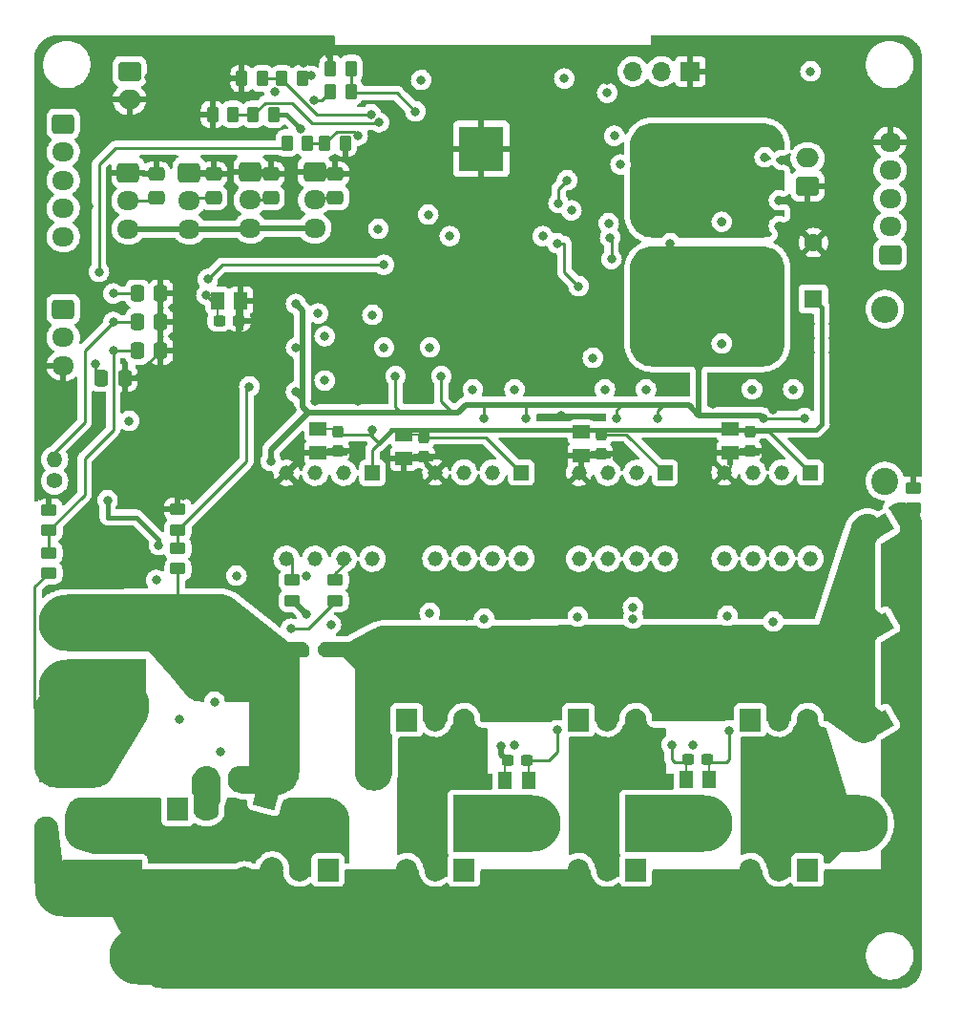
<source format=gbl>
G04 #@! TF.GenerationSoftware,KiCad,Pcbnew,(6.0.7)*
G04 #@! TF.CreationDate,2022-12-27T15:36:50+11:00*
G04 #@! TF.ProjectId,esp32_esc,65737033-325f-4657-9363-2e6b69636164,rev?*
G04 #@! TF.SameCoordinates,Original*
G04 #@! TF.FileFunction,Copper,L4,Bot*
G04 #@! TF.FilePolarity,Positive*
%FSLAX46Y46*%
G04 Gerber Fmt 4.6, Leading zero omitted, Abs format (unit mm)*
G04 Created by KiCad (PCBNEW (6.0.7)) date 2022-12-27 15:36:50*
%MOMM*%
%LPD*%
G01*
G04 APERTURE LIST*
G04 Aperture macros list*
%AMRoundRect*
0 Rectangle with rounded corners*
0 $1 Rounding radius*
0 $2 $3 $4 $5 $6 $7 $8 $9 X,Y pos of 4 corners*
0 Add a 4 corners polygon primitive as box body*
4,1,4,$2,$3,$4,$5,$6,$7,$8,$9,$2,$3,0*
0 Add four circle primitives for the rounded corners*
1,1,$1+$1,$2,$3*
1,1,$1+$1,$4,$5*
1,1,$1+$1,$6,$7*
1,1,$1+$1,$8,$9*
0 Add four rect primitives between the rounded corners*
20,1,$1+$1,$2,$3,$4,$5,0*
20,1,$1+$1,$4,$5,$6,$7,0*
20,1,$1+$1,$6,$7,$8,$9,0*
20,1,$1+$1,$8,$9,$2,$3,0*%
%AMRotRect*
0 Rectangle, with rotation*
0 The origin of the aperture is its center*
0 $1 length*
0 $2 width*
0 $3 Rotation angle, in degrees counterclockwise*
0 Add horizontal line*
21,1,$1,$2,0,0,$3*%
%AMFreePoly0*
4,1,13,0.080902,2.058779,0.100000,2.000000,0.100000,0.725000,0.587500,0.725000,0.587500,-0.725000,-0.587500,-0.725000,-0.587500,0.725000,-0.100000,0.725000,-0.100000,2.000000,-0.080902,2.058779,-0.030902,2.095106,0.030902,2.095106,0.080902,2.058779,0.080902,2.058779,$1*%
%AMFreePoly1*
4,1,32,7.000000,-2.500000,0.000000,-2.500000,0.000000,-2.495067,-0.156976,-2.495067,-0.468453,-2.455718,-0.772542,-2.377641,-1.064448,-2.262068,-1.339567,-2.110820,-1.593560,-1.926283,-1.822422,-1.711368,-2.022542,-1.469463,-2.190767,-1.204384,-2.324441,-0.920311,-2.421458,-0.621725,-2.480287,-0.313333,-2.500000,0.000000,-2.480287,0.313333,-2.421458,0.621725,-2.324441,0.920311,-2.190767,1.204384,
-2.022542,1.469463,-1.822422,1.711368,-1.593560,1.926283,-1.339567,2.110820,-1.064448,2.262068,-0.772542,2.377641,-0.468453,2.455718,-0.156976,2.495067,0.000000,2.495067,0.000000,2.500000,7.000000,2.500000,7.000000,-2.500000,7.000000,-2.500000,$1*%
G04 Aperture macros list end*
G04 #@! TA.AperFunction,SMDPad,CuDef*
%ADD10RoundRect,0.237500X0.300000X0.237500X-0.300000X0.237500X-0.300000X-0.237500X0.300000X-0.237500X0*%
G04 #@! TD*
G04 #@! TA.AperFunction,SMDPad,CuDef*
%ADD11FreePoly0,180.000000*%
G04 #@! TD*
G04 #@! TA.AperFunction,ComponentPad*
%ADD12RotRect,2.000000X2.000000X255.000000*%
G04 #@! TD*
G04 #@! TA.AperFunction,ComponentPad*
%ADD13C,2.000000*%
G04 #@! TD*
G04 #@! TA.AperFunction,ComponentPad*
%ADD14R,1.600000X1.600000*%
G04 #@! TD*
G04 #@! TA.AperFunction,ComponentPad*
%ADD15C,1.600000*%
G04 #@! TD*
G04 #@! TA.AperFunction,ComponentPad*
%ADD16R,4.000000X4.000000*%
G04 #@! TD*
G04 #@! TA.AperFunction,ComponentPad*
%ADD17FreePoly1,0.000000*%
G04 #@! TD*
G04 #@! TA.AperFunction,ComponentPad*
%ADD18R,1.318000X1.318000*%
G04 #@! TD*
G04 #@! TA.AperFunction,ComponentPad*
%ADD19C,1.318000*%
G04 #@! TD*
G04 #@! TA.AperFunction,ComponentPad*
%ADD20RoundRect,0.250000X-0.750000X0.600000X-0.750000X-0.600000X0.750000X-0.600000X0.750000X0.600000X0*%
G04 #@! TD*
G04 #@! TA.AperFunction,ComponentPad*
%ADD21O,2.000000X1.700000*%
G04 #@! TD*
G04 #@! TA.AperFunction,ComponentPad*
%ADD22FreePoly1,180.000000*%
G04 #@! TD*
G04 #@! TA.AperFunction,ComponentPad*
%ADD23RoundRect,0.250000X-0.725000X0.600000X-0.725000X-0.600000X0.725000X-0.600000X0.725000X0.600000X0*%
G04 #@! TD*
G04 #@! TA.AperFunction,ComponentPad*
%ADD24O,1.950000X1.700000*%
G04 #@! TD*
G04 #@! TA.AperFunction,ComponentPad*
%ADD25R,1.700000X1.700000*%
G04 #@! TD*
G04 #@! TA.AperFunction,ComponentPad*
%ADD26O,1.700000X1.700000*%
G04 #@! TD*
G04 #@! TA.AperFunction,ComponentPad*
%ADD27RotRect,1.600000X1.600000X300.000000*%
G04 #@! TD*
G04 #@! TA.AperFunction,ComponentPad*
%ADD28RoundRect,0.250000X0.725000X-0.600000X0.725000X0.600000X-0.725000X0.600000X-0.725000X-0.600000X0*%
G04 #@! TD*
G04 #@! TA.AperFunction,ComponentPad*
%ADD29C,2.400000*%
G04 #@! TD*
G04 #@! TA.AperFunction,ComponentPad*
%ADD30O,2.400000X2.400000*%
G04 #@! TD*
G04 #@! TA.AperFunction,ComponentPad*
%ADD31C,1.400000*%
G04 #@! TD*
G04 #@! TA.AperFunction,ComponentPad*
%ADD32O,1.400000X1.400000*%
G04 #@! TD*
G04 #@! TA.AperFunction,ComponentPad*
%ADD33RoundRect,0.250000X0.750000X-0.600000X0.750000X0.600000X-0.750000X0.600000X-0.750000X-0.600000X0*%
G04 #@! TD*
G04 #@! TA.AperFunction,SMDPad,CuDef*
%ADD34RoundRect,0.250000X-0.450000X0.262500X-0.450000X-0.262500X0.450000X-0.262500X0.450000X0.262500X0*%
G04 #@! TD*
G04 #@! TA.AperFunction,SMDPad,CuDef*
%ADD35RoundRect,0.250000X-0.262500X-0.450000X0.262500X-0.450000X0.262500X0.450000X-0.262500X0.450000X0*%
G04 #@! TD*
G04 #@! TA.AperFunction,ComponentPad*
%ADD36R,1.905000X2.000000*%
G04 #@! TD*
G04 #@! TA.AperFunction,ComponentPad*
%ADD37O,1.905000X2.000000*%
G04 #@! TD*
G04 #@! TA.AperFunction,SMDPad,CuDef*
%ADD38RoundRect,0.250000X-0.475000X0.337500X-0.475000X-0.337500X0.475000X-0.337500X0.475000X0.337500X0*%
G04 #@! TD*
G04 #@! TA.AperFunction,SMDPad,CuDef*
%ADD39RoundRect,0.250000X0.337500X0.475000X-0.337500X0.475000X-0.337500X-0.475000X0.337500X-0.475000X0*%
G04 #@! TD*
G04 #@! TA.AperFunction,ComponentPad*
%ADD40C,3.000000*%
G04 #@! TD*
G04 #@! TA.AperFunction,SMDPad,CuDef*
%ADD41RoundRect,0.237500X-0.237500X0.300000X-0.237500X-0.300000X0.237500X-0.300000X0.237500X0.300000X0*%
G04 #@! TD*
G04 #@! TA.AperFunction,SMDPad,CuDef*
%ADD42FreePoly0,270.000000*%
G04 #@! TD*
G04 #@! TA.AperFunction,SMDPad,CuDef*
%ADD43RoundRect,0.250000X0.450000X-0.262500X0.450000X0.262500X-0.450000X0.262500X-0.450000X-0.262500X0*%
G04 #@! TD*
G04 #@! TA.AperFunction,SMDPad,CuDef*
%ADD44RoundRect,0.250000X0.262500X0.450000X-0.262500X0.450000X-0.262500X-0.450000X0.262500X-0.450000X0*%
G04 #@! TD*
G04 #@! TA.AperFunction,SMDPad,CuDef*
%ADD45RoundRect,0.237500X-0.300000X-0.237500X0.300000X-0.237500X0.300000X0.237500X-0.300000X0.237500X0*%
G04 #@! TD*
G04 #@! TA.AperFunction,SMDPad,CuDef*
%ADD46FreePoly0,0.000000*%
G04 #@! TD*
G04 #@! TA.AperFunction,ViaPad*
%ADD47C,0.800000*%
G04 #@! TD*
G04 #@! TA.AperFunction,Conductor*
%ADD48C,0.250000*%
G04 #@! TD*
G04 #@! TA.AperFunction,Conductor*
%ADD49C,0.508000*%
G04 #@! TD*
G04 #@! TA.AperFunction,Conductor*
%ADD50C,0.254000*%
G04 #@! TD*
G04 #@! TA.AperFunction,Conductor*
%ADD51C,0.381000*%
G04 #@! TD*
G04 #@! TA.AperFunction,Conductor*
%ADD52C,2.000000*%
G04 #@! TD*
G04 APERTURE END LIST*
D10*
X58753000Y-60196000D03*
D11*
X58949500Y-58418000D03*
D10*
X57028000Y-60196000D03*
D11*
X56874500Y-58418000D03*
D12*
X61214000Y-102362000D03*
D13*
X59272857Y-109606444D03*
D14*
X41783000Y-100340349D03*
D15*
X41783000Y-105340349D03*
D16*
X80264000Y-44958000D03*
D17*
X43482500Y-92710000D03*
D18*
X96560000Y-73687500D03*
D19*
X94020000Y-73687500D03*
X91480000Y-73687500D03*
X88940000Y-73687500D03*
X88940000Y-81307500D03*
X91480000Y-81307500D03*
X94020000Y-81307500D03*
X96560000Y-81307500D03*
D20*
X49068000Y-38100000D03*
D21*
X49068000Y-40600000D03*
D14*
X109728000Y-58282651D03*
D15*
X109728000Y-53282651D03*
D22*
X113870500Y-104775000D03*
D23*
X59773000Y-46990000D03*
D24*
X59773000Y-49490000D03*
X59773000Y-51990000D03*
D25*
X98806000Y-38100000D03*
D26*
X96266000Y-38100000D03*
X93726000Y-38100000D03*
D22*
X84787500Y-104775000D03*
D17*
X43180000Y-110490000D03*
D27*
X115844000Y-78385273D03*
D15*
X118344000Y-82715400D03*
D23*
X65488000Y-46990000D03*
D24*
X65488000Y-49490000D03*
X65488000Y-51990000D03*
D28*
X116540000Y-54356000D03*
D24*
X116540000Y-51856000D03*
X116540000Y-49356000D03*
X116540000Y-46856000D03*
X116540000Y-44356000D03*
D29*
X116078000Y-74422000D03*
D30*
X116078000Y-59182000D03*
D18*
X83820000Y-73660000D03*
D19*
X81280000Y-73660000D03*
X78740000Y-73660000D03*
X76200000Y-73660000D03*
X76200000Y-81280000D03*
X78740000Y-81280000D03*
X81280000Y-81280000D03*
X83820000Y-81280000D03*
D17*
X49762500Y-116500000D03*
D23*
X48943000Y-47070000D03*
D24*
X48943000Y-49570000D03*
X48943000Y-52070000D03*
D22*
X100027500Y-104775000D03*
D18*
X109474000Y-73660000D03*
D19*
X106934000Y-73660000D03*
X104394000Y-73660000D03*
X101854000Y-73660000D03*
X101854000Y-81280000D03*
X104394000Y-81280000D03*
X106934000Y-81280000D03*
X109474000Y-81280000D03*
D27*
X115844000Y-87115642D03*
D15*
X118344000Y-91445769D03*
D23*
X43180000Y-59190000D03*
D24*
X43180000Y-61690000D03*
X43180000Y-64190000D03*
D31*
X42418000Y-74406000D03*
D32*
X42418000Y-72506000D03*
D17*
X43482500Y-86995000D03*
D18*
X70612000Y-73687500D03*
D19*
X68072000Y-73687500D03*
X65532000Y-73687500D03*
X62992000Y-73687500D03*
X62992000Y-81307500D03*
X65532000Y-81307500D03*
X68072000Y-81307500D03*
X70612000Y-81307500D03*
D23*
X43180000Y-42752000D03*
D24*
X43180000Y-45252000D03*
X43180000Y-47752000D03*
X43180000Y-50252000D03*
X43180000Y-52752000D03*
D33*
X109220000Y-48260000D03*
D21*
X109220000Y-45760000D03*
D27*
X115844000Y-95751642D03*
D15*
X118344000Y-100081769D03*
D23*
X54358000Y-47070000D03*
D24*
X54358000Y-49570000D03*
X54358000Y-52070000D03*
D34*
X67310000Y-83185000D03*
X67310000Y-85010000D03*
D35*
X66905500Y-37846000D03*
X68730500Y-37846000D03*
D36*
X104140000Y-95590000D03*
D37*
X106680000Y-95590000D03*
X109220000Y-95590000D03*
D38*
X67310000Y-47222500D03*
X67310000Y-49297500D03*
D39*
X51837500Y-62865000D03*
X49762500Y-62865000D03*
D34*
X53340000Y-76915000D03*
X53340000Y-78740000D03*
D36*
X109220000Y-108880000D03*
D37*
X106680000Y-108880000D03*
X104140000Y-108880000D03*
D35*
X56411500Y-41910000D03*
X58236500Y-41910000D03*
D38*
X56515000Y-47222500D03*
X56515000Y-49297500D03*
D34*
X41910000Y-76960000D03*
X41910000Y-78785000D03*
D36*
X88900000Y-95590000D03*
D37*
X91440000Y-95590000D03*
X93980000Y-95590000D03*
D40*
X45212000Y-98558000D03*
X45212000Y-105658000D03*
D41*
X67562000Y-70025000D03*
D42*
X65784000Y-69828500D03*
D41*
X67562000Y-71750000D03*
D42*
X65784000Y-71903500D03*
D34*
X53340000Y-80367500D03*
X53340000Y-82192500D03*
D39*
X51837500Y-57785000D03*
X49762500Y-57785000D03*
D43*
X118618000Y-76858500D03*
X118618000Y-75033500D03*
D41*
X90930000Y-70279000D03*
D42*
X89152000Y-70082500D03*
D41*
X90930000Y-72004000D03*
D42*
X89152000Y-72157500D03*
D38*
X51435000Y-47222500D03*
X51435000Y-49297500D03*
D36*
X66675000Y-108880000D03*
D37*
X64135000Y-108880000D03*
X61595000Y-108880000D03*
D44*
X64862500Y-44450000D03*
X63037500Y-44450000D03*
X64412500Y-38735000D03*
X62587500Y-38735000D03*
D39*
X51837500Y-60325000D03*
X49762500Y-60325000D03*
D45*
X82576500Y-99187000D03*
D46*
X82380000Y-100965000D03*
D45*
X84301500Y-99187000D03*
D46*
X84455000Y-100965000D03*
D36*
X78740000Y-108880000D03*
D37*
X76200000Y-108880000D03*
X73660000Y-108880000D03*
D34*
X63500000Y-83185000D03*
X63500000Y-85010000D03*
X41910000Y-80770000D03*
X41910000Y-82595000D03*
D41*
X75182000Y-70533000D03*
D42*
X73404000Y-70336500D03*
D41*
X75182000Y-72258000D03*
D42*
X73404000Y-72411500D03*
D36*
X53340000Y-103505000D03*
D37*
X55880000Y-103505000D03*
X58420000Y-103505000D03*
D39*
X48662500Y-65278000D03*
X46587500Y-65278000D03*
D44*
X61872500Y-41910000D03*
X60047500Y-41910000D03*
D41*
X104138000Y-70025000D03*
D42*
X102360000Y-69828500D03*
D41*
X104138000Y-71750000D03*
D42*
X102360000Y-71903500D03*
D44*
X68222500Y-44450000D03*
X66397500Y-44450000D03*
D36*
X73660000Y-95590000D03*
D37*
X76200000Y-95590000D03*
X78740000Y-95590000D03*
D44*
X68730500Y-39878000D03*
X66905500Y-39878000D03*
D45*
X98605000Y-99060000D03*
D46*
X98408500Y-100838000D03*
D45*
X100330000Y-99060000D03*
D46*
X100483500Y-100838000D03*
D35*
X59031500Y-38735000D03*
X60856500Y-38735000D03*
D38*
X61595000Y-47222500D03*
X61595000Y-49297500D03*
D36*
X93980000Y-108880000D03*
D37*
X91440000Y-108880000D03*
X88900000Y-108880000D03*
D47*
X55880000Y-57912000D03*
X100584000Y-58674000D03*
X105303750Y-68834000D03*
X84233000Y-68826000D03*
X92256000Y-68834000D03*
X108960750Y-68834000D03*
X96266000Y-57150000D03*
X99314000Y-58674000D03*
X53467000Y-95504000D03*
X80534000Y-68834000D03*
X106500000Y-61500000D03*
X97155000Y-97790000D03*
X98806000Y-56388000D03*
X97028000Y-53340000D03*
X82042000Y-97917000D03*
X63837000Y-62595000D03*
X99314000Y-57404000D03*
X72663000Y-65116500D03*
X99568000Y-64297500D03*
X63825250Y-58720250D03*
X106500000Y-60000000D03*
X63837000Y-66516000D03*
X76727000Y-65116500D03*
X100584000Y-60706000D03*
X95901000Y-68834000D03*
X61595000Y-72644000D03*
X58547000Y-82804000D03*
X99314000Y-61976000D03*
X99314000Y-60706000D03*
X45466000Y-50038000D03*
X74676000Y-47752000D03*
X100076000Y-39878000D03*
X60960000Y-78740000D03*
X94488000Y-41656000D03*
X83820000Y-77216000D03*
X82804000Y-40386000D03*
X88011000Y-37338000D03*
X49530000Y-43688000D03*
X83820000Y-39370000D03*
X53848000Y-75692000D03*
X101600000Y-62230000D03*
X44958000Y-45720000D03*
X50800000Y-38608000D03*
X59944000Y-56388000D03*
X63000000Y-76000000D03*
X57150000Y-83185000D03*
X86995000Y-96497500D03*
X105410000Y-39878000D03*
X44958000Y-43688000D03*
X77724000Y-63246000D03*
X106934000Y-45974000D03*
X86360000Y-65278000D03*
X83820000Y-78740000D03*
X87376000Y-68580000D03*
X82804000Y-51816000D03*
X100838000Y-67564000D03*
X70612000Y-45466000D03*
X91440000Y-38862000D03*
X61468000Y-43688000D03*
X57785000Y-38735000D03*
X102235000Y-96520000D03*
X109474000Y-62992000D03*
X106172000Y-68072000D03*
X64516000Y-37338000D03*
X51837500Y-62865000D03*
X109474000Y-60452000D03*
X63500000Y-68072000D03*
X69342000Y-67310000D03*
X78740000Y-56896000D03*
X77216000Y-56896000D03*
X43688000Y-78740000D03*
X111506000Y-60452000D03*
X105410000Y-41656000D03*
X75692000Y-56896000D03*
X75184000Y-79756000D03*
X84836000Y-45720000D03*
X53848000Y-68072000D03*
X74676000Y-37592000D03*
X63000000Y-78000000D03*
X77216000Y-49784000D03*
X75184000Y-78232000D03*
X71628000Y-75692000D03*
X109474000Y-61722000D03*
X86360000Y-42672000D03*
X111506000Y-61722000D03*
X50546000Y-55880000D03*
X105410000Y-45720000D03*
X66802000Y-36576000D03*
X85344000Y-57404000D03*
X100076000Y-41402000D03*
X70358000Y-65024000D03*
X43688000Y-69088000D03*
X83820000Y-62484000D03*
X60452000Y-63500000D03*
X50800000Y-68072000D03*
X84836000Y-47244000D03*
X75184000Y-59944000D03*
X65532000Y-67310000D03*
X71628000Y-77724000D03*
X51054000Y-65532000D03*
X106680000Y-51816000D03*
X86360000Y-75184000D03*
X79248000Y-41148000D03*
X71628000Y-76708000D03*
X57150000Y-98425000D03*
X83820000Y-75692000D03*
X43688000Y-83312000D03*
X87884000Y-59944000D03*
X88900000Y-65278000D03*
X58420000Y-71628000D03*
X84836000Y-38354000D03*
X41148000Y-75692000D03*
X87376000Y-71120000D03*
X75184000Y-76708000D03*
X78994000Y-86360000D03*
X100838000Y-86106000D03*
X114300000Y-42545000D03*
X96012000Y-39878000D03*
X101600000Y-51435000D03*
X74676000Y-46482000D03*
X106680000Y-49530000D03*
X111506000Y-62992000D03*
X64008000Y-54102000D03*
X50800000Y-42164000D03*
X51816000Y-81788000D03*
X63000000Y-77000000D03*
X54864000Y-43688000D03*
X70612000Y-69850000D03*
X51435000Y-83185000D03*
X91440000Y-40005000D03*
X92075000Y-43815000D03*
X92618500Y-46355000D03*
X64770000Y-86233000D03*
X66929000Y-87122000D03*
X93726000Y-86614000D03*
X88823615Y-86436385D03*
X106172000Y-86868000D03*
X102108000Y-86360000D03*
X75711000Y-62576500D03*
X94885000Y-66294000D03*
X98044000Y-46228000D03*
X66377000Y-65500000D03*
X66377000Y-61579000D03*
X74930000Y-38862000D03*
X104287750Y-66294000D03*
X71647000Y-62576500D03*
X79518000Y-66294000D03*
X91240000Y-66294000D03*
X109474000Y-38100000D03*
X99060000Y-50292000D03*
X65786000Y-59563000D03*
X83217000Y-66286000D03*
X99060000Y-48768000D03*
X61942904Y-39943719D03*
X96266000Y-46228000D03*
X107944750Y-66294000D03*
X95250000Y-52324000D03*
X101092000Y-48260000D03*
X64790767Y-82800999D03*
X46000000Y-64000000D03*
X83185000Y-97790000D03*
X64262000Y-43180000D03*
X65159287Y-38489288D03*
X99060000Y-97790000D03*
X63373000Y-87503000D03*
X51655129Y-80103129D03*
X47113750Y-76116250D03*
X56604500Y-93980000D03*
X65445118Y-40679412D03*
X75565000Y-50800000D03*
X77470000Y-52705000D03*
X85725000Y-52705000D03*
X91567000Y-51562000D03*
X88265000Y-50419000D03*
X59690000Y-66040000D03*
X47625000Y-57785000D03*
X47625000Y-62865000D03*
X47625000Y-60325000D03*
X71628000Y-55245500D03*
X56007000Y-56515000D03*
X88900000Y-57150000D03*
X86995000Y-53340000D03*
X91694000Y-52832000D03*
X91821000Y-54737000D03*
X87884000Y-47752000D03*
X87122000Y-49784000D03*
X87630000Y-38735000D03*
X90170000Y-63500000D03*
X80518000Y-86614000D03*
X71191755Y-42616755D03*
X69308469Y-43791313D03*
X46355000Y-55880000D03*
X75692000Y-86106000D03*
X70485000Y-41910000D03*
X74422000Y-41656000D03*
X71125714Y-52064286D03*
X70612000Y-59690000D03*
X49022000Y-69088000D03*
X93726000Y-85598000D03*
D48*
X53340000Y-82192500D02*
X53340000Y-85725000D01*
X56386000Y-58418000D02*
X55880000Y-57912000D01*
X56874500Y-58418000D02*
X56386000Y-58418000D01*
D49*
X96393000Y-67691000D02*
X92710000Y-67691000D01*
D50*
X76727000Y-67329000D02*
X77724000Y-68326000D01*
D49*
X99568000Y-68580000D02*
X98679000Y-67691000D01*
X78232000Y-68326000D02*
X77724000Y-68326000D01*
X99568000Y-64297500D02*
X99568000Y-68580000D01*
X64389000Y-67818000D02*
X64389000Y-67068000D01*
X84201000Y-67691000D02*
X83312000Y-67691000D01*
X105049750Y-68580000D02*
X105303750Y-68834000D01*
D50*
X76727000Y-65116500D02*
X76727000Y-67329000D01*
D49*
X64897000Y-68326000D02*
X64389000Y-67818000D01*
D50*
X95901000Y-68834000D02*
X95901000Y-68183000D01*
D49*
X80391000Y-67691000D02*
X78867000Y-67691000D01*
X99568000Y-68580000D02*
X105049750Y-68580000D01*
X59773000Y-51990000D02*
X65488000Y-51990000D01*
D50*
X95901000Y-68183000D02*
X96393000Y-67691000D01*
D49*
X77724000Y-68326000D02*
X73152000Y-68326000D01*
X54358000Y-52070000D02*
X59693000Y-52070000D01*
D50*
X92256000Y-68145000D02*
X92710000Y-67691000D01*
D49*
X83312000Y-67691000D02*
X80391000Y-67691000D01*
X61595000Y-72644000D02*
X61595000Y-71628000D01*
X48943000Y-52070000D02*
X54358000Y-52070000D01*
X64389000Y-67068000D02*
X64389000Y-62611000D01*
X63853000Y-62611000D02*
X63837000Y-62595000D01*
D50*
X80534000Y-67834000D02*
X80391000Y-67691000D01*
D49*
X64389000Y-59284000D02*
X63825250Y-58720250D01*
D50*
X92256000Y-68834000D02*
X92256000Y-68145000D01*
D49*
X64389000Y-62611000D02*
X63853000Y-62611000D01*
X98679000Y-67691000D02*
X96393000Y-67691000D01*
X82042000Y-97917000D02*
X82042000Y-98652500D01*
X64389000Y-67068000D02*
X63837000Y-66516000D01*
X61595000Y-71628000D02*
X64897000Y-68326000D01*
D50*
X72663000Y-65116500D02*
X72663000Y-67837000D01*
D49*
X78867000Y-67691000D02*
X78232000Y-68326000D01*
D48*
X98219000Y-99316000D02*
X97411000Y-99316000D01*
D50*
X108960750Y-68834000D02*
X105303750Y-68834000D01*
X80534000Y-68588000D02*
X80534000Y-67834000D01*
X84233000Y-67723000D02*
X84201000Y-67691000D01*
D48*
X97155000Y-99060000D02*
X97155000Y-97790000D01*
D49*
X92710000Y-67691000D02*
X84201000Y-67691000D01*
X64389000Y-62611000D02*
X64389000Y-59284000D01*
D50*
X72663000Y-67837000D02*
X73152000Y-68326000D01*
D48*
X97411000Y-99316000D02*
X97155000Y-99060000D01*
D49*
X73152000Y-68326000D02*
X64897000Y-68326000D01*
D50*
X84233000Y-68580000D02*
X84233000Y-67723000D01*
D49*
X82042000Y-98652500D02*
X82576500Y-99187000D01*
D48*
X59773000Y-46990000D02*
X61362500Y-46990000D01*
D50*
X51837500Y-57785000D02*
X51837500Y-60325000D01*
D48*
X101979000Y-99316000D02*
X102235000Y-99060000D01*
X99944000Y-99316000D02*
X101979000Y-99316000D01*
D50*
X51837500Y-60325000D02*
X51837500Y-62865000D01*
D48*
X49095500Y-47222500D02*
X51435000Y-47222500D01*
X84301500Y-99187000D02*
X86233000Y-99187000D01*
X65488000Y-46990000D02*
X67077500Y-46990000D01*
X102235000Y-99060000D02*
X102235000Y-96520000D01*
D50*
X66802000Y-36576000D02*
X66905500Y-36679500D01*
D48*
X86233000Y-99187000D02*
X86995000Y-98425000D01*
D50*
X102360000Y-73154000D02*
X101854000Y-73660000D01*
X49424500Y-65278000D02*
X51837500Y-62865000D01*
X66905500Y-36679500D02*
X66905500Y-38100000D01*
X48662500Y-65278000D02*
X49424500Y-65278000D01*
X50800000Y-65278000D02*
X51054000Y-65532000D01*
X89152000Y-72157500D02*
X89152000Y-73475500D01*
X75182000Y-72642000D02*
X76200000Y-73660000D01*
D48*
X54358000Y-47070000D02*
X56362500Y-47070000D01*
D50*
X102360000Y-71903500D02*
X102360000Y-73154000D01*
D48*
X86995000Y-98425000D02*
X86995000Y-96497500D01*
D50*
X49424500Y-65278000D02*
X50800000Y-65278000D01*
D48*
X93151500Y-70279000D02*
X90930000Y-70279000D01*
D50*
X67308000Y-70279000D02*
X70359000Y-70279000D01*
D51*
X75692000Y-69850000D02*
X72326500Y-69850000D01*
D48*
X96560000Y-73687500D02*
X93151500Y-70279000D01*
D50*
X71160000Y-71080000D02*
X70612000Y-71628000D01*
X75182000Y-70360000D02*
X75692000Y-69850000D01*
X105839000Y-70025000D02*
X109474000Y-73660000D01*
D51*
X109982000Y-69850000D02*
X75692000Y-69850000D01*
D50*
X70652000Y-70572000D02*
X71160000Y-71080000D01*
X70652000Y-70572000D02*
X70612000Y-70532000D01*
X70612000Y-70532000D02*
X70612000Y-69850000D01*
X70359000Y-70279000D02*
X70652000Y-70572000D01*
D51*
X110490000Y-59044651D02*
X110490000Y-69342000D01*
X109728000Y-58282651D02*
X110490000Y-59044651D01*
D50*
X80693000Y-70533000D02*
X75182000Y-70533000D01*
X83820000Y-73660000D02*
X80693000Y-70533000D01*
D51*
X72390000Y-69850000D02*
X71160000Y-71080000D01*
D50*
X70612000Y-71628000D02*
X70612000Y-73687500D01*
D51*
X110490000Y-69342000D02*
X109982000Y-69850000D01*
D50*
X104138000Y-70025000D02*
X105839000Y-70025000D01*
D49*
X63547000Y-85010000D02*
X64770000Y-86233000D01*
D50*
X46000000Y-64690500D02*
X46587500Y-65278000D01*
X46000000Y-64000000D02*
X46000000Y-64690500D01*
D48*
X51162500Y-49570000D02*
X48943000Y-49570000D01*
X67310000Y-49297500D02*
X65680500Y-49297500D01*
X59773000Y-49490000D02*
X61402500Y-49490000D01*
X56515000Y-49297500D02*
X54630500Y-49297500D01*
D51*
X64262000Y-43180000D02*
X62992000Y-41910000D01*
X62992000Y-41910000D02*
X61872500Y-41910000D01*
X65159287Y-38489288D02*
X64658212Y-38489288D01*
D50*
X64897000Y-87503000D02*
X67310000Y-85090000D01*
X63373000Y-87503000D02*
X64897000Y-87503000D01*
D51*
X47113750Y-77640250D02*
X47113750Y-76116250D01*
X49653750Y-77640250D02*
X47113750Y-77640250D01*
X51655129Y-80103129D02*
X51655129Y-79641629D01*
X51655129Y-79641629D02*
X49653750Y-77640250D01*
D48*
X66104088Y-40679412D02*
X66397500Y-40386000D01*
X65445118Y-40679412D02*
X66104088Y-40679412D01*
X66397500Y-40386000D02*
X66905500Y-40386000D01*
X49762500Y-57785000D02*
X47625000Y-57785000D01*
X59690000Y-66040000D02*
X59436000Y-66294000D01*
X59436000Y-72644000D02*
X53340000Y-78740000D01*
X53340000Y-80367500D02*
X53340000Y-78740000D01*
X59436000Y-66294000D02*
X59436000Y-72644000D01*
X45085000Y-75610000D02*
X45085000Y-72390000D01*
X45085000Y-72390000D02*
X47625000Y-69850000D01*
X49762500Y-62865000D02*
X47625000Y-62865000D01*
X41910000Y-78785000D02*
X45085000Y-75610000D01*
X47625000Y-69850000D02*
X47625000Y-62865000D01*
X41910000Y-80770000D02*
X41910000Y-78785000D01*
X40657500Y-83802500D02*
X40657500Y-94505500D01*
X40657500Y-94505500D02*
X44831000Y-98679000D01*
X41865000Y-82595000D02*
X40657500Y-83802500D01*
X45085000Y-69215000D02*
X45085000Y-62865000D01*
X49762500Y-60325000D02*
X47625000Y-60325000D01*
X45085000Y-62865000D02*
X47625000Y-60325000D01*
X41910000Y-72390000D02*
X45085000Y-69215000D01*
D50*
X71627500Y-55245000D02*
X57277000Y-55245000D01*
X71628000Y-55245500D02*
X71627500Y-55245000D01*
X57277000Y-55245000D02*
X56007000Y-56515000D01*
X88900000Y-57150000D02*
X87630000Y-55880000D01*
X87630000Y-55880000D02*
X87630000Y-53340000D01*
X87630000Y-53340000D02*
X86995000Y-53340000D01*
X91821000Y-54737000D02*
X91821000Y-52959000D01*
X91821000Y-52959000D02*
X91694000Y-52832000D01*
X87122000Y-48514000D02*
X87884000Y-47752000D01*
X87122000Y-49784000D02*
X87122000Y-48514000D01*
X61074500Y-40883000D02*
X63489000Y-40883000D01*
X71136510Y-42672000D02*
X71191755Y-42616755D01*
X58236500Y-41910000D02*
X60047500Y-41910000D01*
X60047500Y-41910000D02*
X61074500Y-40883000D01*
X63489000Y-40883000D02*
X65278000Y-42672000D01*
X65278000Y-42672000D02*
X71136510Y-42672000D01*
X67310000Y-83185000D02*
X67310000Y-82617500D01*
X67310000Y-82617500D02*
X68620000Y-81307500D01*
X63500000Y-83185000D02*
X63500000Y-81347500D01*
D48*
X67422500Y-43425000D02*
X66397500Y-44450000D01*
X68942156Y-43425000D02*
X67422500Y-43425000D01*
X69308469Y-43791313D02*
X68942156Y-43425000D01*
X64862500Y-44450000D02*
X66397500Y-44450000D01*
X46355000Y-46355000D02*
X47810000Y-44900000D01*
X47810000Y-44900000D02*
X63037500Y-44900000D01*
X46355000Y-55880000D02*
X46355000Y-46355000D01*
X61237500Y-38735000D02*
X62587500Y-38735000D01*
X62587500Y-38847099D02*
X65650401Y-41910000D01*
X65650401Y-41910000D02*
X70485000Y-41910000D01*
D50*
X68730500Y-40386000D02*
X68730500Y-38100000D01*
D48*
X74422000Y-41656000D02*
X72771000Y-40005000D01*
X72771000Y-40005000D02*
X68580000Y-40005000D01*
D52*
X61722000Y-108753000D02*
X61595000Y-108880000D01*
G04 #@! TA.AperFunction,Conductor*
G36*
X51821121Y-102509002D02*
G01*
X51867614Y-102562658D01*
X51879000Y-102615000D01*
X51879000Y-104553134D01*
X51885755Y-104615316D01*
X51936885Y-104751705D01*
X52024239Y-104868261D01*
X52140795Y-104955615D01*
X52277184Y-105006745D01*
X52339366Y-105013500D01*
X54340634Y-105013500D01*
X54402816Y-105006745D01*
X54539205Y-104955615D01*
X54655761Y-104868261D01*
X54713579Y-104791115D01*
X54731593Y-104767079D01*
X54788452Y-104724564D01*
X54859271Y-104719538D01*
X54904689Y-104739431D01*
X54941442Y-104765166D01*
X54979224Y-104789236D01*
X54998235Y-104800212D01*
X55037969Y-104820896D01*
X55218627Y-104905139D01*
X55260023Y-104922286D01*
X55261284Y-104922745D01*
X55261297Y-104922750D01*
X55279393Y-104929336D01*
X55279402Y-104929339D01*
X55280663Y-104929798D01*
X55323379Y-104943266D01*
X55412948Y-104967266D01*
X55514592Y-104994502D01*
X55514605Y-104994505D01*
X55515918Y-104994857D01*
X55517239Y-104995150D01*
X55517256Y-104995154D01*
X55541281Y-105000480D01*
X55559670Y-105004556D01*
X55570504Y-105006466D01*
X55579912Y-105008125D01*
X55579933Y-105008128D01*
X55581293Y-105008368D01*
X55582668Y-105008549D01*
X55582681Y-105008551D01*
X55617216Y-105013097D01*
X55625690Y-105014212D01*
X55764091Y-105026321D01*
X55822913Y-105031467D01*
X55822922Y-105031468D01*
X55824264Y-105031585D01*
X55825616Y-105031644D01*
X55825631Y-105031645D01*
X55867642Y-105033479D01*
X55867647Y-105033479D01*
X55869019Y-105033539D01*
X55890981Y-105033539D01*
X55892353Y-105033479D01*
X55892358Y-105033479D01*
X55934369Y-105031645D01*
X55934384Y-105031644D01*
X55935736Y-105031585D01*
X55937078Y-105031468D01*
X55937087Y-105031467D01*
X55995909Y-105026321D01*
X56134310Y-105014212D01*
X56142784Y-105013097D01*
X56177319Y-105008551D01*
X56177332Y-105008549D01*
X56178707Y-105008368D01*
X56180067Y-105008128D01*
X56180088Y-105008125D01*
X56189496Y-105006466D01*
X56200330Y-105004556D01*
X56218719Y-105000480D01*
X56242744Y-104995154D01*
X56242761Y-104995150D01*
X56244082Y-104994857D01*
X56245395Y-104994505D01*
X56245408Y-104994502D01*
X56347052Y-104967266D01*
X56436621Y-104943266D01*
X56479337Y-104929798D01*
X56480598Y-104929339D01*
X56480607Y-104929336D01*
X56498703Y-104922750D01*
X56498716Y-104922745D01*
X56499977Y-104922286D01*
X56541373Y-104905139D01*
X56722031Y-104820896D01*
X56761765Y-104800212D01*
X56780776Y-104789236D01*
X56818558Y-104765166D01*
X56819700Y-104764367D01*
X56939726Y-104680323D01*
X56981846Y-104650830D01*
X56982930Y-104649998D01*
X56982948Y-104649985D01*
X57016312Y-104624382D01*
X57017399Y-104623548D01*
X57034223Y-104609430D01*
X57044496Y-104600017D01*
X57066205Y-104580123D01*
X57066212Y-104580116D01*
X57067237Y-104579177D01*
X57208177Y-104438237D01*
X57209123Y-104437205D01*
X57237504Y-104406234D01*
X57237514Y-104406223D01*
X57238430Y-104405223D01*
X57252548Y-104388399D01*
X57258483Y-104380665D01*
X57278984Y-104353949D01*
X57278997Y-104353931D01*
X57279829Y-104352847D01*
X57380318Y-104209335D01*
X57417970Y-104146442D01*
X57434157Y-104114417D01*
X57462473Y-104046793D01*
X57488971Y-103903058D01*
X57491775Y-103832117D01*
X57489944Y-103814444D01*
X57484477Y-103761705D01*
X57484648Y-103749928D01*
X57485451Y-103749862D01*
X57472924Y-103597490D01*
X57472500Y-103587166D01*
X57472500Y-103413009D01*
X57473213Y-103399620D01*
X57484967Y-103289635D01*
X57488837Y-103269352D01*
X57524935Y-103139188D01*
X57532064Y-103119810D01*
X57570038Y-103038000D01*
X57604056Y-102964715D01*
X57639713Y-102859215D01*
X57651425Y-102806165D01*
X57654513Y-102777860D01*
X57663129Y-102698866D01*
X57663129Y-102698865D01*
X57663500Y-102695464D01*
X57663500Y-102615000D01*
X57683502Y-102546879D01*
X57737158Y-102500386D01*
X57789500Y-102489000D01*
X58292325Y-102489000D01*
X58321308Y-102492379D01*
X58338718Y-102496494D01*
X58450559Y-102510225D01*
X58499129Y-102510819D01*
X58519675Y-102512761D01*
X58602423Y-102527501D01*
X58652666Y-102536451D01*
X58672628Y-102541725D01*
X58812291Y-102591182D01*
X58844382Y-102602546D01*
X58849399Y-102604444D01*
X58912533Y-102629902D01*
X58970905Y-102645568D01*
X58974684Y-102646105D01*
X58974690Y-102646106D01*
X59072433Y-102659989D01*
X59093741Y-102663016D01*
X59137123Y-102663884D01*
X59408264Y-102669307D01*
X59475971Y-102690668D01*
X59521381Y-102745242D01*
X59530078Y-102815704D01*
X59527454Y-102827880D01*
X59485624Y-102983991D01*
X59476055Y-103045803D01*
X59490143Y-103190778D01*
X59544353Y-103325971D01*
X59634329Y-103440515D01*
X59752837Y-103525203D01*
X59811152Y-103547822D01*
X59814435Y-103548702D01*
X59814439Y-103548703D01*
X61470925Y-103992557D01*
X61835991Y-104090376D01*
X61897803Y-104099945D01*
X62042778Y-104085857D01*
X62124650Y-104053028D01*
X62169639Y-104034988D01*
X62177971Y-104031647D01*
X62292515Y-103941671D01*
X62377203Y-103823163D01*
X62399822Y-103764848D01*
X62403838Y-103749862D01*
X62660211Y-102793061D01*
X62677612Y-102728121D01*
X62714564Y-102667498D01*
X62770227Y-102638136D01*
X62785578Y-102634494D01*
X62803118Y-102629656D01*
X62838481Y-102618513D01*
X62839528Y-102618141D01*
X62839549Y-102618134D01*
X63092353Y-102528322D01*
X63092352Y-102528322D01*
X63093448Y-102527933D01*
X63113227Y-102520091D01*
X63126837Y-102514695D01*
X63126849Y-102514690D01*
X63127931Y-102514261D01*
X63138085Y-102509804D01*
X63143570Y-102507397D01*
X63143589Y-102507388D01*
X63144592Y-102506948D01*
X63155816Y-102501529D01*
X63210592Y-102489000D01*
X66575499Y-102489000D01*
X66584487Y-102489321D01*
X66627245Y-102492379D01*
X66855650Y-102508715D01*
X66873433Y-102511272D01*
X67134658Y-102568098D01*
X67151900Y-102573160D01*
X67402393Y-102666589D01*
X67418738Y-102674054D01*
X67464178Y-102698866D01*
X67653375Y-102802176D01*
X67668498Y-102811895D01*
X67882510Y-102972103D01*
X67896096Y-102983876D01*
X68085124Y-103172904D01*
X68096897Y-103186490D01*
X68257105Y-103400502D01*
X68266824Y-103415625D01*
X68394945Y-103650260D01*
X68402411Y-103666607D01*
X68473478Y-103857145D01*
X68495839Y-103917097D01*
X68500902Y-103934342D01*
X68557728Y-104195567D01*
X68560285Y-104213350D01*
X68576147Y-104435129D01*
X68579679Y-104484513D01*
X68580000Y-104493501D01*
X68580000Y-108199500D01*
X68559998Y-108267621D01*
X68506342Y-108314114D01*
X68454000Y-108325500D01*
X68262000Y-108325500D01*
X68193879Y-108305498D01*
X68147386Y-108251842D01*
X68136000Y-108199500D01*
X68136000Y-107831866D01*
X68129245Y-107769684D01*
X68078115Y-107633295D01*
X67990761Y-107516739D01*
X67874205Y-107429385D01*
X67737816Y-107378255D01*
X67675634Y-107371500D01*
X65674366Y-107371500D01*
X65612184Y-107378255D01*
X65475795Y-107429385D01*
X65359239Y-107516739D01*
X65271885Y-107633295D01*
X65220755Y-107769684D01*
X65214000Y-107831866D01*
X65214000Y-109390396D01*
X65193998Y-109458517D01*
X65140342Y-109505010D01*
X65102531Y-109514690D01*
X65100399Y-109514541D01*
X65091597Y-109516469D01*
X65091596Y-109516469D01*
X64962026Y-109544850D01*
X64962023Y-109544851D01*
X64957626Y-109545814D01*
X64891144Y-109570719D01*
X64762967Y-109640947D01*
X64649922Y-109725824D01*
X64632459Y-109736821D01*
X64512625Y-109799203D01*
X64493595Y-109807202D01*
X64457852Y-109818885D01*
X64365189Y-109849171D01*
X64345104Y-109853956D01*
X64319649Y-109857851D01*
X64211559Y-109874391D01*
X64190971Y-109875832D01*
X64119891Y-109874963D01*
X64055873Y-109874181D01*
X64035317Y-109872237D01*
X63902335Y-109848549D01*
X63882372Y-109843275D01*
X63755017Y-109798177D01*
X63736182Y-109789712D01*
X63691720Y-109765167D01*
X63617920Y-109724427D01*
X63600722Y-109713001D01*
X63494705Y-109629274D01*
X63479604Y-109615192D01*
X63388681Y-109515270D01*
X63376082Y-109498910D01*
X63349951Y-109458517D01*
X63302707Y-109385489D01*
X63292952Y-109367297D01*
X63239079Y-109243398D01*
X63232425Y-109223850D01*
X63202789Y-109105862D01*
X63202124Y-109047252D01*
X63219935Y-108968856D01*
X63221353Y-108946327D01*
X63234860Y-108731642D01*
X63235178Y-108726588D01*
X63211489Y-108484998D01*
X63149481Y-108250304D01*
X63050746Y-108028544D01*
X62917826Y-107825422D01*
X62826721Y-107725648D01*
X62757551Y-107649897D01*
X62757549Y-107649895D01*
X62754142Y-107646164D01*
X62650131Y-107563726D01*
X62567871Y-107498527D01*
X62567865Y-107498523D01*
X62563902Y-107495382D01*
X62352002Y-107376955D01*
X62237949Y-107335443D01*
X62128652Y-107295661D01*
X62128647Y-107295660D01*
X62123895Y-107293930D01*
X62118926Y-107292982D01*
X62118922Y-107292981D01*
X61890422Y-107249393D01*
X61885447Y-107248444D01*
X61729949Y-107244100D01*
X61647850Y-107241807D01*
X61647847Y-107241807D01*
X61642795Y-107241666D01*
X61637782Y-107242335D01*
X61637780Y-107242335D01*
X61425526Y-107270656D01*
X61402180Y-107273771D01*
X61397339Y-107275233D01*
X61397337Y-107275233D01*
X61174643Y-107342468D01*
X61174639Y-107342470D01*
X61169792Y-107343933D01*
X60951612Y-107450346D01*
X60753253Y-107590274D01*
X60731750Y-107609909D01*
X60485195Y-107856464D01*
X60483569Y-107858374D01*
X60483563Y-107858381D01*
X60373462Y-107987750D01*
X60367530Y-107994720D01*
X60241779Y-108202358D01*
X60239884Y-108207049D01*
X60223864Y-108246700D01*
X60179801Y-108302368D01*
X60107039Y-108325500D01*
X60105173Y-108325500D01*
X60039338Y-108306932D01*
X59964050Y-108260795D01*
X59964039Y-108260789D01*
X59959820Y-108258204D01*
X59955250Y-108256311D01*
X59955246Y-108256309D01*
X59745024Y-108169233D01*
X59745022Y-108169232D01*
X59740451Y-108167339D01*
X59660248Y-108148084D01*
X59514381Y-108113064D01*
X59514375Y-108113063D01*
X59509568Y-108111909D01*
X59272857Y-108093279D01*
X59036146Y-108111909D01*
X59031339Y-108113063D01*
X59031333Y-108113064D01*
X58885466Y-108148084D01*
X58805263Y-108167339D01*
X58800692Y-108169232D01*
X58800690Y-108169233D01*
X58590468Y-108256309D01*
X58590464Y-108256311D01*
X58585894Y-108258204D01*
X58581675Y-108260789D01*
X58581664Y-108260795D01*
X58506376Y-108306932D01*
X58440541Y-108325500D01*
X50819729Y-108325500D01*
X50751608Y-108305498D01*
X50705115Y-108251842D01*
X50693729Y-108199500D01*
X50693729Y-107990000D01*
X50688500Y-107916889D01*
X50647304Y-107776589D01*
X50622035Y-107737270D01*
X50573122Y-107661159D01*
X50573120Y-107661156D01*
X50568250Y-107653579D01*
X50556068Y-107643023D01*
X50464555Y-107563726D01*
X50464552Y-107563724D01*
X50457743Y-107557824D01*
X50324734Y-107497081D01*
X50312918Y-107495382D01*
X50299900Y-107493510D01*
X50180000Y-107476271D01*
X45907010Y-107476271D01*
X45869865Y-107470671D01*
X45236376Y-107275233D01*
X44525347Y-107055873D01*
X44515923Y-107052551D01*
X44276004Y-106957080D01*
X44258063Y-106948231D01*
X44040626Y-106818583D01*
X44024310Y-106807006D01*
X43830121Y-106644566D01*
X43815847Y-106630556D01*
X43649818Y-106439432D01*
X43637938Y-106423334D01*
X43504256Y-106208345D01*
X43495074Y-106190571D01*
X43397103Y-105957130D01*
X43390850Y-105938127D01*
X43331061Y-105692120D01*
X43327895Y-105672366D01*
X43307398Y-105414997D01*
X43307000Y-105404994D01*
X43307000Y-104445434D01*
X43307351Y-104436040D01*
X43309579Y-104406234D01*
X43328532Y-104152736D01*
X43331324Y-104134162D01*
X43341176Y-104090896D01*
X43394399Y-103857145D01*
X43396827Y-103848063D01*
X43559316Y-103319973D01*
X43563176Y-103309197D01*
X43637216Y-103128757D01*
X43647782Y-103108474D01*
X43750111Y-102949224D01*
X43764169Y-102931186D01*
X43893593Y-102793061D01*
X43910681Y-102777860D01*
X44062946Y-102665402D01*
X44082498Y-102653541D01*
X44252583Y-102570457D01*
X44273959Y-102562325D01*
X44425009Y-102520091D01*
X44456256Y-102511355D01*
X44478748Y-102507221D01*
X44672987Y-102489520D01*
X44684422Y-102489000D01*
X51753000Y-102489000D01*
X51821121Y-102509002D01*
G37*
G04 #@! TD.AperFunction*
G04 #@! TA.AperFunction,Conductor*
G36*
X105192487Y-42672321D02*
G01*
X105241871Y-42675853D01*
X105463650Y-42691715D01*
X105481433Y-42694272D01*
X105742658Y-42751098D01*
X105759900Y-42756160D01*
X106010393Y-42849589D01*
X106026740Y-42857055D01*
X106261375Y-42985176D01*
X106276498Y-42994895D01*
X106490510Y-43155103D01*
X106504096Y-43166876D01*
X106693124Y-43355904D01*
X106704897Y-43369490D01*
X106865105Y-43583502D01*
X106874824Y-43598625D01*
X107002945Y-43833260D01*
X107010411Y-43849607D01*
X107103839Y-44100097D01*
X107108902Y-44117342D01*
X107165728Y-44378567D01*
X107168286Y-44396355D01*
X107187679Y-44667513D01*
X107188000Y-44676501D01*
X107188000Y-44943596D01*
X107167998Y-45011717D01*
X107114342Y-45058210D01*
X107044068Y-45068314D01*
X107036009Y-45066879D01*
X107035941Y-45066872D01*
X107029487Y-45065500D01*
X106838513Y-45065500D01*
X106832061Y-45066872D01*
X106832056Y-45066872D01*
X106745112Y-45085353D01*
X106651712Y-45105206D01*
X106645682Y-45107891D01*
X106645681Y-45107891D01*
X106483278Y-45180197D01*
X106483276Y-45180198D01*
X106477248Y-45182882D01*
X106471907Y-45186762D01*
X106471906Y-45186763D01*
X106359170Y-45268671D01*
X106292302Y-45292529D01*
X106223151Y-45276449D01*
X106175990Y-45229735D01*
X106152341Y-45188774D01*
X106149040Y-45183056D01*
X106021253Y-45041134D01*
X105866752Y-44928882D01*
X105860724Y-44926198D01*
X105860722Y-44926197D01*
X105698319Y-44853891D01*
X105698318Y-44853891D01*
X105692288Y-44851206D01*
X105598887Y-44831353D01*
X105511944Y-44812872D01*
X105511939Y-44812872D01*
X105505487Y-44811500D01*
X105314513Y-44811500D01*
X105308061Y-44812872D01*
X105308056Y-44812872D01*
X105221113Y-44831353D01*
X105127712Y-44851206D01*
X105121682Y-44853891D01*
X105121681Y-44853891D01*
X104959278Y-44926197D01*
X104959276Y-44926198D01*
X104953248Y-44928882D01*
X104798747Y-45041134D01*
X104670960Y-45183056D01*
X104575473Y-45348444D01*
X104516458Y-45530072D01*
X104496496Y-45720000D01*
X104516458Y-45909928D01*
X104575473Y-46091556D01*
X104670960Y-46256944D01*
X104675378Y-46261851D01*
X104675379Y-46261852D01*
X104753339Y-46348435D01*
X104798747Y-46398866D01*
X104953248Y-46511118D01*
X104959276Y-46513802D01*
X104959278Y-46513803D01*
X105121681Y-46586109D01*
X105127712Y-46588794D01*
X105221112Y-46608647D01*
X105308056Y-46627128D01*
X105308061Y-46627128D01*
X105314513Y-46628500D01*
X105505487Y-46628500D01*
X105511939Y-46627128D01*
X105511944Y-46627128D01*
X105598888Y-46608647D01*
X105692288Y-46588794D01*
X105698319Y-46586109D01*
X105860722Y-46513803D01*
X105860724Y-46513802D01*
X105866752Y-46511118D01*
X105931240Y-46464265D01*
X105984830Y-46425329D01*
X106051698Y-46401471D01*
X106120849Y-46417551D01*
X106168010Y-46464265D01*
X106194960Y-46510944D01*
X106322747Y-46652866D01*
X106477248Y-46765118D01*
X106483276Y-46767802D01*
X106483278Y-46767803D01*
X106645681Y-46840109D01*
X106651712Y-46842794D01*
X106745112Y-46862647D01*
X106832056Y-46881128D01*
X106832061Y-46881128D01*
X106838513Y-46882500D01*
X107029487Y-46882500D01*
X107035944Y-46881128D01*
X107042515Y-46880437D01*
X107042646Y-46881681D01*
X107106585Y-46886556D01*
X107163221Y-46929368D01*
X107187720Y-46996004D01*
X107188000Y-47004404D01*
X107188000Y-48567676D01*
X107167998Y-48635797D01*
X107114342Y-48682290D01*
X107044068Y-48692394D01*
X107010751Y-48682783D01*
X106968319Y-48663891D01*
X106968318Y-48663891D01*
X106962288Y-48661206D01*
X106842749Y-48635797D01*
X106781944Y-48622872D01*
X106781939Y-48622872D01*
X106775487Y-48621500D01*
X106584513Y-48621500D01*
X106578061Y-48622872D01*
X106578056Y-48622872D01*
X106517251Y-48635797D01*
X106397712Y-48661206D01*
X106391682Y-48663891D01*
X106391681Y-48663891D01*
X106229278Y-48736197D01*
X106229276Y-48736198D01*
X106223248Y-48738882D01*
X106068747Y-48851134D01*
X105940960Y-48993056D01*
X105845473Y-49158444D01*
X105786458Y-49340072D01*
X105766496Y-49530000D01*
X105786458Y-49719928D01*
X105845473Y-49901556D01*
X105940960Y-50066944D01*
X106068747Y-50208866D01*
X106223248Y-50321118D01*
X106229276Y-50323802D01*
X106229278Y-50323803D01*
X106349249Y-50377217D01*
X106397712Y-50398794D01*
X106491113Y-50418647D01*
X106578056Y-50437128D01*
X106578061Y-50437128D01*
X106584513Y-50438500D01*
X106775487Y-50438500D01*
X106781939Y-50437128D01*
X106781944Y-50437128D01*
X106868888Y-50418647D01*
X106962288Y-50398794D01*
X107010751Y-50377217D01*
X107081118Y-50367783D01*
X107145415Y-50397890D01*
X107183229Y-50457978D01*
X107188000Y-50492324D01*
X107188000Y-50827499D01*
X107187679Y-50836486D01*
X107185865Y-50861855D01*
X107161055Y-50928375D01*
X107104220Y-50970923D01*
X107033405Y-50975989D01*
X107008938Y-50967975D01*
X106968323Y-50949892D01*
X106968315Y-50949889D01*
X106962288Y-50947206D01*
X106868888Y-50927353D01*
X106781944Y-50908872D01*
X106781939Y-50908872D01*
X106775487Y-50907500D01*
X106584513Y-50907500D01*
X106578061Y-50908872D01*
X106578056Y-50908872D01*
X106491112Y-50927353D01*
X106397712Y-50947206D01*
X106391682Y-50949891D01*
X106391681Y-50949891D01*
X106229278Y-51022197D01*
X106229276Y-51022198D01*
X106223248Y-51024882D01*
X106068747Y-51137134D01*
X105940960Y-51279056D01*
X105937659Y-51284774D01*
X105850926Y-51435000D01*
X105845473Y-51444444D01*
X105786458Y-51626072D01*
X105766496Y-51816000D01*
X105767186Y-51822565D01*
X105775890Y-51905375D01*
X105786458Y-52005928D01*
X105845473Y-52187556D01*
X105940960Y-52352944D01*
X105945378Y-52357851D01*
X105945379Y-52357852D01*
X106037684Y-52460367D01*
X106068402Y-52524374D01*
X106059637Y-52594828D01*
X106014174Y-52649359D01*
X105988083Y-52662732D01*
X105759897Y-52747841D01*
X105742658Y-52752902D01*
X105481433Y-52809728D01*
X105463650Y-52812285D01*
X105250220Y-52827550D01*
X105192487Y-52831679D01*
X105183499Y-52832000D01*
X97849199Y-52832000D01*
X97781078Y-52811998D01*
X97755563Y-52790310D01*
X97643675Y-52666045D01*
X97643674Y-52666044D01*
X97639253Y-52661134D01*
X97484752Y-52548882D01*
X97478724Y-52546198D01*
X97478722Y-52546197D01*
X97316319Y-52473891D01*
X97316318Y-52473891D01*
X97310288Y-52471206D01*
X97216887Y-52451353D01*
X97129944Y-52432872D01*
X97129939Y-52432872D01*
X97123487Y-52431500D01*
X96932513Y-52431500D01*
X96926061Y-52432872D01*
X96926056Y-52432872D01*
X96839113Y-52451353D01*
X96745712Y-52471206D01*
X96739682Y-52473891D01*
X96739681Y-52473891D01*
X96577278Y-52546197D01*
X96577276Y-52546198D01*
X96571248Y-52548882D01*
X96416747Y-52661134D01*
X96412326Y-52666044D01*
X96412325Y-52666045D01*
X96300437Y-52790310D01*
X96239991Y-52827550D01*
X96206801Y-52832000D01*
X95476501Y-52832000D01*
X95467513Y-52831679D01*
X95409780Y-52827550D01*
X95196350Y-52812285D01*
X95178567Y-52809728D01*
X94917342Y-52752902D01*
X94900100Y-52747840D01*
X94649607Y-52654411D01*
X94633260Y-52646945D01*
X94398625Y-52518824D01*
X94383502Y-52509105D01*
X94169490Y-52348897D01*
X94155904Y-52337124D01*
X93966876Y-52148096D01*
X93955103Y-52134510D01*
X93794895Y-51920498D01*
X93785176Y-51905375D01*
X93657055Y-51670740D01*
X93649589Y-51654393D01*
X93567760Y-51435000D01*
X100686496Y-51435000D01*
X100706458Y-51624928D01*
X100765473Y-51806556D01*
X100768776Y-51812278D01*
X100768777Y-51812279D01*
X100774716Y-51822565D01*
X100860960Y-51971944D01*
X100988747Y-52113866D01*
X101143248Y-52226118D01*
X101149276Y-52228802D01*
X101149278Y-52228803D01*
X101311681Y-52301109D01*
X101317712Y-52303794D01*
X101411112Y-52323647D01*
X101498056Y-52342128D01*
X101498061Y-52342128D01*
X101504513Y-52343500D01*
X101695487Y-52343500D01*
X101701939Y-52342128D01*
X101701944Y-52342128D01*
X101788888Y-52323647D01*
X101882288Y-52303794D01*
X101888319Y-52301109D01*
X102050722Y-52228803D01*
X102050724Y-52228802D01*
X102056752Y-52226118D01*
X102211253Y-52113866D01*
X102339040Y-51971944D01*
X102425284Y-51822565D01*
X102431223Y-51812279D01*
X102431224Y-51812278D01*
X102434527Y-51806556D01*
X102493542Y-51624928D01*
X102513504Y-51435000D01*
X102493542Y-51245072D01*
X102434527Y-51063444D01*
X102339040Y-50898056D01*
X102211253Y-50756134D01*
X102056752Y-50643882D01*
X102050724Y-50641198D01*
X102050722Y-50641197D01*
X101888319Y-50568891D01*
X101888318Y-50568891D01*
X101882288Y-50566206D01*
X101788888Y-50546353D01*
X101701944Y-50527872D01*
X101701939Y-50527872D01*
X101695487Y-50526500D01*
X101504513Y-50526500D01*
X101498061Y-50527872D01*
X101498056Y-50527872D01*
X101411113Y-50546353D01*
X101317712Y-50566206D01*
X101311682Y-50568891D01*
X101311681Y-50568891D01*
X101149278Y-50641197D01*
X101149276Y-50641198D01*
X101143248Y-50643882D01*
X100988747Y-50756134D01*
X100860960Y-50898056D01*
X100765473Y-51063444D01*
X100706458Y-51245072D01*
X100686496Y-51435000D01*
X93567760Y-51435000D01*
X93556160Y-51403900D01*
X93551097Y-51386654D01*
X93494272Y-51125433D01*
X93491714Y-51107645D01*
X93489003Y-51069729D01*
X93472321Y-50836486D01*
X93472000Y-50827499D01*
X93472000Y-46688120D01*
X93478167Y-46649184D01*
X93510002Y-46551206D01*
X93512042Y-46544928D01*
X93515314Y-46513803D01*
X93531314Y-46361565D01*
X93532004Y-46355000D01*
X93512042Y-46165072D01*
X93478167Y-46060816D01*
X93472000Y-46021880D01*
X93472000Y-44676501D01*
X93472321Y-44667513D01*
X93491714Y-44396355D01*
X93494272Y-44378567D01*
X93551098Y-44117342D01*
X93556161Y-44100097D01*
X93649589Y-43849607D01*
X93657055Y-43833260D01*
X93785176Y-43598625D01*
X93794895Y-43583502D01*
X93955103Y-43369490D01*
X93966876Y-43355904D01*
X94155904Y-43166876D01*
X94169490Y-43155103D01*
X94383502Y-42994895D01*
X94398625Y-42985176D01*
X94633260Y-42857055D01*
X94649607Y-42849589D01*
X94900100Y-42756160D01*
X94917342Y-42751098D01*
X95178567Y-42694272D01*
X95196350Y-42691715D01*
X95418129Y-42675853D01*
X95467513Y-42672321D01*
X95476501Y-42672000D01*
X105183499Y-42672000D01*
X105192487Y-42672321D01*
G37*
G04 #@! TD.AperFunction*
G04 #@! TA.AperFunction,Conductor*
G36*
X41748332Y-104168039D02*
G01*
X41935752Y-104187657D01*
X41961415Y-104193089D01*
X42134426Y-104249061D01*
X42158411Y-104259691D01*
X42316081Y-104350277D01*
X42337343Y-104365642D01*
X42472834Y-104486912D01*
X42490452Y-104506346D01*
X42597892Y-104653046D01*
X42611105Y-104675709D01*
X42685840Y-104841478D01*
X42694074Y-104866389D01*
X42734269Y-105050499D01*
X42736398Y-105063460D01*
X43138522Y-108682574D01*
X43138859Y-108686043D01*
X43143011Y-108735955D01*
X43143397Y-108742915D01*
X43144783Y-108793004D01*
X43144831Y-108796489D01*
X43144831Y-109765167D01*
X43144224Y-109777517D01*
X43126833Y-109954091D01*
X43122016Y-109978311D01*
X43072313Y-110142163D01*
X43062860Y-110164983D01*
X42982150Y-110315982D01*
X42968432Y-110336512D01*
X42859805Y-110468875D01*
X42842352Y-110486328D01*
X42709989Y-110594955D01*
X42689462Y-110608671D01*
X42597248Y-110657961D01*
X42538460Y-110689383D01*
X42515641Y-110698836D01*
X42351788Y-110748539D01*
X42327571Y-110753355D01*
X42150994Y-110770747D01*
X42138644Y-110771354D01*
X41611018Y-110771354D01*
X41598668Y-110770747D01*
X41422091Y-110753355D01*
X41397874Y-110748539D01*
X41234021Y-110698836D01*
X41211202Y-110689383D01*
X41152414Y-110657961D01*
X41060200Y-110608671D01*
X41039673Y-110594955D01*
X40907310Y-110486328D01*
X40889857Y-110468875D01*
X40781230Y-110336512D01*
X40767512Y-110315982D01*
X40686802Y-110164983D01*
X40677349Y-110142163D01*
X40627646Y-109978311D01*
X40622829Y-109954091D01*
X40605438Y-109777517D01*
X40604831Y-109765167D01*
X40604831Y-105173541D01*
X40605438Y-105161191D01*
X40622829Y-104984617D01*
X40627646Y-104960397D01*
X40677349Y-104796544D01*
X40686802Y-104773725D01*
X40767512Y-104622726D01*
X40781230Y-104602196D01*
X40889857Y-104469833D01*
X40907310Y-104452380D01*
X41039673Y-104343753D01*
X41060200Y-104330037D01*
X41211202Y-104249325D01*
X41234022Y-104239872D01*
X41397874Y-104190169D01*
X41422091Y-104185353D01*
X41598668Y-104167961D01*
X41611018Y-104167354D01*
X41735215Y-104167354D01*
X41748332Y-104168039D01*
G37*
G04 #@! TD.AperFunction*
G04 #@! TA.AperFunction,Conductor*
G36*
X55990266Y-99704647D02*
G01*
X56089555Y-99713334D01*
X56111178Y-99717146D01*
X56261625Y-99757458D01*
X56303718Y-99768737D01*
X56324358Y-99776249D01*
X56505015Y-99860492D01*
X56524026Y-99871468D01*
X56665489Y-99970522D01*
X56687314Y-99985804D01*
X56704138Y-99999922D01*
X56845078Y-100140862D01*
X56859196Y-100157686D01*
X56973532Y-100320974D01*
X56984508Y-100339985D01*
X57058102Y-100497807D01*
X57068751Y-100520643D01*
X57076263Y-100541282D01*
X57127853Y-100733818D01*
X57131667Y-100755448D01*
X57149521Y-100959526D01*
X57150000Y-100970507D01*
X57150000Y-102695464D01*
X57138288Y-102748514D01*
X57102818Y-102824929D01*
X57044163Y-102951290D01*
X56979960Y-103182798D01*
X56959000Y-103378928D01*
X56959000Y-103613402D01*
X56959212Y-103615975D01*
X56959212Y-103615986D01*
X56967513Y-103716946D01*
X56973678Y-103791937D01*
X56974938Y-103796954D01*
X56974939Y-103796959D01*
X56978676Y-103811836D01*
X56975872Y-103882777D01*
X56959685Y-103914802D01*
X56859196Y-104058314D01*
X56845078Y-104075138D01*
X56704138Y-104216078D01*
X56687314Y-104230196D01*
X56524026Y-104344532D01*
X56505015Y-104355508D01*
X56347193Y-104429102D01*
X56324357Y-104439751D01*
X56303717Y-104447263D01*
X56111178Y-104498854D01*
X56089555Y-104502666D01*
X55990266Y-104511353D01*
X55890981Y-104520039D01*
X55869019Y-104520039D01*
X55769734Y-104511353D01*
X55670445Y-104502666D01*
X55648822Y-104498854D01*
X55456283Y-104447263D01*
X55435643Y-104439751D01*
X55412807Y-104429102D01*
X55254985Y-104355508D01*
X55235974Y-104344532D01*
X55072686Y-104230196D01*
X55055862Y-104216078D01*
X54914922Y-104075138D01*
X54900804Y-104058314D01*
X54823787Y-103948323D01*
X54801000Y-103876052D01*
X54801000Y-102456866D01*
X54794245Y-102394684D01*
X54743115Y-102258295D01*
X54655761Y-102141739D01*
X54648581Y-102136358D01*
X54646905Y-102134682D01*
X54612879Y-102072370D01*
X54610000Y-102045587D01*
X54610000Y-100970507D01*
X54610479Y-100959526D01*
X54628333Y-100755448D01*
X54632147Y-100733818D01*
X54683737Y-100541282D01*
X54691249Y-100520643D01*
X54701898Y-100497807D01*
X54775492Y-100339985D01*
X54786468Y-100320974D01*
X54900804Y-100157686D01*
X54914922Y-100140862D01*
X55055862Y-99999922D01*
X55072686Y-99985804D01*
X55094511Y-99970522D01*
X55235974Y-99871468D01*
X55254985Y-99860492D01*
X55435642Y-99776249D01*
X55456282Y-99768737D01*
X55498375Y-99757458D01*
X55648822Y-99717146D01*
X55670445Y-99713334D01*
X55769734Y-99704647D01*
X55869019Y-99695961D01*
X55890981Y-99695961D01*
X55990266Y-99704647D01*
G37*
G04 #@! TD.AperFunction*
G04 #@! TA.AperFunction,Conductor*
G36*
X109153049Y-94634451D02*
G01*
X109170727Y-94636975D01*
X109290268Y-94662799D01*
X109430285Y-94693047D01*
X109447423Y-94698043D01*
X109696443Y-94790243D01*
X109712708Y-94797615D01*
X109912110Y-94905630D01*
X109945288Y-94931618D01*
X109966318Y-94954729D01*
X109978918Y-94971090D01*
X110052293Y-95084511D01*
X110062048Y-95102703D01*
X110115921Y-95226602D01*
X110122574Y-95246146D01*
X110154848Y-95374635D01*
X110155485Y-95377172D01*
X110158857Y-95397543D01*
X110167076Y-95497511D01*
X110167500Y-95507835D01*
X110167500Y-95660647D01*
X110170091Y-95712166D01*
X110172628Y-95737325D01*
X110172864Y-95738876D01*
X110172865Y-95738887D01*
X110178199Y-95773995D01*
X110180378Y-95788341D01*
X110229647Y-95925944D01*
X110256459Y-95976622D01*
X110277874Y-96007884D01*
X110317885Y-96066294D01*
X110317888Y-96066298D01*
X110322461Y-96072973D01*
X110356576Y-96102500D01*
X110418298Y-96155922D01*
X110432973Y-96168624D01*
X110565957Y-96229265D01*
X110710638Y-96249984D01*
X110715127Y-96249981D01*
X110715134Y-96249982D01*
X110764895Y-96249954D01*
X110833027Y-96269918D01*
X110879550Y-96323548D01*
X110885549Y-96339410D01*
X110969061Y-96615000D01*
X111133115Y-97156379D01*
X112815706Y-102708929D01*
X112818065Y-102717890D01*
X112879363Y-102991141D01*
X112882078Y-103009461D01*
X112902659Y-103288749D01*
X112903000Y-103298009D01*
X112903000Y-105720451D01*
X112902730Y-105728692D01*
X112886430Y-105977383D01*
X112884279Y-105993723D01*
X112836463Y-106234111D01*
X112832197Y-106250032D01*
X112753413Y-106482121D01*
X112747106Y-106497347D01*
X112638704Y-106717165D01*
X112630463Y-106731439D01*
X112494297Y-106935226D01*
X112484264Y-106948302D01*
X112319923Y-107135697D01*
X112314286Y-107141714D01*
X111167405Y-108288595D01*
X111105093Y-108322621D01*
X111078310Y-108325500D01*
X110807000Y-108325500D01*
X110738879Y-108305498D01*
X110692386Y-108251842D01*
X110681000Y-108199500D01*
X110681000Y-107831866D01*
X110674245Y-107769684D01*
X110623115Y-107633295D01*
X110535761Y-107516739D01*
X110419205Y-107429385D01*
X110282816Y-107378255D01*
X110220634Y-107371500D01*
X108219366Y-107371500D01*
X108157184Y-107378255D01*
X108020795Y-107429385D01*
X107904239Y-107516739D01*
X107816885Y-107633295D01*
X107765755Y-107769684D01*
X107759000Y-107831866D01*
X107759000Y-109390396D01*
X107738998Y-109458517D01*
X107685342Y-109505010D01*
X107647531Y-109514690D01*
X107645399Y-109514541D01*
X107636597Y-109516469D01*
X107636596Y-109516469D01*
X107507026Y-109544850D01*
X107507023Y-109544851D01*
X107502626Y-109545814D01*
X107436144Y-109570719D01*
X107307967Y-109640947D01*
X107194922Y-109725824D01*
X107177459Y-109736821D01*
X107057625Y-109799203D01*
X107038600Y-109807201D01*
X106917653Y-109846732D01*
X106911433Y-109848765D01*
X106872288Y-109855000D01*
X106494680Y-109855000D01*
X106472586Y-109853047D01*
X106448545Y-109848765D01*
X106447333Y-109848549D01*
X106427372Y-109843275D01*
X106300017Y-109798177D01*
X106281182Y-109789712D01*
X106162920Y-109724427D01*
X106145722Y-109713001D01*
X106039705Y-109629274D01*
X106024604Y-109615192D01*
X105933681Y-109515270D01*
X105921082Y-109498910D01*
X105894951Y-109458517D01*
X105847707Y-109385489D01*
X105837952Y-109367297D01*
X105784079Y-109243398D01*
X105777425Y-109223850D01*
X105777031Y-109222279D01*
X105744515Y-109092827D01*
X105741143Y-109072457D01*
X105732500Y-108967332D01*
X105733120Y-108967281D01*
X105732558Y-108964993D01*
X105732500Y-108964999D01*
X105732454Y-108964571D01*
X105732454Y-108964570D01*
X105731853Y-108958977D01*
X105731556Y-108955846D01*
X105730773Y-108946327D01*
X105734941Y-108945984D01*
X105734932Y-108945873D01*
X105730495Y-108946350D01*
X105720766Y-108855851D01*
X105720048Y-108852550D01*
X105710094Y-108806790D01*
X105710093Y-108806785D01*
X105709380Y-108803509D01*
X105674710Y-108699343D01*
X105595692Y-108576388D01*
X105592743Y-108572985D01*
X105590662Y-108570205D01*
X105569323Y-108525388D01*
X105545311Y-108429791D01*
X105527794Y-108360056D01*
X105431997Y-108139737D01*
X105301502Y-107938023D01*
X105139814Y-107760330D01*
X104989606Y-107641703D01*
X104955330Y-107614633D01*
X104955325Y-107614630D01*
X104951276Y-107611432D01*
X104946760Y-107608939D01*
X104946757Y-107608937D01*
X104745474Y-107497823D01*
X104745470Y-107497821D01*
X104740950Y-107495326D01*
X104736081Y-107493602D01*
X104736077Y-107493600D01*
X104519360Y-107416856D01*
X104519356Y-107416855D01*
X104514485Y-107415130D01*
X104509392Y-107414223D01*
X104509389Y-107414222D01*
X104283052Y-107373905D01*
X104283046Y-107373904D01*
X104277963Y-107372999D01*
X104185474Y-107371869D01*
X104042907Y-107370127D01*
X104042905Y-107370127D01*
X104037737Y-107370064D01*
X103800256Y-107406404D01*
X103696091Y-107440450D01*
X103576817Y-107479434D01*
X103576811Y-107479437D01*
X103571899Y-107481042D01*
X103567304Y-107483434D01*
X103435180Y-107552213D01*
X103365521Y-107565926D01*
X103299506Y-107539801D01*
X103258094Y-107482133D01*
X103251000Y-107440450D01*
X103251000Y-97224500D01*
X103271002Y-97156379D01*
X103324658Y-97109886D01*
X103377000Y-97098500D01*
X105140634Y-97098500D01*
X105202816Y-97091745D01*
X105339205Y-97040615D01*
X105455761Y-96953261D01*
X105543115Y-96836705D01*
X105550573Y-96816811D01*
X105593213Y-96760047D01*
X105659774Y-96735346D01*
X105729123Y-96750553D01*
X105746647Y-96762158D01*
X105864670Y-96855367D01*
X105864675Y-96855370D01*
X105868724Y-96858568D01*
X105873240Y-96861061D01*
X105873243Y-96861063D01*
X106074526Y-96972177D01*
X106074530Y-96972179D01*
X106079050Y-96974674D01*
X106083919Y-96976398D01*
X106083923Y-96976400D01*
X106300640Y-97053144D01*
X106300644Y-97053145D01*
X106305515Y-97054870D01*
X106310608Y-97055777D01*
X106310611Y-97055778D01*
X106536948Y-97096095D01*
X106536954Y-97096096D01*
X106542037Y-97097001D01*
X106629400Y-97098068D01*
X106777093Y-97099873D01*
X106777095Y-97099873D01*
X106782263Y-97099936D01*
X107019744Y-97063596D01*
X107131997Y-97026906D01*
X107243183Y-96990566D01*
X107243189Y-96990563D01*
X107248101Y-96988958D01*
X107252687Y-96986571D01*
X107252691Y-96986569D01*
X107456607Y-96880416D01*
X107461200Y-96878025D01*
X107653320Y-96733777D01*
X107781499Y-96599645D01*
X107815728Y-96563827D01*
X107819301Y-96560088D01*
X107954686Y-96361622D01*
X107956862Y-96356935D01*
X108053660Y-96148401D01*
X108053662Y-96148396D01*
X108055837Y-96143710D01*
X108057218Y-96138732D01*
X108057223Y-96138717D01*
X108069813Y-96093318D01*
X108096006Y-96044478D01*
X108165081Y-95964762D01*
X108165083Y-95964759D01*
X108170982Y-95957951D01*
X108183786Y-95929916D01*
X108210838Y-95870679D01*
X108231698Y-95825002D01*
X108243872Y-95783540D01*
X108250431Y-95761204D01*
X108250432Y-95761200D01*
X108251700Y-95756881D01*
X108254288Y-95738887D01*
X108271861Y-95616659D01*
X108271861Y-95616654D01*
X108272500Y-95612212D01*
X108272500Y-95498009D01*
X108273213Y-95484620D01*
X108284967Y-95374635D01*
X108288837Y-95354352D01*
X108324936Y-95224183D01*
X108332065Y-95204805D01*
X108356043Y-95153148D01*
X108388944Y-95082269D01*
X108399138Y-95064324D01*
X108475279Y-94952706D01*
X108488268Y-94936667D01*
X108573816Y-94847146D01*
X108581598Y-94839003D01*
X108597038Y-94825295D01*
X108705075Y-94744178D01*
X108722548Y-94733175D01*
X108842368Y-94670801D01*
X108861403Y-94662799D01*
X108961263Y-94630160D01*
X109009336Y-94624242D01*
X109153049Y-94634451D01*
G37*
G04 #@! TD.AperFunction*
G04 #@! TA.AperFunction,Conductor*
G36*
X78835488Y-94615321D02*
G01*
X78975044Y-94625302D01*
X79008113Y-94632208D01*
X79119983Y-94671823D01*
X79138818Y-94680288D01*
X79257080Y-94745573D01*
X79274278Y-94756999D01*
X79380295Y-94840726D01*
X79395396Y-94854808D01*
X79486319Y-94954730D01*
X79498918Y-94971090D01*
X79572293Y-95084511D01*
X79582048Y-95102703D01*
X79635921Y-95226602D01*
X79642574Y-95246146D01*
X79674848Y-95374635D01*
X79675485Y-95377172D01*
X79678857Y-95397543D01*
X79687076Y-95497511D01*
X79687500Y-95507835D01*
X79687500Y-95627544D01*
X79687862Y-95630905D01*
X79687862Y-95630908D01*
X79698345Y-95728280D01*
X79699266Y-95736838D01*
X79699983Y-95740128D01*
X79699983Y-95740130D01*
X79708818Y-95780687D01*
X79710682Y-95789245D01*
X79745441Y-95893531D01*
X79749704Y-95900157D01*
X79749705Y-95900158D01*
X79821184Y-96011243D01*
X79824529Y-96016442D01*
X79871052Y-96070071D01*
X79981560Y-96165718D01*
X80114543Y-96226360D01*
X80182674Y-96246324D01*
X80187126Y-96246962D01*
X80187128Y-96246962D01*
X80322894Y-96266405D01*
X80322898Y-96266405D01*
X80327358Y-96267044D01*
X80688718Y-96266841D01*
X80756850Y-96286805D01*
X80803373Y-96340434D01*
X80814468Y-96383852D01*
X80830679Y-96610512D01*
X80831000Y-96619501D01*
X80831000Y-100330000D01*
X81278771Y-100330000D01*
X81278771Y-101635271D01*
X81258769Y-101703392D01*
X81205113Y-101749885D01*
X81152771Y-101761271D01*
X77787500Y-101761271D01*
X77755514Y-101763559D01*
X77721127Y-101766018D01*
X77721126Y-101766018D01*
X77714389Y-101766500D01*
X77634882Y-101789845D01*
X77582735Y-101805157D01*
X77582733Y-101805158D01*
X77574089Y-101807696D01*
X77534770Y-101832965D01*
X77458659Y-101881878D01*
X77458656Y-101881880D01*
X77451079Y-101886750D01*
X77445178Y-101893560D01*
X77361226Y-101990445D01*
X77361224Y-101990448D01*
X77355324Y-101997257D01*
X77294581Y-102130266D01*
X77273771Y-102275000D01*
X77273771Y-107275000D01*
X77273932Y-107277250D01*
X77278433Y-107340177D01*
X77279000Y-107348111D01*
X77320196Y-107488411D01*
X77332355Y-107507330D01*
X77352357Y-107575449D01*
X77337908Y-107631931D01*
X77336885Y-107633295D01*
X77333734Y-107641701D01*
X77333732Y-107641704D01*
X77328774Y-107654931D01*
X77285755Y-107769684D01*
X77279000Y-107831866D01*
X77279000Y-109390396D01*
X77258998Y-109458517D01*
X77205342Y-109505010D01*
X77167531Y-109514690D01*
X77165399Y-109514541D01*
X77156597Y-109516469D01*
X77156596Y-109516469D01*
X77027026Y-109544850D01*
X77027023Y-109544851D01*
X77022626Y-109545814D01*
X76956144Y-109570719D01*
X76827967Y-109640947D01*
X76714922Y-109725824D01*
X76697459Y-109736821D01*
X76577625Y-109799203D01*
X76558600Y-109807201D01*
X76437653Y-109846732D01*
X76431433Y-109848765D01*
X76392288Y-109855000D01*
X76014680Y-109855000D01*
X75992586Y-109853047D01*
X75968545Y-109848765D01*
X75967333Y-109848549D01*
X75947372Y-109843275D01*
X75820017Y-109798177D01*
X75801182Y-109789712D01*
X75682920Y-109724427D01*
X75665722Y-109713001D01*
X75559705Y-109629274D01*
X75544604Y-109615192D01*
X75453681Y-109515270D01*
X75441082Y-109498910D01*
X75414951Y-109458517D01*
X75367707Y-109385489D01*
X75357952Y-109367297D01*
X75304079Y-109243398D01*
X75297425Y-109223850D01*
X75297031Y-109222279D01*
X75264515Y-109092827D01*
X75261143Y-109072457D01*
X75252500Y-108967332D01*
X75253120Y-108967281D01*
X75252558Y-108964993D01*
X75252500Y-108964999D01*
X75252454Y-108964571D01*
X75252454Y-108964570D01*
X75251853Y-108958977D01*
X75251556Y-108955846D01*
X75250773Y-108946327D01*
X75254941Y-108945984D01*
X75254932Y-108945873D01*
X75250495Y-108946350D01*
X75241128Y-108859215D01*
X75241127Y-108859208D01*
X75240766Y-108855851D01*
X75240048Y-108852550D01*
X75230094Y-108806790D01*
X75230093Y-108806785D01*
X75229380Y-108803509D01*
X75194710Y-108699343D01*
X75115692Y-108576388D01*
X75112743Y-108572985D01*
X75110662Y-108570205D01*
X75089323Y-108525388D01*
X75065311Y-108429791D01*
X75047794Y-108360056D01*
X74951997Y-108139737D01*
X74821502Y-107938023D01*
X74659814Y-107760330D01*
X74582983Y-107699653D01*
X74475330Y-107614633D01*
X74475325Y-107614630D01*
X74471276Y-107611432D01*
X74466760Y-107608939D01*
X74466757Y-107608937D01*
X74265474Y-107497823D01*
X74265470Y-107497821D01*
X74260950Y-107495326D01*
X74256081Y-107493602D01*
X74256077Y-107493600D01*
X74039360Y-107416856D01*
X74039356Y-107416855D01*
X74034485Y-107415130D01*
X74029392Y-107414223D01*
X74029389Y-107414222D01*
X73803052Y-107373905D01*
X73803046Y-107373904D01*
X73797963Y-107372999D01*
X73710600Y-107371932D01*
X73562907Y-107370127D01*
X73562905Y-107370127D01*
X73557737Y-107370064D01*
X73320256Y-107406404D01*
X73216091Y-107440450D01*
X73096817Y-107479434D01*
X73096811Y-107479437D01*
X73091899Y-107481042D01*
X73087304Y-107483434D01*
X72955180Y-107552213D01*
X72885521Y-107565926D01*
X72819506Y-107539801D01*
X72778094Y-107482133D01*
X72771000Y-107440450D01*
X72771000Y-100965082D01*
X72779656Y-100919233D01*
X72779813Y-100918853D01*
X72793770Y-100881021D01*
X72799878Y-100862222D01*
X72810821Y-100823419D01*
X72866670Y-100590789D01*
X72874536Y-100551247D01*
X72877629Y-100531719D01*
X72882368Y-100491678D01*
X72901529Y-100248220D01*
X72902717Y-100228068D01*
X72903105Y-100218182D01*
X72903500Y-100198044D01*
X72903500Y-97224500D01*
X72923502Y-97156379D01*
X72977158Y-97109886D01*
X73029500Y-97098500D01*
X74660634Y-97098500D01*
X74722816Y-97091745D01*
X74859205Y-97040615D01*
X74975761Y-96953261D01*
X75063115Y-96836705D01*
X75070573Y-96816811D01*
X75113213Y-96760047D01*
X75179774Y-96735346D01*
X75249123Y-96750553D01*
X75266647Y-96762158D01*
X75384670Y-96855367D01*
X75384675Y-96855370D01*
X75388724Y-96858568D01*
X75393240Y-96861061D01*
X75393243Y-96861063D01*
X75594526Y-96972177D01*
X75594530Y-96972179D01*
X75599050Y-96974674D01*
X75603919Y-96976398D01*
X75603923Y-96976400D01*
X75820640Y-97053144D01*
X75820644Y-97053145D01*
X75825515Y-97054870D01*
X75830608Y-97055777D01*
X75830611Y-97055778D01*
X76056948Y-97096095D01*
X76056954Y-97096096D01*
X76062037Y-97097001D01*
X76149400Y-97098068D01*
X76297093Y-97099873D01*
X76297095Y-97099873D01*
X76302263Y-97099936D01*
X76539744Y-97063596D01*
X76651997Y-97026906D01*
X76763183Y-96990566D01*
X76763189Y-96990563D01*
X76768101Y-96988958D01*
X76772687Y-96986571D01*
X76772691Y-96986569D01*
X76976607Y-96880416D01*
X76981200Y-96878025D01*
X77173320Y-96733777D01*
X77339301Y-96560088D01*
X77474686Y-96361622D01*
X77518588Y-96267044D01*
X77573658Y-96148405D01*
X77573659Y-96148401D01*
X77575837Y-96143710D01*
X77582831Y-96118489D01*
X77609023Y-96069651D01*
X77685081Y-95981876D01*
X77685083Y-95981873D01*
X77690982Y-95975065D01*
X77751698Y-95842116D01*
X77767488Y-95788341D01*
X77770431Y-95778318D01*
X77770432Y-95778314D01*
X77771700Y-95773995D01*
X77772931Y-95765438D01*
X77791861Y-95633773D01*
X77791861Y-95633768D01*
X77792500Y-95629326D01*
X77792500Y-95498009D01*
X77793213Y-95484620D01*
X77804967Y-95374635D01*
X77808837Y-95354352D01*
X77844936Y-95224183D01*
X77852065Y-95204805D01*
X77876043Y-95153148D01*
X77908944Y-95082269D01*
X77919138Y-95064324D01*
X77995279Y-94952706D01*
X78008268Y-94936667D01*
X78099951Y-94840726D01*
X78101598Y-94839003D01*
X78117038Y-94825295D01*
X78225075Y-94744178D01*
X78242542Y-94733178D01*
X78362378Y-94670796D01*
X78381398Y-94662800D01*
X78508568Y-94621235D01*
X78547712Y-94615000D01*
X78826499Y-94615000D01*
X78835488Y-94615321D01*
G37*
G04 #@! TD.AperFunction*
G04 #@! TA.AperFunction,Conductor*
G36*
X94187414Y-94616953D02*
G01*
X94207211Y-94620479D01*
X94212667Y-94621451D01*
X94232628Y-94626725D01*
X94359983Y-94671823D01*
X94378818Y-94680288D01*
X94497080Y-94745573D01*
X94514278Y-94756999D01*
X94620295Y-94840726D01*
X94635396Y-94854808D01*
X94726319Y-94954730D01*
X94738918Y-94971090D01*
X94812293Y-95084511D01*
X94822048Y-95102703D01*
X94875921Y-95226602D01*
X94882574Y-95246146D01*
X94914848Y-95374635D01*
X94915485Y-95377172D01*
X94918857Y-95397543D01*
X94927076Y-95497511D01*
X94927500Y-95507835D01*
X94927500Y-95618986D01*
X94927862Y-95622347D01*
X94927862Y-95622350D01*
X94933608Y-95675720D01*
X94939266Y-95728280D01*
X94950682Y-95780687D01*
X94985441Y-95884973D01*
X95064529Y-96007884D01*
X95111052Y-96061513D01*
X95114450Y-96064454D01*
X95114454Y-96064458D01*
X95214745Y-96151262D01*
X95221561Y-96157161D01*
X95229764Y-96160901D01*
X95229763Y-96160901D01*
X95350452Y-96215936D01*
X95350457Y-96215938D01*
X95354545Y-96217802D01*
X95358857Y-96219065D01*
X95358861Y-96219067D01*
X95393484Y-96229212D01*
X95422677Y-96237766D01*
X95427129Y-96238404D01*
X95427131Y-96238404D01*
X95562895Y-96257847D01*
X95562899Y-96257847D01*
X95567359Y-96258486D01*
X96504084Y-96257960D01*
X96572215Y-96277924D01*
X96618738Y-96331553D01*
X96629833Y-96374971D01*
X96646679Y-96610512D01*
X96647000Y-96619501D01*
X96647000Y-96971916D01*
X96626998Y-97040037D01*
X96595061Y-97073852D01*
X96543747Y-97111134D01*
X96415960Y-97253056D01*
X96320473Y-97418444D01*
X96261458Y-97600072D01*
X96241496Y-97790000D01*
X96261458Y-97979928D01*
X96320473Y-98161556D01*
X96415960Y-98326944D01*
X96489137Y-98408215D01*
X96519853Y-98472221D01*
X96521500Y-98492524D01*
X96521500Y-98981233D01*
X96520973Y-98992416D01*
X96519298Y-98999909D01*
X96519547Y-99007835D01*
X96519547Y-99007836D01*
X96521438Y-99067986D01*
X96521500Y-99071945D01*
X96521500Y-99099856D01*
X96521997Y-99103790D01*
X96521997Y-99103791D01*
X96522005Y-99103856D01*
X96522938Y-99115693D01*
X96524327Y-99159889D01*
X96529978Y-99179339D01*
X96533987Y-99198700D01*
X96536526Y-99218797D01*
X96539445Y-99226168D01*
X96539445Y-99226170D01*
X96552804Y-99259912D01*
X96556649Y-99271142D01*
X96568982Y-99313593D01*
X96573015Y-99320412D01*
X96573017Y-99320417D01*
X96579293Y-99331028D01*
X96587988Y-99348776D01*
X96595448Y-99367617D01*
X96600110Y-99374033D01*
X96600110Y-99374034D01*
X96621436Y-99403387D01*
X96627952Y-99413307D01*
X96647000Y-99445515D01*
X96647000Y-100330000D01*
X97303147Y-100330000D01*
X97307271Y-100345863D01*
X97307271Y-101563000D01*
X97307432Y-101565250D01*
X97311797Y-101626282D01*
X97296706Y-101695656D01*
X97246503Y-101745859D01*
X97186118Y-101761271D01*
X93027500Y-101761271D01*
X92995514Y-101763559D01*
X92961127Y-101766018D01*
X92961126Y-101766018D01*
X92954389Y-101766500D01*
X92874882Y-101789845D01*
X92822735Y-101805157D01*
X92822733Y-101805158D01*
X92814089Y-101807696D01*
X92774770Y-101832965D01*
X92698659Y-101881878D01*
X92698656Y-101881880D01*
X92691079Y-101886750D01*
X92685178Y-101893560D01*
X92601226Y-101990445D01*
X92601224Y-101990448D01*
X92595324Y-101997257D01*
X92534581Y-102130266D01*
X92513771Y-102275000D01*
X92513771Y-107275000D01*
X92513932Y-107277250D01*
X92518433Y-107340177D01*
X92519000Y-107348111D01*
X92560196Y-107488411D01*
X92572355Y-107507330D01*
X92592357Y-107575449D01*
X92577908Y-107631931D01*
X92576885Y-107633295D01*
X92573734Y-107641701D01*
X92573732Y-107641704D01*
X92568774Y-107654931D01*
X92525755Y-107769684D01*
X92519000Y-107831866D01*
X92519000Y-109390396D01*
X92498998Y-109458517D01*
X92445342Y-109505010D01*
X92407531Y-109514690D01*
X92405399Y-109514541D01*
X92396597Y-109516469D01*
X92396596Y-109516469D01*
X92267026Y-109544850D01*
X92267023Y-109544851D01*
X92262626Y-109545814D01*
X92196144Y-109570719D01*
X92067967Y-109640947D01*
X91954922Y-109725824D01*
X91937459Y-109736821D01*
X91817625Y-109799203D01*
X91798600Y-109807201D01*
X91677653Y-109846732D01*
X91671433Y-109848765D01*
X91632288Y-109855000D01*
X91254680Y-109855000D01*
X91232586Y-109853047D01*
X91208545Y-109848765D01*
X91207333Y-109848549D01*
X91187372Y-109843275D01*
X91060017Y-109798177D01*
X91041182Y-109789712D01*
X90922920Y-109724427D01*
X90905722Y-109713001D01*
X90799705Y-109629274D01*
X90784604Y-109615192D01*
X90693681Y-109515270D01*
X90681082Y-109498910D01*
X90654951Y-109458517D01*
X90607707Y-109385489D01*
X90597952Y-109367297D01*
X90544079Y-109243398D01*
X90537425Y-109223850D01*
X90537031Y-109222279D01*
X90504515Y-109092827D01*
X90501143Y-109072457D01*
X90492500Y-108967332D01*
X90493120Y-108967281D01*
X90492558Y-108964993D01*
X90492500Y-108964999D01*
X90492454Y-108964571D01*
X90492454Y-108964570D01*
X90491853Y-108958977D01*
X90491556Y-108955846D01*
X90490773Y-108946327D01*
X90494941Y-108945984D01*
X90494932Y-108945873D01*
X90490495Y-108946350D01*
X90480766Y-108855851D01*
X90480048Y-108852550D01*
X90470094Y-108806790D01*
X90470093Y-108806785D01*
X90469380Y-108803509D01*
X90434710Y-108699343D01*
X90355692Y-108576388D01*
X90352743Y-108572985D01*
X90350662Y-108570205D01*
X90329323Y-108525388D01*
X90305311Y-108429791D01*
X90287794Y-108360056D01*
X90191997Y-108139737D01*
X90061502Y-107938023D01*
X89899814Y-107760330D01*
X89822983Y-107699653D01*
X89715330Y-107614633D01*
X89715325Y-107614630D01*
X89711276Y-107611432D01*
X89706760Y-107608939D01*
X89706757Y-107608937D01*
X89505474Y-107497823D01*
X89505470Y-107497821D01*
X89500950Y-107495326D01*
X89496081Y-107493602D01*
X89496077Y-107493600D01*
X89279360Y-107416856D01*
X89279356Y-107416855D01*
X89274485Y-107415130D01*
X89269392Y-107414223D01*
X89269389Y-107414222D01*
X89043052Y-107373905D01*
X89043046Y-107373904D01*
X89037963Y-107372999D01*
X88950600Y-107371932D01*
X88802907Y-107370127D01*
X88802905Y-107370127D01*
X88797737Y-107370064D01*
X88560256Y-107406404D01*
X88456091Y-107440450D01*
X88336817Y-107479434D01*
X88336811Y-107479437D01*
X88331899Y-107481042D01*
X88327304Y-107483434D01*
X88195180Y-107552213D01*
X88125521Y-107565926D01*
X88059506Y-107539801D01*
X88018094Y-107482133D01*
X88011000Y-107440450D01*
X88011000Y-97224500D01*
X88031002Y-97156379D01*
X88084658Y-97109886D01*
X88137000Y-97098500D01*
X89900634Y-97098500D01*
X89962816Y-97091745D01*
X90099205Y-97040615D01*
X90215761Y-96953261D01*
X90303115Y-96836705D01*
X90310573Y-96816811D01*
X90353213Y-96760047D01*
X90419774Y-96735346D01*
X90489123Y-96750553D01*
X90506647Y-96762158D01*
X90624670Y-96855367D01*
X90624675Y-96855370D01*
X90628724Y-96858568D01*
X90633240Y-96861061D01*
X90633243Y-96861063D01*
X90834526Y-96972177D01*
X90834530Y-96972179D01*
X90839050Y-96974674D01*
X90843919Y-96976398D01*
X90843923Y-96976400D01*
X91060640Y-97053144D01*
X91060644Y-97053145D01*
X91065515Y-97054870D01*
X91070608Y-97055777D01*
X91070611Y-97055778D01*
X91296948Y-97096095D01*
X91296954Y-97096096D01*
X91302037Y-97097001D01*
X91389400Y-97098068D01*
X91537093Y-97099873D01*
X91537095Y-97099873D01*
X91542263Y-97099936D01*
X91779744Y-97063596D01*
X91891997Y-97026906D01*
X92003183Y-96990566D01*
X92003189Y-96990563D01*
X92008101Y-96988958D01*
X92012687Y-96986571D01*
X92012691Y-96986569D01*
X92216607Y-96880416D01*
X92221200Y-96878025D01*
X92413320Y-96733777D01*
X92541499Y-96599645D01*
X92575728Y-96563827D01*
X92579301Y-96560088D01*
X92714686Y-96361622D01*
X92758588Y-96267044D01*
X92813659Y-96148402D01*
X92815837Y-96143710D01*
X92826322Y-96105904D01*
X92852514Y-96057066D01*
X92925080Y-95973319D01*
X92930982Y-95966508D01*
X92991698Y-95833559D01*
X93004975Y-95788341D01*
X93010431Y-95769761D01*
X93010432Y-95769757D01*
X93011700Y-95765438D01*
X93012931Y-95756881D01*
X93031861Y-95625216D01*
X93031861Y-95625211D01*
X93032500Y-95620769D01*
X93032500Y-95498009D01*
X93033213Y-95484620D01*
X93044967Y-95374635D01*
X93048837Y-95354352D01*
X93084936Y-95224183D01*
X93092065Y-95204805D01*
X93116043Y-95153148D01*
X93148944Y-95082269D01*
X93159138Y-95064324D01*
X93235279Y-94952706D01*
X93248268Y-94936667D01*
X93339951Y-94840726D01*
X93341598Y-94839003D01*
X93357038Y-94825295D01*
X93465075Y-94744178D01*
X93482542Y-94733178D01*
X93602378Y-94670796D01*
X93621398Y-94662800D01*
X93748568Y-94621235D01*
X93787712Y-94615000D01*
X94165320Y-94615000D01*
X94187414Y-94616953D01*
G37*
G04 #@! TD.AperFunction*
G04 #@! TA.AperFunction,Conductor*
G36*
X114565132Y-77344098D02*
G01*
X114610515Y-77348568D01*
X114764669Y-77363752D01*
X114788889Y-77368569D01*
X114979572Y-77426413D01*
X115002382Y-77435861D01*
X115178111Y-77529792D01*
X115198648Y-77543515D01*
X115352669Y-77669918D01*
X115370135Y-77687384D01*
X115496540Y-77841410D01*
X115510262Y-77861947D01*
X115604187Y-78037669D01*
X115613639Y-78060489D01*
X115671481Y-78251172D01*
X115676298Y-78275393D01*
X115696435Y-78479869D01*
X115697042Y-78492219D01*
X115697036Y-79315364D01*
X115677033Y-79383485D01*
X115634036Y-79424482D01*
X115506994Y-79497830D01*
X115445979Y-79539164D01*
X115441317Y-79544061D01*
X115441314Y-79544064D01*
X115435463Y-79550211D01*
X115420114Y-79562251D01*
X115419808Y-79561912D01*
X115372808Y-79604364D01*
X115370114Y-79607539D01*
X115290636Y-79701193D01*
X115290634Y-79701196D01*
X115285018Y-79707814D01*
X115281412Y-79715709D01*
X115281410Y-79715713D01*
X115263012Y-79756000D01*
X115224302Y-79840763D01*
X115204300Y-79908884D01*
X115203660Y-79913333D01*
X115203659Y-79913339D01*
X115184139Y-80049106D01*
X115183500Y-80053553D01*
X115183500Y-85471349D01*
X115192781Y-85568534D01*
X115201807Y-85615363D01*
X115229309Y-85709026D01*
X115250542Y-85745803D01*
X115300137Y-85831706D01*
X115300142Y-85831713D01*
X115302387Y-85835602D01*
X115346274Y-85891409D01*
X115452051Y-85992267D01*
X115460059Y-85996395D01*
X115460061Y-85996397D01*
X115577956Y-86057178D01*
X115577959Y-86057179D01*
X115581960Y-86059242D01*
X115586213Y-86060714D01*
X115612202Y-86069709D01*
X115670034Y-86110891D01*
X115696421Y-86176802D01*
X115696991Y-86188779D01*
X115696981Y-87776500D01*
X115696979Y-88045767D01*
X115676977Y-88113887D01*
X115633981Y-88154883D01*
X115506994Y-88228199D01*
X115445979Y-88269533D01*
X115441317Y-88274430D01*
X115441314Y-88274433D01*
X115435463Y-88280580D01*
X115420114Y-88292620D01*
X115419808Y-88292281D01*
X115372808Y-88334733D01*
X115370114Y-88337908D01*
X115290636Y-88431562D01*
X115290634Y-88431565D01*
X115285018Y-88438183D01*
X115281412Y-88446078D01*
X115281410Y-88446082D01*
X115241303Y-88533905D01*
X115224302Y-88571132D01*
X115204300Y-88639253D01*
X115203660Y-88643702D01*
X115203659Y-88643708D01*
X115184139Y-88779475D01*
X115183500Y-88783922D01*
X115183500Y-94107349D01*
X115192781Y-94204534D01*
X115201807Y-94251363D01*
X115202653Y-94254243D01*
X115226691Y-94336109D01*
X115229309Y-94345026D01*
X115233164Y-94351703D01*
X115300137Y-94467706D01*
X115300142Y-94467713D01*
X115302387Y-94471602D01*
X115346274Y-94527409D01*
X115452051Y-94628267D01*
X115460059Y-94632395D01*
X115460061Y-94632397D01*
X115577956Y-94693178D01*
X115577959Y-94693179D01*
X115581960Y-94695242D01*
X115612144Y-94705689D01*
X115669976Y-94746872D01*
X115696363Y-94812783D01*
X115696933Y-94824760D01*
X115696925Y-96134977D01*
X115696483Y-96145520D01*
X115676871Y-96379059D01*
X115673355Y-96399849D01*
X115616390Y-96621719D01*
X115609456Y-96641632D01*
X115526464Y-96828045D01*
X115482025Y-96881114D01*
X115445979Y-96905533D01*
X115441317Y-96910430D01*
X115441314Y-96910433D01*
X115435463Y-96916580D01*
X115420114Y-96928620D01*
X115419808Y-96928281D01*
X115372808Y-96970733D01*
X115370114Y-96973908D01*
X115290636Y-97067562D01*
X115290634Y-97067565D01*
X115285018Y-97074183D01*
X115281412Y-97082078D01*
X115281410Y-97082082D01*
X115268143Y-97111134D01*
X115224302Y-97207132D01*
X115223164Y-97211007D01*
X115181363Y-97267238D01*
X115044939Y-97370800D01*
X115011360Y-97396290D01*
X114993560Y-97407588D01*
X114884270Y-97464730D01*
X114790561Y-97513726D01*
X114771123Y-97521898D01*
X114553273Y-97592696D01*
X114532745Y-97597512D01*
X114306143Y-97630990D01*
X114285099Y-97632316D01*
X114177995Y-97630081D01*
X114056073Y-97627537D01*
X114035113Y-97625335D01*
X113863933Y-97592696D01*
X113810103Y-97582432D01*
X113789794Y-97576764D01*
X113575084Y-97496937D01*
X113556004Y-97487961D01*
X113353028Y-97370800D01*
X113344118Y-97365147D01*
X112302728Y-96641531D01*
X111000000Y-95736321D01*
X110710349Y-95736484D01*
X110683537Y-95685806D01*
X110681000Y-95660647D01*
X110681000Y-95481598D01*
X110679824Y-95467285D01*
X110666746Y-95308224D01*
X110666322Y-95303063D01*
X110607794Y-95070056D01*
X110511997Y-94849737D01*
X110413002Y-94696714D01*
X110384310Y-94652363D01*
X110384308Y-94652360D01*
X110381502Y-94648023D01*
X110219814Y-94470330D01*
X110069606Y-94351703D01*
X110035330Y-94324633D01*
X110035325Y-94324630D01*
X110031276Y-94321432D01*
X110026760Y-94318939D01*
X110026757Y-94318937D01*
X109825474Y-94207823D01*
X109825470Y-94207821D01*
X109820950Y-94205326D01*
X109816081Y-94203602D01*
X109816077Y-94203600D01*
X109599360Y-94126856D01*
X109599356Y-94126855D01*
X109594485Y-94125130D01*
X109589392Y-94124223D01*
X109589389Y-94124222D01*
X109363052Y-94083905D01*
X109363046Y-94083904D01*
X109357963Y-94082999D01*
X109265474Y-94081869D01*
X109122907Y-94080127D01*
X109122905Y-94080127D01*
X109117737Y-94080064D01*
X108880256Y-94116404D01*
X108768003Y-94153094D01*
X108656817Y-94189434D01*
X108656811Y-94189437D01*
X108651899Y-94191042D01*
X108647313Y-94193429D01*
X108647309Y-94193431D01*
X108443393Y-94299584D01*
X108438800Y-94301975D01*
X108434657Y-94305085D01*
X108434658Y-94305085D01*
X108381462Y-94345026D01*
X108246680Y-94446223D01*
X108080699Y-94619912D01*
X107945314Y-94818378D01*
X107943140Y-94823061D01*
X107943138Y-94823065D01*
X107846342Y-95031595D01*
X107844163Y-95036290D01*
X107779960Y-95267798D01*
X107759000Y-95463928D01*
X107759000Y-95612212D01*
X107738998Y-95680333D01*
X107685342Y-95726826D01*
X107633074Y-95738211D01*
X106791900Y-95738684D01*
X105727071Y-95739281D01*
X105658939Y-95719317D01*
X105612416Y-95665688D01*
X105601000Y-95613281D01*
X105601000Y-94541866D01*
X105594245Y-94479684D01*
X105543115Y-94343295D01*
X105455761Y-94226739D01*
X105339205Y-94139385D01*
X105202816Y-94088255D01*
X105140634Y-94081500D01*
X103139366Y-94081500D01*
X103077184Y-94088255D01*
X102940795Y-94139385D01*
X102824239Y-94226739D01*
X102736885Y-94343295D01*
X102685755Y-94479684D01*
X102679000Y-94541866D01*
X102679000Y-95531051D01*
X102658998Y-95599172D01*
X102605342Y-95645665D01*
X102535068Y-95655769D01*
X102519300Y-95652102D01*
X102517288Y-95651206D01*
X102414351Y-95629326D01*
X102336944Y-95612872D01*
X102336939Y-95612872D01*
X102330487Y-95611500D01*
X102139513Y-95611500D01*
X102133061Y-95612872D01*
X102133056Y-95612872D01*
X102050615Y-95630396D01*
X101952712Y-95651206D01*
X101946682Y-95653891D01*
X101946681Y-95653891D01*
X101841537Y-95700704D01*
X101778248Y-95728882D01*
X101777493Y-95727185D01*
X101724033Y-95741530D01*
X99845756Y-95742584D01*
X95567071Y-95744986D01*
X95498939Y-95725022D01*
X95452416Y-95671393D01*
X95441000Y-95618986D01*
X95441000Y-95481598D01*
X95439824Y-95467285D01*
X95426746Y-95308224D01*
X95426322Y-95303063D01*
X95367794Y-95070056D01*
X95271997Y-94849737D01*
X95173002Y-94696714D01*
X95144310Y-94652363D01*
X95144308Y-94652360D01*
X95141502Y-94648023D01*
X94979814Y-94470330D01*
X94829606Y-94351703D01*
X94795330Y-94324633D01*
X94795325Y-94324630D01*
X94791276Y-94321432D01*
X94786760Y-94318939D01*
X94786757Y-94318937D01*
X94585474Y-94207823D01*
X94585470Y-94207821D01*
X94580950Y-94205326D01*
X94576081Y-94203602D01*
X94576077Y-94203600D01*
X94359360Y-94126856D01*
X94359356Y-94126855D01*
X94354485Y-94125130D01*
X94349392Y-94124223D01*
X94349389Y-94124222D01*
X94123052Y-94083905D01*
X94123046Y-94083904D01*
X94117963Y-94082999D01*
X94025474Y-94081869D01*
X93882907Y-94080127D01*
X93882905Y-94080127D01*
X93877737Y-94080064D01*
X93640256Y-94116404D01*
X93528003Y-94153094D01*
X93416817Y-94189434D01*
X93416811Y-94189437D01*
X93411899Y-94191042D01*
X93407313Y-94193429D01*
X93407309Y-94193431D01*
X93203393Y-94299584D01*
X93198800Y-94301975D01*
X93194657Y-94305085D01*
X93194658Y-94305085D01*
X93141462Y-94345026D01*
X93006680Y-94446223D01*
X92840699Y-94619912D01*
X92705314Y-94818378D01*
X92703140Y-94823061D01*
X92703138Y-94823065D01*
X92606342Y-95031595D01*
X92604163Y-95036290D01*
X92539960Y-95267798D01*
X92519000Y-95463928D01*
X92519000Y-95620769D01*
X92498998Y-95688890D01*
X92445342Y-95735383D01*
X92393071Y-95746769D01*
X91555047Y-95747239D01*
X90487071Y-95747839D01*
X90418939Y-95727875D01*
X90372416Y-95674246D01*
X90361000Y-95621839D01*
X90361000Y-94541866D01*
X90354245Y-94479684D01*
X90303115Y-94343295D01*
X90215761Y-94226739D01*
X90099205Y-94139385D01*
X89962816Y-94088255D01*
X89900634Y-94081500D01*
X87899366Y-94081500D01*
X87837184Y-94088255D01*
X87700795Y-94139385D01*
X87584239Y-94226739D01*
X87496885Y-94343295D01*
X87445755Y-94479684D01*
X87439000Y-94541866D01*
X87439000Y-95508551D01*
X87418998Y-95576672D01*
X87365342Y-95623165D01*
X87295068Y-95633269D01*
X87279300Y-95629602D01*
X87277288Y-95628706D01*
X87178603Y-95607730D01*
X87096944Y-95590372D01*
X87096939Y-95590372D01*
X87090487Y-95589000D01*
X86899513Y-95589000D01*
X86893061Y-95590372D01*
X86893056Y-95590372D01*
X86806113Y-95608853D01*
X86712712Y-95628706D01*
X86706682Y-95631391D01*
X86706681Y-95631391D01*
X86544278Y-95703697D01*
X86544276Y-95703698D01*
X86538248Y-95706382D01*
X86512593Y-95725022D01*
X86511179Y-95726049D01*
X86437189Y-95750113D01*
X80327070Y-95753544D01*
X80258939Y-95733580D01*
X80212416Y-95679951D01*
X80201000Y-95627544D01*
X80201000Y-95481598D01*
X80199824Y-95467285D01*
X80186746Y-95308224D01*
X80186322Y-95303063D01*
X80127794Y-95070056D01*
X80031997Y-94849737D01*
X79933002Y-94696714D01*
X79904310Y-94652363D01*
X79904308Y-94652360D01*
X79901502Y-94648023D01*
X79739814Y-94470330D01*
X79589606Y-94351703D01*
X79555330Y-94324633D01*
X79555325Y-94324630D01*
X79551276Y-94321432D01*
X79546760Y-94318939D01*
X79546757Y-94318937D01*
X79345474Y-94207823D01*
X79345470Y-94207821D01*
X79340950Y-94205326D01*
X79336081Y-94203602D01*
X79336077Y-94203600D01*
X79119360Y-94126856D01*
X79119356Y-94126855D01*
X79114485Y-94125130D01*
X79109392Y-94124223D01*
X79109389Y-94124222D01*
X78883052Y-94083905D01*
X78883046Y-94083904D01*
X78877963Y-94082999D01*
X78785474Y-94081869D01*
X78642907Y-94080127D01*
X78642905Y-94080127D01*
X78637737Y-94080064D01*
X78400256Y-94116404D01*
X78288003Y-94153094D01*
X78176817Y-94189434D01*
X78176811Y-94189437D01*
X78171899Y-94191042D01*
X78167313Y-94193429D01*
X78167309Y-94193431D01*
X77963393Y-94299584D01*
X77958800Y-94301975D01*
X77954657Y-94305085D01*
X77954658Y-94305085D01*
X77901462Y-94345026D01*
X77766680Y-94446223D01*
X77600699Y-94619912D01*
X77465314Y-94818378D01*
X77463140Y-94823061D01*
X77463138Y-94823065D01*
X77366342Y-95031595D01*
X77364163Y-95036290D01*
X77299960Y-95267798D01*
X77279000Y-95463928D01*
X77279000Y-95629326D01*
X77258998Y-95697447D01*
X77205342Y-95743940D01*
X77153072Y-95755326D01*
X75247070Y-95756396D01*
X75178939Y-95736432D01*
X75132416Y-95682803D01*
X75121000Y-95630396D01*
X75121000Y-94541866D01*
X75114245Y-94479684D01*
X75063115Y-94343295D01*
X74975761Y-94226739D01*
X74859205Y-94139385D01*
X74722816Y-94088255D01*
X74660634Y-94081500D01*
X72659366Y-94081500D01*
X72597184Y-94088255D01*
X72460795Y-94139385D01*
X72344239Y-94226739D01*
X72256885Y-94343295D01*
X72205755Y-94479684D01*
X72199000Y-94541866D01*
X72199000Y-96638134D01*
X72205755Y-96700316D01*
X72256885Y-96836705D01*
X72344239Y-96953261D01*
X72351419Y-96958642D01*
X72390000Y-96987557D01*
X72390000Y-100198044D01*
X72389612Y-100207930D01*
X72370451Y-100451388D01*
X72367358Y-100470916D01*
X72311509Y-100703546D01*
X72305401Y-100722345D01*
X72213845Y-100943381D01*
X72204871Y-100960992D01*
X72079865Y-101164982D01*
X72068250Y-101180970D01*
X71912873Y-101362893D01*
X71898895Y-101376871D01*
X71716970Y-101532250D01*
X71700982Y-101543865D01*
X71496992Y-101668871D01*
X71479381Y-101677845D01*
X71258345Y-101769401D01*
X71239551Y-101775507D01*
X71006916Y-101831358D01*
X70987388Y-101834451D01*
X70748885Y-101853222D01*
X70729115Y-101853222D01*
X70490612Y-101834451D01*
X70471084Y-101831358D01*
X70238449Y-101775507D01*
X70219655Y-101769401D01*
X69998619Y-101677845D01*
X69981008Y-101668871D01*
X69777018Y-101543865D01*
X69761030Y-101532250D01*
X69579105Y-101376871D01*
X69565127Y-101362893D01*
X69409750Y-101180970D01*
X69398135Y-101164982D01*
X69273129Y-100960992D01*
X69264155Y-100943381D01*
X69172599Y-100722345D01*
X69166491Y-100703546D01*
X69110642Y-100470916D01*
X69107549Y-100451388D01*
X69088388Y-100207930D01*
X69088000Y-100198044D01*
X69088000Y-91059000D01*
X67945000Y-90043000D01*
X66491579Y-90043000D01*
X66477471Y-90042208D01*
X66343173Y-90027076D01*
X66315666Y-90020797D01*
X66194833Y-89978516D01*
X66169412Y-89966274D01*
X66061011Y-89898161D01*
X66038952Y-89880569D01*
X65948431Y-89790048D01*
X65930839Y-89767989D01*
X65862726Y-89659588D01*
X65850484Y-89634167D01*
X65808203Y-89513334D01*
X65801924Y-89485826D01*
X65787590Y-89358607D01*
X65787590Y-89330393D01*
X65801924Y-89203174D01*
X65808203Y-89175666D01*
X65850484Y-89054833D01*
X65862726Y-89029412D01*
X65930839Y-88921011D01*
X65948431Y-88898952D01*
X66038952Y-88808431D01*
X66061011Y-88790839D01*
X66169412Y-88722726D01*
X66194833Y-88710484D01*
X66315666Y-88668203D01*
X66343173Y-88661924D01*
X66477471Y-88646792D01*
X66491579Y-88646000D01*
X68580000Y-88646000D01*
X69168175Y-88337908D01*
X70724864Y-87522500D01*
X70809687Y-87478069D01*
X70818775Y-87473762D01*
X71098505Y-87354623D01*
X71117571Y-87348246D01*
X71407799Y-87276335D01*
X71427627Y-87273074D01*
X71522215Y-87265192D01*
X71730632Y-87247826D01*
X71740684Y-87247392D01*
X78681234Y-87224784D01*
X78711554Y-87229536D01*
X78711712Y-87228794D01*
X78892056Y-87267128D01*
X78892061Y-87267128D01*
X78898513Y-87268500D01*
X79089487Y-87268500D01*
X79095939Y-87267128D01*
X79095944Y-87267128D01*
X79225657Y-87239556D01*
X79276288Y-87228794D01*
X79277363Y-87228316D01*
X79312272Y-87222729D01*
X79785696Y-87221187D01*
X79853881Y-87240967D01*
X79879741Y-87262874D01*
X79902331Y-87287962D01*
X79906747Y-87292866D01*
X80061248Y-87405118D01*
X80067276Y-87407802D01*
X80067278Y-87407803D01*
X80225099Y-87478069D01*
X80235712Y-87482794D01*
X80329112Y-87502647D01*
X80416056Y-87521128D01*
X80416061Y-87521128D01*
X80422513Y-87522500D01*
X80613487Y-87522500D01*
X80619939Y-87521128D01*
X80619944Y-87521128D01*
X80706888Y-87502647D01*
X80800288Y-87482794D01*
X80810901Y-87478069D01*
X80968722Y-87407803D01*
X80968724Y-87407802D01*
X80974752Y-87405118D01*
X81129253Y-87292866D01*
X81133669Y-87287962D01*
X81160564Y-87258092D01*
X81221011Y-87220853D01*
X81253787Y-87216404D01*
X85807861Y-87201570D01*
X88278741Y-87193522D01*
X88346926Y-87213302D01*
X88353212Y-87217585D01*
X88366863Y-87227503D01*
X88372891Y-87230187D01*
X88372893Y-87230188D01*
X88535296Y-87302494D01*
X88541327Y-87305179D01*
X88631246Y-87324292D01*
X88721671Y-87343513D01*
X88721676Y-87343513D01*
X88728128Y-87344885D01*
X88919102Y-87344885D01*
X88925554Y-87343513D01*
X88925559Y-87343513D01*
X89015984Y-87324292D01*
X89105903Y-87305179D01*
X89111934Y-87302494D01*
X89274339Y-87230187D01*
X89274340Y-87230186D01*
X89280367Y-87227503D01*
X89298922Y-87214022D01*
X89372570Y-87189959D01*
X91652492Y-87182532D01*
X92955073Y-87178290D01*
X93023258Y-87198070D01*
X93049117Y-87219976D01*
X93114747Y-87292866D01*
X93269248Y-87405118D01*
X93275276Y-87407802D01*
X93275278Y-87407803D01*
X93433099Y-87478069D01*
X93443712Y-87482794D01*
X93537112Y-87502647D01*
X93624056Y-87521128D01*
X93624061Y-87521128D01*
X93630513Y-87522500D01*
X93821487Y-87522500D01*
X93827939Y-87521128D01*
X93827944Y-87521128D01*
X93914888Y-87502647D01*
X94008288Y-87482794D01*
X94018901Y-87478069D01*
X94176722Y-87407803D01*
X94176724Y-87407802D01*
X94182752Y-87405118D01*
X94337253Y-87292866D01*
X94407414Y-87214944D01*
X94467860Y-87177704D01*
X94500639Y-87173255D01*
X101621678Y-87150060D01*
X101673333Y-87160951D01*
X101756704Y-87198070D01*
X101818152Y-87225428D01*
X101825712Y-87228794D01*
X101913208Y-87247392D01*
X102006056Y-87267128D01*
X102006061Y-87267128D01*
X102012513Y-87268500D01*
X102203487Y-87268500D01*
X102209939Y-87267128D01*
X102209944Y-87267128D01*
X102302792Y-87247392D01*
X102390288Y-87228794D01*
X102396315Y-87226111D01*
X102396323Y-87226108D01*
X102549829Y-87157763D01*
X102600667Y-87146871D01*
X103345405Y-87144445D01*
X105212641Y-87138363D01*
X105280824Y-87158142D01*
X105327492Y-87211646D01*
X105332880Y-87225420D01*
X105337473Y-87239556D01*
X105340776Y-87245278D01*
X105340777Y-87245279D01*
X105365420Y-87287962D01*
X105432960Y-87404944D01*
X105437378Y-87409851D01*
X105437379Y-87409852D01*
X105537572Y-87521128D01*
X105560747Y-87546866D01*
X105715248Y-87659118D01*
X105721276Y-87661802D01*
X105721278Y-87661803D01*
X105883681Y-87734109D01*
X105889712Y-87736794D01*
X105983112Y-87756647D01*
X106070056Y-87775128D01*
X106070061Y-87775128D01*
X106076513Y-87776500D01*
X106267487Y-87776500D01*
X106273939Y-87775128D01*
X106273944Y-87775128D01*
X106360888Y-87756647D01*
X106454288Y-87736794D01*
X106460319Y-87734109D01*
X106622722Y-87661803D01*
X106622724Y-87661802D01*
X106628752Y-87659118D01*
X106783253Y-87546866D01*
X106806428Y-87521128D01*
X106906621Y-87409852D01*
X106906622Y-87409851D01*
X106911040Y-87404944D01*
X106978580Y-87287962D01*
X107003223Y-87245279D01*
X107003224Y-87245278D01*
X107006527Y-87239556D01*
X107009992Y-87228894D01*
X107013150Y-87219173D01*
X107053223Y-87160567D01*
X107118619Y-87132929D01*
X107132573Y-87132109D01*
X107733319Y-87130152D01*
X110236000Y-87122000D01*
X110683966Y-85742265D01*
X113056498Y-78434866D01*
X113059921Y-78425582D01*
X113148653Y-78211237D01*
X113157628Y-78193615D01*
X113276212Y-78000027D01*
X113287831Y-77984029D01*
X113435241Y-77811382D01*
X113449222Y-77797397D01*
X113621833Y-77649938D01*
X113637830Y-77638313D01*
X113831379Y-77519680D01*
X113848998Y-77510700D01*
X114058734Y-77423808D01*
X114077541Y-77417697D01*
X114298293Y-77364690D01*
X114317822Y-77361596D01*
X114542896Y-77343880D01*
X114565132Y-77344098D01*
G37*
G04 #@! TD.AperFunction*
G04 #@! TA.AperFunction,Conductor*
G36*
X49535474Y-92710479D02*
G01*
X49583516Y-92714682D01*
X49739555Y-92728334D01*
X49761178Y-92732146D01*
X49911625Y-92772458D01*
X49953718Y-92783737D01*
X49974358Y-92791249D01*
X50155015Y-92875492D01*
X50174026Y-92886468D01*
X50315489Y-92985522D01*
X50337314Y-93000804D01*
X50354138Y-93014922D01*
X50495078Y-93155862D01*
X50509196Y-93172686D01*
X50623532Y-93335974D01*
X50634508Y-93354985D01*
X50658992Y-93407490D01*
X50718751Y-93535643D01*
X50726263Y-93556282D01*
X50777853Y-93748818D01*
X50781667Y-93770448D01*
X50799521Y-93974526D01*
X50800000Y-93985507D01*
X50800000Y-94691769D01*
X50799713Y-94700274D01*
X50782349Y-94956922D01*
X50780060Y-94973763D01*
X50729142Y-95221565D01*
X50724610Y-95237928D01*
X50640782Y-95476605D01*
X50634075Y-95492236D01*
X50516922Y-95721240D01*
X50512794Y-95728677D01*
X47686757Y-100438740D01*
X47574997Y-100625006D01*
X47569943Y-100632769D01*
X47408494Y-100861802D01*
X47396733Y-100876121D01*
X47206662Y-101075614D01*
X47192928Y-101088054D01*
X46975646Y-101257519D01*
X46960236Y-101267809D01*
X46720458Y-101403569D01*
X46703706Y-101411488D01*
X46446602Y-101510616D01*
X46428877Y-101515991D01*
X46160017Y-101576337D01*
X46141690Y-101579055D01*
X45862244Y-101599659D01*
X45852979Y-101600000D01*
X42644501Y-101600000D01*
X42635513Y-101599679D01*
X42586129Y-101596147D01*
X42364350Y-101580285D01*
X42346567Y-101577728D01*
X42085342Y-101520902D01*
X42068100Y-101515840D01*
X41817607Y-101422411D01*
X41801260Y-101414945D01*
X41566625Y-101286824D01*
X41551502Y-101277105D01*
X41337490Y-101116897D01*
X41323904Y-101105124D01*
X41134876Y-100916096D01*
X41123103Y-100902510D01*
X40962895Y-100688498D01*
X40953176Y-100673375D01*
X40825055Y-100438740D01*
X40817589Y-100422393D01*
X40724160Y-100171900D01*
X40719097Y-100154654D01*
X40662272Y-99893433D01*
X40659714Y-99875645D01*
X40640321Y-99604487D01*
X40640000Y-99595499D01*
X40640000Y-94714501D01*
X40640321Y-94705513D01*
X40659714Y-94434355D01*
X40662272Y-94416567D01*
X40719098Y-94155342D01*
X40724161Y-94138097D01*
X40785170Y-93974526D01*
X40817589Y-93887607D01*
X40825055Y-93871260D01*
X40953176Y-93636625D01*
X40962895Y-93621502D01*
X41123103Y-93407490D01*
X41134876Y-93393904D01*
X41323904Y-93204876D01*
X41337490Y-93193103D01*
X41551502Y-93032895D01*
X41566625Y-93023176D01*
X41801260Y-92895055D01*
X41817607Y-92887589D01*
X42068100Y-92794160D01*
X42085342Y-92789098D01*
X42346567Y-92732272D01*
X42364350Y-92729715D01*
X42586129Y-92713853D01*
X42635513Y-92710321D01*
X42644501Y-92710000D01*
X49524493Y-92710000D01*
X49535474Y-92710479D01*
G37*
G04 #@! TD.AperFunction*
G04 #@! TA.AperFunction,Conductor*
G36*
X105192487Y-53594321D02*
G01*
X105241871Y-53597853D01*
X105463650Y-53613715D01*
X105481433Y-53616272D01*
X105742658Y-53673098D01*
X105759900Y-53678160D01*
X106010393Y-53771589D01*
X106026740Y-53779055D01*
X106261375Y-53907176D01*
X106276498Y-53916895D01*
X106490510Y-54077103D01*
X106504096Y-54088876D01*
X106693124Y-54277904D01*
X106704897Y-54291490D01*
X106865105Y-54505502D01*
X106874824Y-54520625D01*
X107002945Y-54755260D01*
X107010411Y-54771607D01*
X107103839Y-55022097D01*
X107108902Y-55039342D01*
X107165728Y-55300567D01*
X107168286Y-55318355D01*
X107187679Y-55589513D01*
X107188000Y-55598501D01*
X107188000Y-62257499D01*
X107187679Y-62266487D01*
X107168286Y-62537645D01*
X107165728Y-62555433D01*
X107118649Y-62771852D01*
X107108903Y-62816654D01*
X107103840Y-62833900D01*
X107010411Y-63084393D01*
X107002946Y-63100738D01*
X106982326Y-63138500D01*
X106874824Y-63335375D01*
X106865105Y-63350498D01*
X106704897Y-63564510D01*
X106693124Y-63578096D01*
X106504096Y-63767124D01*
X106490510Y-63778897D01*
X106276498Y-63939105D01*
X106261375Y-63948824D01*
X106026740Y-64076945D01*
X106010393Y-64084411D01*
X105759900Y-64177840D01*
X105742658Y-64182902D01*
X105481433Y-64239728D01*
X105463650Y-64242285D01*
X105241871Y-64258147D01*
X105192487Y-64261679D01*
X105183499Y-64262000D01*
X95476501Y-64262000D01*
X95467513Y-64261679D01*
X95418129Y-64258147D01*
X95196350Y-64242285D01*
X95178567Y-64239728D01*
X94917342Y-64182902D01*
X94900100Y-64177840D01*
X94649607Y-64084411D01*
X94633260Y-64076945D01*
X94398625Y-63948824D01*
X94383502Y-63939105D01*
X94169490Y-63778897D01*
X94155904Y-63767124D01*
X93966876Y-63578096D01*
X93955103Y-63564510D01*
X93794895Y-63350498D01*
X93785176Y-63335375D01*
X93677674Y-63138500D01*
X93657054Y-63100738D01*
X93649589Y-63084393D01*
X93556160Y-62833900D01*
X93551097Y-62816654D01*
X93541351Y-62771852D01*
X93494272Y-62555433D01*
X93491714Y-62537645D01*
X93472321Y-62266487D01*
X93472000Y-62257499D01*
X93472000Y-62230000D01*
X100686496Y-62230000D01*
X100706458Y-62419928D01*
X100765473Y-62601556D01*
X100860960Y-62766944D01*
X100988747Y-62908866D01*
X101143248Y-63021118D01*
X101149276Y-63023802D01*
X101149278Y-63023803D01*
X101311681Y-63096109D01*
X101317712Y-63098794D01*
X101411113Y-63118647D01*
X101498056Y-63137128D01*
X101498061Y-63137128D01*
X101504513Y-63138500D01*
X101695487Y-63138500D01*
X101701939Y-63137128D01*
X101701944Y-63137128D01*
X101788887Y-63118647D01*
X101882288Y-63098794D01*
X101888319Y-63096109D01*
X102050722Y-63023803D01*
X102050724Y-63023802D01*
X102056752Y-63021118D01*
X102211253Y-62908866D01*
X102339040Y-62766944D01*
X102434527Y-62601556D01*
X102493542Y-62419928D01*
X102513504Y-62230000D01*
X102493542Y-62040072D01*
X102434527Y-61858444D01*
X102339040Y-61693056D01*
X102211253Y-61551134D01*
X102056752Y-61438882D01*
X102050724Y-61436198D01*
X102050722Y-61436197D01*
X101888319Y-61363891D01*
X101888318Y-61363891D01*
X101882288Y-61361206D01*
X101788887Y-61341353D01*
X101701944Y-61322872D01*
X101701939Y-61322872D01*
X101695487Y-61321500D01*
X101504513Y-61321500D01*
X101498061Y-61322872D01*
X101498056Y-61322872D01*
X101411113Y-61341353D01*
X101317712Y-61361206D01*
X101311682Y-61363891D01*
X101311681Y-61363891D01*
X101149278Y-61436197D01*
X101149276Y-61436198D01*
X101143248Y-61438882D01*
X100988747Y-61551134D01*
X100860960Y-61693056D01*
X100765473Y-61858444D01*
X100706458Y-62040072D01*
X100686496Y-62230000D01*
X93472000Y-62230000D01*
X93472000Y-55598501D01*
X93472321Y-55589513D01*
X93491714Y-55318355D01*
X93494272Y-55300567D01*
X93551098Y-55039342D01*
X93556161Y-55022097D01*
X93649589Y-54771607D01*
X93657055Y-54755260D01*
X93785176Y-54520625D01*
X93794895Y-54505502D01*
X93955103Y-54291490D01*
X93966876Y-54277904D01*
X94155904Y-54088876D01*
X94169490Y-54077103D01*
X94383502Y-53916895D01*
X94398625Y-53907176D01*
X94633260Y-53779055D01*
X94649607Y-53771589D01*
X94900100Y-53678160D01*
X94917342Y-53673098D01*
X95178567Y-53616272D01*
X95196350Y-53613715D01*
X95418129Y-53597853D01*
X95467513Y-53594321D01*
X95476501Y-53594000D01*
X105183499Y-53594000D01*
X105192487Y-53594321D01*
G37*
G04 #@! TD.AperFunction*
G04 #@! TA.AperFunction,Conductor*
G36*
X117587815Y-76330527D02*
G01*
X117791595Y-76345102D01*
X117809374Y-76347659D01*
X118048499Y-76399677D01*
X118065748Y-76404741D01*
X118295046Y-76490265D01*
X118311398Y-76497733D01*
X118526182Y-76615014D01*
X118541306Y-76624734D01*
X118737215Y-76771389D01*
X118750801Y-76783162D01*
X118923838Y-76956199D01*
X118935611Y-76969785D01*
X119082266Y-77165694D01*
X119091986Y-77180818D01*
X119209267Y-77395602D01*
X119216735Y-77411954D01*
X119302259Y-77641252D01*
X119307323Y-77658500D01*
X119359341Y-77897626D01*
X119361899Y-77915411D01*
X119379679Y-78164012D01*
X119380000Y-78173001D01*
X119380000Y-117375499D01*
X119379679Y-117384487D01*
X119360286Y-117655645D01*
X119357728Y-117673433D01*
X119301159Y-117933475D01*
X119300903Y-117934654D01*
X119295840Y-117951900D01*
X119202411Y-118202393D01*
X119194945Y-118218740D01*
X119066824Y-118453375D01*
X119057105Y-118468498D01*
X118896897Y-118682510D01*
X118885124Y-118696096D01*
X118696096Y-118885124D01*
X118682510Y-118896897D01*
X118468498Y-119057105D01*
X118453375Y-119066824D01*
X118218740Y-119194945D01*
X118202393Y-119202411D01*
X117951900Y-119295840D01*
X117934658Y-119300902D01*
X117673433Y-119357728D01*
X117655650Y-119360285D01*
X117433871Y-119376147D01*
X117384487Y-119379679D01*
X117375499Y-119380000D01*
X52028729Y-119380000D01*
X52020084Y-119379703D01*
X51994991Y-119377977D01*
X51759236Y-119361763D01*
X51742116Y-119359398D01*
X51490416Y-119306800D01*
X51473787Y-119302114D01*
X51231659Y-119215554D01*
X51215826Y-119208634D01*
X51096027Y-119146163D01*
X50987830Y-119089741D01*
X50973084Y-119080713D01*
X50763521Y-118931734D01*
X50750149Y-118920772D01*
X50562954Y-118744503D01*
X50551209Y-118731814D01*
X50389908Y-118531577D01*
X50380012Y-118517401D01*
X50245404Y-118293236D01*
X50241222Y-118285698D01*
X49397161Y-116632703D01*
X114390743Y-116632703D01*
X114428268Y-116917734D01*
X114504129Y-117195036D01*
X114505813Y-117198984D01*
X114581104Y-117375499D01*
X114616923Y-117459476D01*
X114628693Y-117479142D01*
X114744974Y-117673433D01*
X114764561Y-117706161D01*
X114944313Y-117930528D01*
X115152851Y-118128423D01*
X115386317Y-118296186D01*
X115390112Y-118298195D01*
X115390113Y-118298196D01*
X115411869Y-118309715D01*
X115640392Y-118430712D01*
X115910373Y-118529511D01*
X116191264Y-118590755D01*
X116219841Y-118593004D01*
X116414282Y-118608307D01*
X116414291Y-118608307D01*
X116416739Y-118608500D01*
X116572271Y-118608500D01*
X116574407Y-118608354D01*
X116574418Y-118608354D01*
X116782548Y-118594165D01*
X116782554Y-118594164D01*
X116786825Y-118593873D01*
X116791020Y-118593004D01*
X116791022Y-118593004D01*
X116927584Y-118564723D01*
X117068342Y-118535574D01*
X117339343Y-118439607D01*
X117594812Y-118307750D01*
X117598313Y-118305289D01*
X117598317Y-118305287D01*
X117744720Y-118202393D01*
X117830023Y-118142441D01*
X117983308Y-118000000D01*
X118037479Y-117949661D01*
X118037481Y-117949658D01*
X118040622Y-117946740D01*
X118222713Y-117724268D01*
X118372927Y-117479142D01*
X118488483Y-117215898D01*
X118567244Y-116939406D01*
X118607751Y-116654784D01*
X118607845Y-116636951D01*
X118609235Y-116371583D01*
X118609235Y-116371576D01*
X118609257Y-116367297D01*
X118571732Y-116082266D01*
X118495871Y-115804964D01*
X118383077Y-115540524D01*
X118235439Y-115293839D01*
X118055687Y-115069472D01*
X117847149Y-114871577D01*
X117613683Y-114703814D01*
X117591843Y-114692250D01*
X117568654Y-114679972D01*
X117359608Y-114569288D01*
X117089627Y-114470489D01*
X116808736Y-114409245D01*
X116777685Y-114406801D01*
X116585718Y-114391693D01*
X116585709Y-114391693D01*
X116583261Y-114391500D01*
X116427729Y-114391500D01*
X116425593Y-114391646D01*
X116425582Y-114391646D01*
X116217452Y-114405835D01*
X116217446Y-114405836D01*
X116213175Y-114406127D01*
X116208980Y-114406996D01*
X116208978Y-114406996D01*
X116072417Y-114435276D01*
X115931658Y-114464426D01*
X115660657Y-114560393D01*
X115405188Y-114692250D01*
X115401687Y-114694711D01*
X115401683Y-114694713D01*
X115391594Y-114701804D01*
X115169977Y-114857559D01*
X114959378Y-115053260D01*
X114777287Y-115275732D01*
X114627073Y-115520858D01*
X114511517Y-115784102D01*
X114432756Y-116060594D01*
X114392249Y-116345216D01*
X114392227Y-116349505D01*
X114392226Y-116349512D01*
X114390765Y-116628417D01*
X114390743Y-116632703D01*
X49397161Y-116632703D01*
X46905270Y-111752625D01*
X46901392Y-111744292D01*
X46793443Y-111488362D01*
X46787556Y-111470961D01*
X46719117Y-111206498D01*
X46715824Y-111188426D01*
X46686568Y-110916829D01*
X46685937Y-110898477D01*
X46696483Y-110625516D01*
X46698528Y-110607260D01*
X46739106Y-110389873D01*
X46748653Y-110338727D01*
X46753330Y-110320965D01*
X46767189Y-110280566D01*
X46841969Y-110062572D01*
X46849180Y-110045679D01*
X46873931Y-109997715D01*
X46974442Y-109802933D01*
X46984033Y-109787266D01*
X47143266Y-109565304D01*
X47155026Y-109551206D01*
X47344848Y-109354751D01*
X47358536Y-109342511D01*
X47574898Y-109175750D01*
X47590227Y-109165626D01*
X47629790Y-109143458D01*
X47828540Y-109032096D01*
X47845165Y-109024315D01*
X48100362Y-108926856D01*
X48117951Y-108921571D01*
X48384605Y-108862255D01*
X48402779Y-108859584D01*
X48679819Y-108839335D01*
X48689004Y-108839000D01*
X62548000Y-108839000D01*
X62616121Y-108859002D01*
X62662614Y-108912658D01*
X62674000Y-108965000D01*
X62674000Y-108988402D01*
X62674212Y-108990975D01*
X62674212Y-108990986D01*
X62677592Y-109032096D01*
X62688678Y-109166937D01*
X62747206Y-109399944D01*
X62843003Y-109620263D01*
X62973498Y-109821977D01*
X63135186Y-109999670D01*
X63165711Y-110023777D01*
X63319670Y-110145367D01*
X63319675Y-110145370D01*
X63323724Y-110148568D01*
X63328240Y-110151061D01*
X63328243Y-110151063D01*
X63529526Y-110262177D01*
X63529530Y-110262179D01*
X63534050Y-110264674D01*
X63538919Y-110266398D01*
X63538923Y-110266400D01*
X63755640Y-110343144D01*
X63755644Y-110343145D01*
X63760515Y-110344870D01*
X63765608Y-110345777D01*
X63765611Y-110345778D01*
X63991948Y-110386095D01*
X63991954Y-110386096D01*
X63997037Y-110387001D01*
X64084400Y-110388068D01*
X64232093Y-110389873D01*
X64232095Y-110389873D01*
X64237263Y-110389936D01*
X64474744Y-110353596D01*
X64586997Y-110316906D01*
X64698183Y-110280566D01*
X64698189Y-110280563D01*
X64703101Y-110278958D01*
X64707687Y-110276571D01*
X64707691Y-110276569D01*
X64911607Y-110170416D01*
X64916200Y-110168025D01*
X65071283Y-110051585D01*
X65137765Y-110026680D01*
X65207161Y-110041672D01*
X65257435Y-110091802D01*
X65264915Y-110108115D01*
X65268731Y-110118293D01*
X65271885Y-110126705D01*
X65359239Y-110243261D01*
X65475795Y-110330615D01*
X65612184Y-110381745D01*
X65674366Y-110388500D01*
X67675634Y-110388500D01*
X67737816Y-110381745D01*
X67874205Y-110330615D01*
X67990761Y-110243261D01*
X68078115Y-110126705D01*
X68129245Y-109990316D01*
X68136000Y-109928134D01*
X68136000Y-108965000D01*
X68156002Y-108896879D01*
X68209658Y-108850386D01*
X68262000Y-108839000D01*
X74613000Y-108839000D01*
X74681121Y-108859002D01*
X74727614Y-108912658D01*
X74739000Y-108965000D01*
X74739000Y-108988402D01*
X74739212Y-108990975D01*
X74739212Y-108990986D01*
X74742592Y-109032096D01*
X74753678Y-109166937D01*
X74812206Y-109399944D01*
X74908003Y-109620263D01*
X75038498Y-109821977D01*
X75200186Y-109999670D01*
X75230711Y-110023777D01*
X75384670Y-110145367D01*
X75384675Y-110145370D01*
X75388724Y-110148568D01*
X75393240Y-110151061D01*
X75393243Y-110151063D01*
X75594526Y-110262177D01*
X75594530Y-110262179D01*
X75599050Y-110264674D01*
X75603919Y-110266398D01*
X75603923Y-110266400D01*
X75820640Y-110343144D01*
X75820644Y-110343145D01*
X75825515Y-110344870D01*
X75830608Y-110345777D01*
X75830611Y-110345778D01*
X76056948Y-110386095D01*
X76056954Y-110386096D01*
X76062037Y-110387001D01*
X76149400Y-110388068D01*
X76297093Y-110389873D01*
X76297095Y-110389873D01*
X76302263Y-110389936D01*
X76539744Y-110353596D01*
X76651997Y-110316906D01*
X76763183Y-110280566D01*
X76763189Y-110280563D01*
X76768101Y-110278958D01*
X76772687Y-110276571D01*
X76772691Y-110276569D01*
X76976607Y-110170416D01*
X76981200Y-110168025D01*
X77136283Y-110051585D01*
X77202765Y-110026680D01*
X77272161Y-110041672D01*
X77322435Y-110091802D01*
X77329915Y-110108115D01*
X77333731Y-110118293D01*
X77336885Y-110126705D01*
X77424239Y-110243261D01*
X77540795Y-110330615D01*
X77677184Y-110381745D01*
X77739366Y-110388500D01*
X79740634Y-110388500D01*
X79802816Y-110381745D01*
X79939205Y-110330615D01*
X80055761Y-110243261D01*
X80143115Y-110126705D01*
X80194245Y-109990316D01*
X80201000Y-109928134D01*
X80201000Y-108965000D01*
X80221002Y-108896879D01*
X80274658Y-108850386D01*
X80327000Y-108839000D01*
X89853000Y-108839000D01*
X89921121Y-108859002D01*
X89967614Y-108912658D01*
X89979000Y-108965000D01*
X89979000Y-108988402D01*
X89979212Y-108990975D01*
X89979212Y-108990986D01*
X89982592Y-109032096D01*
X89993678Y-109166937D01*
X90052206Y-109399944D01*
X90148003Y-109620263D01*
X90278498Y-109821977D01*
X90440186Y-109999670D01*
X90470711Y-110023777D01*
X90624670Y-110145367D01*
X90624675Y-110145370D01*
X90628724Y-110148568D01*
X90633240Y-110151061D01*
X90633243Y-110151063D01*
X90834526Y-110262177D01*
X90834530Y-110262179D01*
X90839050Y-110264674D01*
X90843919Y-110266398D01*
X90843923Y-110266400D01*
X91060640Y-110343144D01*
X91060644Y-110343145D01*
X91065515Y-110344870D01*
X91070608Y-110345777D01*
X91070611Y-110345778D01*
X91296948Y-110386095D01*
X91296954Y-110386096D01*
X91302037Y-110387001D01*
X91389400Y-110388068D01*
X91537093Y-110389873D01*
X91537095Y-110389873D01*
X91542263Y-110389936D01*
X91779744Y-110353596D01*
X91891997Y-110316906D01*
X92003183Y-110280566D01*
X92003189Y-110280563D01*
X92008101Y-110278958D01*
X92012687Y-110276571D01*
X92012691Y-110276569D01*
X92216607Y-110170416D01*
X92221200Y-110168025D01*
X92376283Y-110051585D01*
X92442765Y-110026680D01*
X92512161Y-110041672D01*
X92562435Y-110091802D01*
X92569915Y-110108115D01*
X92573731Y-110118293D01*
X92576885Y-110126705D01*
X92664239Y-110243261D01*
X92780795Y-110330615D01*
X92917184Y-110381745D01*
X92979366Y-110388500D01*
X94980634Y-110388500D01*
X95042816Y-110381745D01*
X95179205Y-110330615D01*
X95295761Y-110243261D01*
X95383115Y-110126705D01*
X95434245Y-109990316D01*
X95441000Y-109928134D01*
X95441000Y-108965000D01*
X95461002Y-108896879D01*
X95514658Y-108850386D01*
X95567000Y-108839000D01*
X105093000Y-108839000D01*
X105161121Y-108859002D01*
X105207614Y-108912658D01*
X105219000Y-108965000D01*
X105219000Y-108988402D01*
X105219212Y-108990975D01*
X105219212Y-108990986D01*
X105222592Y-109032096D01*
X105233678Y-109166937D01*
X105292206Y-109399944D01*
X105388003Y-109620263D01*
X105518498Y-109821977D01*
X105680186Y-109999670D01*
X105710711Y-110023777D01*
X105864670Y-110145367D01*
X105864675Y-110145370D01*
X105868724Y-110148568D01*
X105873240Y-110151061D01*
X105873243Y-110151063D01*
X106074526Y-110262177D01*
X106074530Y-110262179D01*
X106079050Y-110264674D01*
X106083919Y-110266398D01*
X106083923Y-110266400D01*
X106300640Y-110343144D01*
X106300644Y-110343145D01*
X106305515Y-110344870D01*
X106310608Y-110345777D01*
X106310611Y-110345778D01*
X106536948Y-110386095D01*
X106536954Y-110386096D01*
X106542037Y-110387001D01*
X106629400Y-110388068D01*
X106777093Y-110389873D01*
X106777095Y-110389873D01*
X106782263Y-110389936D01*
X107019744Y-110353596D01*
X107131997Y-110316906D01*
X107243183Y-110280566D01*
X107243189Y-110280563D01*
X107248101Y-110278958D01*
X107252687Y-110276571D01*
X107252691Y-110276569D01*
X107456607Y-110170416D01*
X107461200Y-110168025D01*
X107616283Y-110051585D01*
X107682765Y-110026680D01*
X107752161Y-110041672D01*
X107802435Y-110091802D01*
X107809915Y-110108115D01*
X107813731Y-110118293D01*
X107816885Y-110126705D01*
X107904239Y-110243261D01*
X108020795Y-110330615D01*
X108157184Y-110381745D01*
X108219366Y-110388500D01*
X110220634Y-110388500D01*
X110282816Y-110381745D01*
X110419205Y-110330615D01*
X110535761Y-110243261D01*
X110623115Y-110126705D01*
X110674245Y-109990316D01*
X110681000Y-109928134D01*
X110681000Y-108965000D01*
X110701002Y-108896879D01*
X110754658Y-108850386D01*
X110807000Y-108839000D01*
X115697000Y-108839000D01*
X115697000Y-107173385D01*
X115698880Y-107171779D01*
X115767553Y-107121885D01*
X115769173Y-107120708D01*
X115818883Y-107079584D01*
X116048197Y-106864243D01*
X116092360Y-106817214D01*
X116292876Y-106574832D01*
X116330797Y-106522638D01*
X116347668Y-106496054D01*
X116498284Y-106258721D01*
X116498292Y-106258707D01*
X116499354Y-106257034D01*
X116530434Y-106200501D01*
X116664373Y-105915867D01*
X116665103Y-105914024D01*
X116687396Y-105857718D01*
X116687401Y-105857704D01*
X116688122Y-105855883D01*
X116688732Y-105854006D01*
X116784721Y-105558584D01*
X116784723Y-105558578D01*
X116785331Y-105556706D01*
X116801375Y-105494217D01*
X116860320Y-105185216D01*
X116868406Y-105121210D01*
X116875092Y-105014936D01*
X116888033Y-104809252D01*
X116888034Y-104809236D01*
X116888158Y-104807257D01*
X116888158Y-104742743D01*
X116888034Y-104740764D01*
X116888033Y-104740748D01*
X116868532Y-104430790D01*
X116868531Y-104430785D01*
X116868406Y-104428790D01*
X116860320Y-104364784D01*
X116824326Y-104176094D01*
X116801745Y-104057720D01*
X116801742Y-104057705D01*
X116801375Y-104055783D01*
X116785331Y-103993294D01*
X116688122Y-103694117D01*
X116687401Y-103692296D01*
X116687396Y-103692282D01*
X116665103Y-103635976D01*
X116665099Y-103635967D01*
X116664373Y-103634133D01*
X116530434Y-103349499D01*
X116499354Y-103292966D01*
X116498292Y-103291293D01*
X116498284Y-103291279D01*
X116331869Y-103029051D01*
X116331867Y-103029048D01*
X116330797Y-103027362D01*
X116292876Y-102975168D01*
X116092360Y-102732786D01*
X116048197Y-102685757D01*
X115818883Y-102470416D01*
X115769173Y-102429292D01*
X115748939Y-102414591D01*
X115705585Y-102358368D01*
X115697000Y-102312655D01*
X115697000Y-97419922D01*
X115717002Y-97351801D01*
X115764002Y-97309349D01*
X115763744Y-97308903D01*
X115765826Y-97307701D01*
X115766691Y-97307201D01*
X115766696Y-97307199D01*
X117229804Y-96462474D01*
X117229813Y-96462468D01*
X117232756Y-96460769D01*
X117235497Y-96458763D01*
X117235503Y-96458759D01*
X117276853Y-96428495D01*
X117276855Y-96428493D01*
X117283229Y-96423828D01*
X117360379Y-96330072D01*
X117370077Y-96318286D01*
X117370077Y-96318285D01*
X117375781Y-96311354D01*
X117433044Y-96177425D01*
X117437095Y-96143710D01*
X117449346Y-96041722D01*
X117450417Y-96032808D01*
X117426502Y-95889126D01*
X117423317Y-95881906D01*
X117423316Y-95881901D01*
X117402637Y-95835018D01*
X117401261Y-95831898D01*
X116861418Y-94896862D01*
X116554832Y-94365838D01*
X116554826Y-94365829D01*
X116553127Y-94362886D01*
X116551121Y-94360145D01*
X116551117Y-94360139D01*
X116520853Y-94318789D01*
X116520851Y-94318787D01*
X116516186Y-94312413D01*
X116403712Y-94219861D01*
X116269783Y-94162598D01*
X116260874Y-94161528D01*
X116260871Y-94161527D01*
X116169421Y-94150541D01*
X116125166Y-94145225D01*
X116116311Y-94146699D01*
X116116308Y-94146699D01*
X115989275Y-94167843D01*
X115989273Y-94167844D01*
X115981484Y-94169140D01*
X115974264Y-94172325D01*
X115974259Y-94172326D01*
X115933972Y-94190095D01*
X115924256Y-94194381D01*
X115905299Y-94205326D01*
X115886000Y-94216468D01*
X115817004Y-94233206D01*
X115749913Y-94209985D01*
X115706026Y-94154178D01*
X115697000Y-94107349D01*
X115697000Y-88783922D01*
X115717002Y-88715801D01*
X115764002Y-88673349D01*
X115763744Y-88672903D01*
X115765826Y-88671701D01*
X115766691Y-88671201D01*
X115766696Y-88671199D01*
X117229804Y-87826474D01*
X117229813Y-87826468D01*
X117232756Y-87824769D01*
X117235497Y-87822763D01*
X117235503Y-87822759D01*
X117276853Y-87792495D01*
X117276855Y-87792493D01*
X117283229Y-87787828D01*
X117375781Y-87675354D01*
X117433044Y-87541425D01*
X117435318Y-87522500D01*
X117449346Y-87405722D01*
X117450417Y-87396808D01*
X117436290Y-87311928D01*
X117427799Y-87260917D01*
X117427798Y-87260915D01*
X117426502Y-87253126D01*
X117423317Y-87245906D01*
X117423316Y-87245901D01*
X117402637Y-87199018D01*
X117401261Y-87195898D01*
X116919969Y-86362275D01*
X116554832Y-85729838D01*
X116554826Y-85729829D01*
X116553127Y-85726886D01*
X116551121Y-85724145D01*
X116551117Y-85724139D01*
X116520853Y-85682789D01*
X116520851Y-85682787D01*
X116516186Y-85676413D01*
X116420895Y-85598000D01*
X116410644Y-85589565D01*
X116410643Y-85589565D01*
X116403712Y-85583861D01*
X116269783Y-85526598D01*
X116260874Y-85525528D01*
X116260871Y-85525527D01*
X116156307Y-85512966D01*
X116125166Y-85509225D01*
X116116311Y-85510699D01*
X116116308Y-85510699D01*
X115989275Y-85531843D01*
X115989273Y-85531844D01*
X115981484Y-85533140D01*
X115974264Y-85536325D01*
X115974259Y-85536326D01*
X115933972Y-85554095D01*
X115924256Y-85558381D01*
X115904999Y-85569499D01*
X115886000Y-85580468D01*
X115817004Y-85597206D01*
X115749913Y-85573985D01*
X115706026Y-85518178D01*
X115697000Y-85471349D01*
X115697000Y-80053553D01*
X115717002Y-79985432D01*
X115764002Y-79942980D01*
X115763744Y-79942534D01*
X115765826Y-79941332D01*
X115766691Y-79940832D01*
X115766696Y-79940830D01*
X117229804Y-79096105D01*
X117229813Y-79096099D01*
X117232756Y-79094400D01*
X117235497Y-79092394D01*
X117235503Y-79092390D01*
X117276853Y-79062126D01*
X117276855Y-79062124D01*
X117283229Y-79057459D01*
X117375781Y-78944985D01*
X117433044Y-78811056D01*
X117435440Y-78791118D01*
X117449346Y-78675353D01*
X117450417Y-78666439D01*
X117438160Y-78592794D01*
X117427799Y-78530548D01*
X117427798Y-78530546D01*
X117426502Y-78522757D01*
X117423317Y-78515537D01*
X117423316Y-78515532D01*
X117402637Y-78468649D01*
X117401261Y-78465529D01*
X116966839Y-77713087D01*
X116554832Y-76999469D01*
X116554826Y-76999460D01*
X116553127Y-76996517D01*
X116551121Y-76993776D01*
X116551117Y-76993770D01*
X116520853Y-76952420D01*
X116520851Y-76952418D01*
X116516186Y-76946044D01*
X116444943Y-76887420D01*
X116405053Y-76828693D01*
X116403245Y-76757720D01*
X116440095Y-76697036D01*
X116449497Y-76689260D01*
X116535694Y-76624734D01*
X116550818Y-76615014D01*
X116765602Y-76497733D01*
X116781954Y-76490265D01*
X117011252Y-76404741D01*
X117028501Y-76399677D01*
X117267626Y-76347659D01*
X117285405Y-76345102D01*
X117489185Y-76330527D01*
X117529511Y-76327643D01*
X117547489Y-76327643D01*
X117587815Y-76330527D01*
G37*
G04 #@! TD.AperFunction*
G04 #@! TA.AperFunction,Conductor*
G36*
X57097457Y-84455279D02*
G01*
X57350489Y-84472155D01*
X57367111Y-84474382D01*
X57611537Y-84523877D01*
X57627715Y-84528292D01*
X57863397Y-84609805D01*
X57878846Y-84616329D01*
X58101622Y-84728423D01*
X58116059Y-84736936D01*
X58325458Y-84880000D01*
X58332207Y-84884948D01*
X63119000Y-88646000D01*
X64318421Y-88646000D01*
X64332529Y-88646792D01*
X64466827Y-88661924D01*
X64494334Y-88668203D01*
X64615167Y-88710484D01*
X64640588Y-88722726D01*
X64748989Y-88790839D01*
X64771048Y-88808431D01*
X64861569Y-88898952D01*
X64879161Y-88921011D01*
X64947274Y-89029412D01*
X64959516Y-89054833D01*
X65001797Y-89175666D01*
X65008076Y-89203173D01*
X65023208Y-89337471D01*
X65024000Y-89351579D01*
X65024000Y-89588583D01*
X65022449Y-89608293D01*
X65005367Y-89716146D01*
X64993185Y-89753639D01*
X64948167Y-89841992D01*
X64924995Y-89873884D01*
X64854884Y-89943995D01*
X64822992Y-89967167D01*
X64734639Y-90012185D01*
X64697146Y-90024367D01*
X64579500Y-90043000D01*
X64135000Y-90043000D01*
X64134615Y-90492450D01*
X64126291Y-100206828D01*
X64125954Y-100215923D01*
X64107066Y-100473765D01*
X64105852Y-100490335D01*
X64103216Y-100508339D01*
X64044782Y-100772539D01*
X64039580Y-100789976D01*
X63943699Y-101043010D01*
X63936043Y-101059508D01*
X63804708Y-101296109D01*
X63794766Y-101311315D01*
X63630733Y-101526515D01*
X63618689Y-101540149D01*
X63459225Y-101696322D01*
X63425368Y-101729480D01*
X63411488Y-101741236D01*
X63192905Y-101900753D01*
X63177483Y-101910383D01*
X63013921Y-101996763D01*
X62938208Y-102036748D01*
X62921547Y-102044061D01*
X62666580Y-102134641D01*
X62649040Y-102139479D01*
X62383667Y-102192392D01*
X62365622Y-102194650D01*
X62090844Y-102209027D01*
X62081745Y-102209174D01*
X61625023Y-102200040D01*
X59104009Y-102149619D01*
X59045637Y-102133953D01*
X59025482Y-102122827D01*
X59025474Y-102122824D01*
X59020950Y-102120326D01*
X59016081Y-102118602D01*
X59016077Y-102118600D01*
X58799360Y-102041856D01*
X58799356Y-102041855D01*
X58794485Y-102040130D01*
X58789392Y-102039223D01*
X58789389Y-102039222D01*
X58712294Y-102025490D01*
X58557963Y-101997999D01*
X58536578Y-101997738D01*
X58456835Y-101996763D01*
X58403349Y-101984121D01*
X58390489Y-101977878D01*
X58371817Y-101966728D01*
X58358529Y-101957146D01*
X58216890Y-101855006D01*
X58200424Y-101840819D01*
X58067018Y-101704131D01*
X58053231Y-101687320D01*
X57945313Y-101529730D01*
X57934621Y-101510796D01*
X57855404Y-101336998D01*
X57848130Y-101316520D01*
X57799971Y-101131681D01*
X57796326Y-101110250D01*
X57789266Y-101024438D01*
X57780215Y-100914430D01*
X57779793Y-100903568D01*
X57780320Y-100781447D01*
X57780870Y-100653649D01*
X57781527Y-100641344D01*
X57798716Y-100473765D01*
X57803612Y-100449624D01*
X57851259Y-100294509D01*
X57860759Y-100271782D01*
X57890828Y-100215926D01*
X57937676Y-100128900D01*
X57951413Y-100108461D01*
X58054659Y-99983276D01*
X58072113Y-99965898D01*
X58197738Y-99863195D01*
X58218237Y-99849544D01*
X58361455Y-99773240D01*
X58384216Y-99763842D01*
X58461876Y-99740352D01*
X58539531Y-99716865D01*
X58563692Y-99712072D01*
X58737500Y-99695000D01*
X59690000Y-99695000D01*
X59690000Y-93980000D01*
X57631455Y-93980000D01*
X57563334Y-93959998D01*
X57516841Y-93906342D01*
X57506145Y-93867170D01*
X57498732Y-93796635D01*
X57498732Y-93796633D01*
X57498042Y-93790072D01*
X57439027Y-93608444D01*
X57343540Y-93443056D01*
X57215753Y-93301134D01*
X57061252Y-93188882D01*
X57055224Y-93186198D01*
X57055222Y-93186197D01*
X56892819Y-93113891D01*
X56892818Y-93113891D01*
X56886788Y-93111206D01*
X56793387Y-93091353D01*
X56706444Y-93072872D01*
X56706439Y-93072872D01*
X56699987Y-93071500D01*
X56509013Y-93071500D01*
X56502561Y-93072872D01*
X56502556Y-93072872D01*
X56415613Y-93091353D01*
X56322212Y-93111206D01*
X56316182Y-93113891D01*
X56316181Y-93113891D01*
X56153778Y-93186197D01*
X56153776Y-93186198D01*
X56147748Y-93188882D01*
X55993247Y-93301134D01*
X55865460Y-93443056D01*
X55769973Y-93608444D01*
X55710958Y-93790072D01*
X55710268Y-93796633D01*
X55710268Y-93796635D01*
X55702855Y-93867170D01*
X55675842Y-93932827D01*
X55617621Y-93973457D01*
X55577545Y-93980000D01*
X55534399Y-93980000D01*
X55525354Y-93979675D01*
X55252505Y-93960037D01*
X55234610Y-93957448D01*
X54971833Y-93899915D01*
X54954485Y-93894788D01*
X54702646Y-93800214D01*
X54686212Y-93792655D01*
X54450513Y-93662994D01*
X54435333Y-93653162D01*
X54220633Y-93491085D01*
X54207015Y-93479178D01*
X54014541Y-93284799D01*
X54008408Y-93278143D01*
X53935226Y-93192763D01*
X52705000Y-91757500D01*
X52704268Y-91756646D01*
X51400128Y-90235149D01*
X51400124Y-90235145D01*
X50800000Y-89535000D01*
X48899501Y-89535000D01*
X48890513Y-89534679D01*
X48843439Y-89531312D01*
X48632870Y-89516252D01*
X48615087Y-89513695D01*
X48367106Y-89459750D01*
X48349864Y-89454688D01*
X48112077Y-89365998D01*
X48095726Y-89358530D01*
X47872987Y-89236905D01*
X47857863Y-89227186D01*
X47654701Y-89075101D01*
X47641115Y-89063328D01*
X47461672Y-88883885D01*
X47449899Y-88870299D01*
X47297814Y-88667137D01*
X47288095Y-88652013D01*
X47166470Y-88429274D01*
X47159001Y-88412921D01*
X47070313Y-88175139D01*
X47065249Y-88157890D01*
X47011305Y-87909913D01*
X47008747Y-87892125D01*
X46990321Y-87634487D01*
X46990000Y-87625499D01*
X46990000Y-86459501D01*
X46990321Y-86450513D01*
X47009714Y-86179355D01*
X47012272Y-86161567D01*
X47069098Y-85900342D01*
X47074161Y-85883097D01*
X47167589Y-85632607D01*
X47175055Y-85616260D01*
X47303176Y-85381625D01*
X47312895Y-85366502D01*
X47473103Y-85152490D01*
X47484876Y-85138904D01*
X47673904Y-84949876D01*
X47687490Y-84938103D01*
X47901502Y-84777895D01*
X47916625Y-84768176D01*
X48151260Y-84640055D01*
X48167607Y-84632589D01*
X48418100Y-84539160D01*
X48435342Y-84534098D01*
X48696567Y-84477272D01*
X48714350Y-84474715D01*
X48936129Y-84458853D01*
X48985513Y-84455321D01*
X48994501Y-84455000D01*
X57089072Y-84455000D01*
X57097457Y-84455279D01*
G37*
G04 #@! TD.AperFunction*
G04 #@! TA.AperFunction,Conductor*
G36*
X67222121Y-34945002D02*
G01*
X67268614Y-34998658D01*
X67280000Y-35051000D01*
X67280000Y-35750000D01*
X95280000Y-35750000D01*
X95280000Y-35051000D01*
X95300002Y-34982879D01*
X95353658Y-34936386D01*
X95406000Y-34925000D01*
X117375499Y-34925000D01*
X117384487Y-34925321D01*
X117433871Y-34928853D01*
X117655650Y-34944715D01*
X117673433Y-34947272D01*
X117934658Y-35004098D01*
X117951900Y-35009160D01*
X118202393Y-35102589D01*
X118218740Y-35110055D01*
X118453375Y-35238176D01*
X118468498Y-35247895D01*
X118682510Y-35408103D01*
X118696096Y-35419876D01*
X118885124Y-35608904D01*
X118896897Y-35622490D01*
X119057105Y-35836502D01*
X119066824Y-35851625D01*
X119162786Y-36027366D01*
X119175331Y-36050339D01*
X119194945Y-36086260D01*
X119202411Y-36102607D01*
X119275110Y-36297521D01*
X119295839Y-36353097D01*
X119300902Y-36370342D01*
X119357728Y-36631567D01*
X119360285Y-36649350D01*
X119371940Y-36812306D01*
X119379679Y-36920513D01*
X119380000Y-36929501D01*
X119380000Y-73902296D01*
X119359998Y-73970417D01*
X119306342Y-74016910D01*
X119236068Y-74027014D01*
X119227591Y-74025497D01*
X119215921Y-74022995D01*
X119121562Y-74013328D01*
X119115145Y-74013000D01*
X118890115Y-74013000D01*
X118874876Y-74017475D01*
X118873671Y-74018865D01*
X118872000Y-74026548D01*
X118872000Y-75161500D01*
X118851998Y-75229621D01*
X118798342Y-75276114D01*
X118746000Y-75287500D01*
X118490000Y-75287500D01*
X118421879Y-75267498D01*
X118375386Y-75213842D01*
X118364000Y-75161500D01*
X118364000Y-74031116D01*
X118359525Y-74015877D01*
X118358135Y-74014672D01*
X118350452Y-74013001D01*
X118120905Y-74013001D01*
X118114386Y-74013338D01*
X118018794Y-74023257D01*
X118005397Y-74026150D01*
X117890863Y-74064360D01*
X117819914Y-74066944D01*
X117758830Y-74030760D01*
X117728095Y-73972643D01*
X117717460Y-73925641D01*
X117717458Y-73925636D01*
X117716428Y-73921082D01*
X117707056Y-73896982D01*
X117626084Y-73688762D01*
X117626083Y-73688760D01*
X117624391Y-73684409D01*
X117608615Y-73656807D01*
X117500702Y-73467997D01*
X117500700Y-73467995D01*
X117498383Y-73463940D01*
X117341171Y-73264517D01*
X117198412Y-73130223D01*
X117159610Y-73093722D01*
X117159608Y-73093720D01*
X117156209Y-73090523D01*
X117094003Y-73047369D01*
X116951393Y-72948437D01*
X116951390Y-72948435D01*
X116947561Y-72945779D01*
X116943384Y-72943719D01*
X116943377Y-72943715D01*
X116723996Y-72835528D01*
X116723992Y-72835527D01*
X116719810Y-72833464D01*
X116477960Y-72756047D01*
X116467202Y-72754295D01*
X116231935Y-72715980D01*
X116231934Y-72715980D01*
X116227323Y-72715229D01*
X116100365Y-72713567D01*
X115978083Y-72711966D01*
X115978080Y-72711966D01*
X115973406Y-72711905D01*
X115721787Y-72746149D01*
X115717301Y-72747457D01*
X115717299Y-72747457D01*
X115670317Y-72761151D01*
X115477993Y-72817208D01*
X115247380Y-72923522D01*
X115243471Y-72926085D01*
X115038928Y-73060189D01*
X115038923Y-73060193D01*
X115035015Y-73062755D01*
X115000009Y-73093999D01*
X114877262Y-73203555D01*
X114845562Y-73231848D01*
X114683183Y-73427087D01*
X114551447Y-73644182D01*
X114549638Y-73648496D01*
X114549637Y-73648498D01*
X114458820Y-73865073D01*
X114453246Y-73878365D01*
X114452095Y-73882897D01*
X114452094Y-73882900D01*
X114443503Y-73916728D01*
X114390738Y-74124490D01*
X114365296Y-74377151D01*
X114365520Y-74381817D01*
X114365520Y-74381822D01*
X114368745Y-74448960D01*
X114377480Y-74630798D01*
X114387717Y-74682261D01*
X114422707Y-74858168D01*
X114427021Y-74879857D01*
X114428600Y-74884255D01*
X114428602Y-74884262D01*
X114472877Y-75007577D01*
X114512831Y-75118858D01*
X114515048Y-75122984D01*
X114627037Y-75331406D01*
X114633025Y-75342551D01*
X114635820Y-75346294D01*
X114635822Y-75346297D01*
X114782171Y-75542282D01*
X114782176Y-75542288D01*
X114784963Y-75546020D01*
X114788272Y-75549300D01*
X114788277Y-75549306D01*
X114961990Y-75721509D01*
X114965307Y-75724797D01*
X114969069Y-75727555D01*
X114969072Y-75727558D01*
X115133981Y-75848474D01*
X115170094Y-75874953D01*
X115174229Y-75877129D01*
X115174233Y-75877131D01*
X115280204Y-75932885D01*
X115394827Y-75993191D01*
X115634568Y-76076912D01*
X115884050Y-76124278D01*
X115987978Y-76128361D01*
X116055261Y-76151022D01*
X116099612Y-76206461D01*
X116106949Y-76277078D01*
X116080327Y-76334325D01*
X116001181Y-76430508D01*
X115998848Y-76434350D01*
X115966667Y-76487344D01*
X115966663Y-76487351D01*
X115964331Y-76491192D01*
X115907021Y-76625644D01*
X115905967Y-76634588D01*
X115905966Y-76634591D01*
X115898532Y-76697663D01*
X115889912Y-76770797D01*
X115890027Y-76775292D01*
X115889820Y-76779788D01*
X115887843Y-76779697D01*
X115871694Y-76840429D01*
X115826981Y-76884174D01*
X115708486Y-76952587D01*
X115518697Y-77062161D01*
X115449701Y-77078899D01*
X115396300Y-77064164D01*
X115245808Y-76983723D01*
X115244448Y-76982996D01*
X115239648Y-76980726D01*
X115200276Y-76962104D01*
X115200262Y-76962098D01*
X115198886Y-76961447D01*
X115176076Y-76951999D01*
X115136788Y-76937942D01*
X115130100Y-76935549D01*
X115130094Y-76935547D01*
X115128635Y-76935025D01*
X115022064Y-76902697D01*
X114939453Y-76877636D01*
X114939441Y-76877633D01*
X114937952Y-76877181D01*
X114889055Y-76864933D01*
X114864835Y-76860116D01*
X114848910Y-76857754D01*
X114816516Y-76852949D01*
X114816506Y-76852948D01*
X114815004Y-76852725D01*
X114681038Y-76839530D01*
X114616869Y-76833209D01*
X114616865Y-76833209D01*
X114615467Y-76833071D01*
X114570166Y-76830623D01*
X114568758Y-76830609D01*
X114568752Y-76830609D01*
X114561598Y-76830539D01*
X114547930Y-76830405D01*
X114502602Y-76831963D01*
X114501233Y-76832071D01*
X114501211Y-76832072D01*
X114278772Y-76849581D01*
X114278768Y-76849581D01*
X114277528Y-76849679D01*
X114276315Y-76849823D01*
X114276301Y-76849824D01*
X114238677Y-76854279D01*
X114238673Y-76854280D01*
X114237470Y-76854422D01*
X114217941Y-76857516D01*
X114193432Y-76862392D01*
X114179609Y-76865142D01*
X114179596Y-76865145D01*
X114178399Y-76865383D01*
X114177215Y-76865667D01*
X114177189Y-76865673D01*
X114049529Y-76896327D01*
X113957647Y-76918390D01*
X113918855Y-76929331D01*
X113900048Y-76935442D01*
X113862194Y-76949409D01*
X113652458Y-77036301D01*
X113651344Y-77036815D01*
X113651341Y-77036816D01*
X113648865Y-77037958D01*
X113615819Y-77053196D01*
X113614716Y-77053758D01*
X113614704Y-77053764D01*
X113599334Y-77061598D01*
X113598200Y-77062176D01*
X113563033Y-77081875D01*
X113441901Y-77156121D01*
X113416974Y-77171400D01*
X113369484Y-77200508D01*
X113335960Y-77222914D01*
X113319963Y-77234539D01*
X113318990Y-77235306D01*
X113318985Y-77235310D01*
X113289296Y-77258719D01*
X113289274Y-77258737D01*
X113288295Y-77259509D01*
X113115684Y-77406968D01*
X113086071Y-77434350D01*
X113079093Y-77441330D01*
X113072953Y-77447471D01*
X113072934Y-77447490D01*
X113072090Y-77448335D01*
X113044723Y-77477949D01*
X112897313Y-77650596D01*
X112872349Y-77682273D01*
X112860730Y-77698271D01*
X112838334Y-77731801D01*
X112719750Y-77925389D01*
X112700056Y-77960570D01*
X112691081Y-77978192D01*
X112690561Y-77979320D01*
X112690553Y-77979337D01*
X112677814Y-78006984D01*
X112674200Y-78014828D01*
X112585468Y-78229173D01*
X112578125Y-78247944D01*
X112574702Y-78257228D01*
X112568095Y-78276294D01*
X112288433Y-79137653D01*
X109890618Y-86522922D01*
X109850557Y-86581536D01*
X109785167Y-86609188D01*
X109771186Y-86610011D01*
X107138169Y-86618588D01*
X107069984Y-86598808D01*
X107023316Y-86545304D01*
X107017926Y-86531527D01*
X107006527Y-86496444D01*
X106976302Y-86444092D01*
X106968532Y-86430635D01*
X106911040Y-86331056D01*
X106885064Y-86302206D01*
X106787675Y-86194045D01*
X106787674Y-86194044D01*
X106783253Y-86189134D01*
X106660578Y-86100005D01*
X106634094Y-86080763D01*
X106634093Y-86080762D01*
X106628752Y-86076882D01*
X106622724Y-86074198D01*
X106622722Y-86074197D01*
X106460319Y-86001891D01*
X106460318Y-86001891D01*
X106454288Y-85999206D01*
X106341721Y-85975279D01*
X106273944Y-85960872D01*
X106273939Y-85960872D01*
X106267487Y-85959500D01*
X106076513Y-85959500D01*
X106070061Y-85960872D01*
X106070056Y-85960872D01*
X106002279Y-85975279D01*
X105889712Y-85999206D01*
X105883682Y-86001891D01*
X105883681Y-86001891D01*
X105721278Y-86074197D01*
X105721276Y-86074198D01*
X105715248Y-86076882D01*
X105709907Y-86080762D01*
X105709906Y-86080763D01*
X105683422Y-86100005D01*
X105560747Y-86189134D01*
X105556326Y-86194044D01*
X105556325Y-86194045D01*
X105458937Y-86302206D01*
X105432960Y-86331056D01*
X105375468Y-86430635D01*
X105367699Y-86444092D01*
X105337473Y-86496444D01*
X105335432Y-86502726D01*
X105335431Y-86502728D01*
X105324028Y-86537824D01*
X105283955Y-86596430D01*
X105218558Y-86624067D01*
X105204610Y-86624887D01*
X103133301Y-86631634D01*
X103065117Y-86611854D01*
X103018449Y-86558350D01*
X103007582Y-86492465D01*
X103020814Y-86366565D01*
X103021504Y-86360000D01*
X103009149Y-86242444D01*
X103002232Y-86176635D01*
X103002232Y-86176633D01*
X103001542Y-86170072D01*
X102942527Y-85988444D01*
X102929782Y-85966368D01*
X102850341Y-85828774D01*
X102847040Y-85823056D01*
X102827844Y-85801736D01*
X102723675Y-85686045D01*
X102723674Y-85686044D01*
X102719253Y-85681134D01*
X102604829Y-85598000D01*
X102570094Y-85572763D01*
X102570093Y-85572762D01*
X102564752Y-85568882D01*
X102558724Y-85566198D01*
X102558722Y-85566197D01*
X102396319Y-85493891D01*
X102396318Y-85493891D01*
X102390288Y-85491206D01*
X102296887Y-85471353D01*
X102209944Y-85452872D01*
X102209939Y-85452872D01*
X102203487Y-85451500D01*
X102012513Y-85451500D01*
X102006061Y-85452872D01*
X102006056Y-85452872D01*
X101919113Y-85471353D01*
X101825712Y-85491206D01*
X101819682Y-85493891D01*
X101819681Y-85493891D01*
X101657278Y-85566197D01*
X101657276Y-85566198D01*
X101651248Y-85568882D01*
X101645907Y-85572762D01*
X101645906Y-85572763D01*
X101611171Y-85598000D01*
X101496747Y-85681134D01*
X101492326Y-85686044D01*
X101492325Y-85686045D01*
X101388157Y-85801736D01*
X101368960Y-85823056D01*
X101365659Y-85828774D01*
X101286219Y-85966368D01*
X101273473Y-85988444D01*
X101214458Y-86170072D01*
X101213768Y-86176633D01*
X101213768Y-86176635D01*
X101206851Y-86242444D01*
X101194496Y-86360000D01*
X101208419Y-86492465D01*
X101209120Y-86499139D01*
X101196348Y-86568977D01*
X101147846Y-86620824D01*
X101084220Y-86638308D01*
X94758086Y-86658914D01*
X94689901Y-86639134D01*
X94643233Y-86585630D01*
X94632366Y-86546086D01*
X94620232Y-86430634D01*
X94620231Y-86430631D01*
X94619542Y-86424072D01*
X94560527Y-86242444D01*
X94518124Y-86169000D01*
X94501386Y-86100005D01*
X94518124Y-86043000D01*
X94557223Y-85975279D01*
X94557224Y-85975278D01*
X94560527Y-85969556D01*
X94619542Y-85787928D01*
X94623970Y-85745803D01*
X94638814Y-85604565D01*
X94639504Y-85598000D01*
X94628280Y-85491206D01*
X94620232Y-85414635D01*
X94620232Y-85414633D01*
X94619542Y-85408072D01*
X94560527Y-85226444D01*
X94465040Y-85061056D01*
X94446956Y-85040971D01*
X94341675Y-84924045D01*
X94341674Y-84924044D01*
X94337253Y-84919134D01*
X94182752Y-84806882D01*
X94176724Y-84804198D01*
X94176722Y-84804197D01*
X94014319Y-84731891D01*
X94014318Y-84731891D01*
X94008288Y-84729206D01*
X93914888Y-84709353D01*
X93827944Y-84690872D01*
X93827939Y-84690872D01*
X93821487Y-84689500D01*
X93630513Y-84689500D01*
X93624061Y-84690872D01*
X93624056Y-84690872D01*
X93537112Y-84709353D01*
X93443712Y-84729206D01*
X93437682Y-84731891D01*
X93437681Y-84731891D01*
X93275278Y-84804197D01*
X93275276Y-84804198D01*
X93269248Y-84806882D01*
X93114747Y-84919134D01*
X93110326Y-84924044D01*
X93110325Y-84924045D01*
X93005045Y-85040971D01*
X92986960Y-85061056D01*
X92891473Y-85226444D01*
X92832458Y-85408072D01*
X92831768Y-85414633D01*
X92831768Y-85414635D01*
X92823720Y-85491206D01*
X92812496Y-85598000D01*
X92813186Y-85604565D01*
X92828031Y-85745803D01*
X92832458Y-85787928D01*
X92891473Y-85969556D01*
X92894776Y-85975278D01*
X92894777Y-85975279D01*
X92933876Y-86043000D01*
X92950614Y-86111995D01*
X92933876Y-86169000D01*
X92891473Y-86242444D01*
X92832458Y-86424072D01*
X92831768Y-86430633D01*
X92831768Y-86430635D01*
X92818927Y-86552809D01*
X92791914Y-86618466D01*
X92733692Y-86659095D01*
X92694027Y-86665637D01*
X91319560Y-86670115D01*
X89852396Y-86674894D01*
X89784213Y-86655114D01*
X89737545Y-86601610D01*
X89726678Y-86535724D01*
X89727381Y-86529041D01*
X89737119Y-86436385D01*
X89725533Y-86326148D01*
X89717847Y-86253020D01*
X89717847Y-86253018D01*
X89717157Y-86246457D01*
X89658142Y-86064829D01*
X89638422Y-86030672D01*
X89603136Y-85969556D01*
X89562655Y-85899441D01*
X89537772Y-85871805D01*
X89439290Y-85762430D01*
X89439289Y-85762429D01*
X89434868Y-85757519D01*
X89335772Y-85685521D01*
X89285709Y-85649148D01*
X89285708Y-85649147D01*
X89280367Y-85645267D01*
X89274339Y-85642583D01*
X89274337Y-85642582D01*
X89111934Y-85570276D01*
X89111933Y-85570276D01*
X89105903Y-85567591D01*
X89012503Y-85547738D01*
X88925559Y-85529257D01*
X88925554Y-85529257D01*
X88919102Y-85527885D01*
X88728128Y-85527885D01*
X88721676Y-85529257D01*
X88721671Y-85529257D01*
X88634727Y-85547738D01*
X88541327Y-85567591D01*
X88535297Y-85570276D01*
X88535296Y-85570276D01*
X88372893Y-85642582D01*
X88372891Y-85642583D01*
X88366863Y-85645267D01*
X88361522Y-85649147D01*
X88361521Y-85649148D01*
X88311458Y-85685521D01*
X88212362Y-85757519D01*
X88207941Y-85762429D01*
X88207940Y-85762430D01*
X88109459Y-85871805D01*
X88084575Y-85899441D01*
X88044094Y-85969556D01*
X88008809Y-86030672D01*
X87989088Y-86064829D01*
X87930073Y-86246457D01*
X87929383Y-86253018D01*
X87929383Y-86253020D01*
X87921697Y-86326148D01*
X87910111Y-86436385D01*
X87919850Y-86529041D01*
X87921256Y-86542421D01*
X87908484Y-86612260D01*
X87859982Y-86664106D01*
X87796358Y-86681591D01*
X81554605Y-86701922D01*
X81486421Y-86682142D01*
X81439753Y-86628638D01*
X81428886Y-86589093D01*
X81412232Y-86430635D01*
X81412232Y-86430633D01*
X81411542Y-86424072D01*
X81352527Y-86242444D01*
X81257040Y-86077056D01*
X81248801Y-86067905D01*
X81133675Y-85940045D01*
X81133674Y-85940044D01*
X81129253Y-85935134D01*
X80974752Y-85822882D01*
X80968724Y-85820198D01*
X80968722Y-85820197D01*
X80806319Y-85747891D01*
X80806318Y-85747891D01*
X80800288Y-85745206D01*
X80706888Y-85725353D01*
X80619944Y-85706872D01*
X80619939Y-85706872D01*
X80613487Y-85705500D01*
X80422513Y-85705500D01*
X80416061Y-85706872D01*
X80416056Y-85706872D01*
X80329112Y-85725353D01*
X80235712Y-85745206D01*
X80229682Y-85747891D01*
X80229681Y-85747891D01*
X80067278Y-85820197D01*
X80067276Y-85820198D01*
X80061248Y-85822882D01*
X79906747Y-85935134D01*
X79902326Y-85940044D01*
X79902325Y-85940045D01*
X79787200Y-86067905D01*
X79778960Y-86077056D01*
X79683473Y-86242444D01*
X79624458Y-86424072D01*
X79623768Y-86430633D01*
X79623768Y-86430635D01*
X79606404Y-86595846D01*
X79579391Y-86661503D01*
X79521169Y-86702133D01*
X79481505Y-86708675D01*
X79313045Y-86709224D01*
X79313044Y-86709224D01*
X79310599Y-86709232D01*
X79231122Y-86715682D01*
X79228714Y-86716067D01*
X79228709Y-86716068D01*
X79210163Y-86719036D01*
X79196213Y-86721269D01*
X79192295Y-86722432D01*
X79192286Y-86722434D01*
X79186695Y-86724094D01*
X79169532Y-86726546D01*
X79169525Y-86726515D01*
X79124201Y-86736149D01*
X79048466Y-86752247D01*
X79022269Y-86755000D01*
X78965731Y-86755000D01*
X78939534Y-86752247D01*
X78863799Y-86736149D01*
X78818475Y-86726515D01*
X78795036Y-86723255D01*
X78791064Y-86722222D01*
X78791063Y-86722229D01*
X78763213Y-86717864D01*
X78763210Y-86717864D01*
X78760743Y-86717477D01*
X78679561Y-86711287D01*
X78677067Y-86711295D01*
X78677064Y-86711295D01*
X76606331Y-86718040D01*
X76538146Y-86698260D01*
X76491478Y-86644756D01*
X76481146Y-86574516D01*
X76496802Y-86529041D01*
X76523223Y-86483279D01*
X76523224Y-86483278D01*
X76526527Y-86477556D01*
X76585542Y-86295928D01*
X76591402Y-86240179D01*
X76604814Y-86112565D01*
X76605504Y-86106000D01*
X76594280Y-85999206D01*
X76586232Y-85922635D01*
X76586232Y-85922633D01*
X76585542Y-85916072D01*
X76526527Y-85734444D01*
X76431040Y-85569056D01*
X76303253Y-85427134D01*
X76164261Y-85326150D01*
X76154094Y-85318763D01*
X76154093Y-85318762D01*
X76148752Y-85314882D01*
X76142724Y-85312198D01*
X76142722Y-85312197D01*
X75980319Y-85239891D01*
X75980318Y-85239891D01*
X75974288Y-85237206D01*
X75880888Y-85217353D01*
X75793944Y-85198872D01*
X75793939Y-85198872D01*
X75787487Y-85197500D01*
X75596513Y-85197500D01*
X75590061Y-85198872D01*
X75590056Y-85198872D01*
X75503112Y-85217353D01*
X75409712Y-85237206D01*
X75403682Y-85239891D01*
X75403681Y-85239891D01*
X75241278Y-85312197D01*
X75241276Y-85312198D01*
X75235248Y-85314882D01*
X75229907Y-85318762D01*
X75229906Y-85318763D01*
X75219739Y-85326150D01*
X75080747Y-85427134D01*
X74952960Y-85569056D01*
X74857473Y-85734444D01*
X74798458Y-85916072D01*
X74797768Y-85922633D01*
X74797768Y-85922635D01*
X74789720Y-85999206D01*
X74778496Y-86106000D01*
X74779186Y-86112565D01*
X74792599Y-86240179D01*
X74798458Y-86295928D01*
X74857473Y-86477556D01*
X74860776Y-86483278D01*
X74860777Y-86483279D01*
X74890629Y-86534984D01*
X74907367Y-86603979D01*
X74884147Y-86671071D01*
X74828339Y-86714958D01*
X74781920Y-86723983D01*
X72248099Y-86732237D01*
X71739011Y-86733895D01*
X71725669Y-86734204D01*
X71719130Y-86734356D01*
X71719113Y-86734357D01*
X71718534Y-86734370D01*
X71708482Y-86734804D01*
X71687992Y-86736099D01*
X71687433Y-86736146D01*
X71687386Y-86736149D01*
X71386243Y-86761242D01*
X71386226Y-86761244D01*
X71384987Y-86761347D01*
X71358832Y-86764583D01*
X71345554Y-86766225D01*
X71345548Y-86766226D01*
X71344294Y-86766381D01*
X71331821Y-86768432D01*
X71325705Y-86769438D01*
X71325694Y-86769440D01*
X71324466Y-86769642D01*
X71284301Y-86777907D01*
X71158211Y-86809149D01*
X70995299Y-86849514D01*
X70995288Y-86849517D01*
X70994073Y-86849818D01*
X70992860Y-86850170D01*
X70992847Y-86850174D01*
X70955894Y-86860913D01*
X70954690Y-86861263D01*
X70953504Y-86861660D01*
X70953503Y-86861660D01*
X70936804Y-86867245D01*
X70936789Y-86867250D01*
X70935624Y-86867640D01*
X70934492Y-86868070D01*
X70934474Y-86868076D01*
X70898460Y-86881743D01*
X70898444Y-86881749D01*
X70897291Y-86882187D01*
X70794905Y-86925794D01*
X70618100Y-87001096D01*
X70618066Y-87001111D01*
X70617561Y-87001326D01*
X70605882Y-87006578D01*
X70599376Y-87009504D01*
X70599352Y-87009515D01*
X70598863Y-87009735D01*
X70598366Y-87009971D01*
X70598365Y-87009971D01*
X70590329Y-87013779D01*
X70590295Y-87013796D01*
X70589775Y-87014042D01*
X70571419Y-87023194D01*
X69934384Y-87356879D01*
X68481114Y-88118115D01*
X68422649Y-88132500D01*
X67471587Y-88132500D01*
X67403466Y-88112498D01*
X67356973Y-88058842D01*
X67346869Y-87988568D01*
X67376363Y-87923988D01*
X67397526Y-87904564D01*
X67462533Y-87857333D01*
X67540253Y-87800866D01*
X67668040Y-87658944D01*
X67763527Y-87493556D01*
X67822542Y-87311928D01*
X67825610Y-87282743D01*
X67841814Y-87128565D01*
X67842504Y-87122000D01*
X67831130Y-87013779D01*
X67823232Y-86938635D01*
X67823232Y-86938633D01*
X67822542Y-86932072D01*
X67763527Y-86750444D01*
X67755223Y-86736060D01*
X67717058Y-86669958D01*
X67668040Y-86585056D01*
X67653563Y-86568977D01*
X67544675Y-86448045D01*
X67544674Y-86448044D01*
X67540253Y-86443134D01*
X67425829Y-86360000D01*
X67391094Y-86334763D01*
X67391093Y-86334762D01*
X67385752Y-86330882D01*
X67379724Y-86328198D01*
X67379722Y-86328197D01*
X67264073Y-86276707D01*
X67209977Y-86230727D01*
X67189328Y-86162799D01*
X67208680Y-86094491D01*
X67226227Y-86072505D01*
X67230827Y-86067905D01*
X67293139Y-86033879D01*
X67319922Y-86031000D01*
X67810400Y-86031000D01*
X67813646Y-86030663D01*
X67813650Y-86030663D01*
X67909308Y-86020738D01*
X67909312Y-86020737D01*
X67916166Y-86020026D01*
X67922702Y-86017845D01*
X67922704Y-86017845D01*
X68054806Y-85973772D01*
X68083946Y-85964050D01*
X68234348Y-85870978D01*
X68276479Y-85828774D01*
X68354134Y-85750983D01*
X68359305Y-85745803D01*
X68452115Y-85595238D01*
X68487076Y-85489834D01*
X68505632Y-85433889D01*
X68505632Y-85433887D01*
X68507797Y-85427361D01*
X68509774Y-85408072D01*
X68514408Y-85362833D01*
X68518500Y-85322900D01*
X68518500Y-84697100D01*
X68517854Y-84690872D01*
X68508238Y-84598192D01*
X68508237Y-84598188D01*
X68507526Y-84591334D01*
X68451550Y-84423554D01*
X68358478Y-84273152D01*
X68271891Y-84186716D01*
X68237812Y-84124434D01*
X68242815Y-84053614D01*
X68271736Y-84008525D01*
X68354134Y-83925983D01*
X68359305Y-83920803D01*
X68363146Y-83914572D01*
X68448275Y-83776468D01*
X68448276Y-83776466D01*
X68452115Y-83770238D01*
X68478564Y-83690495D01*
X68505632Y-83608889D01*
X68505632Y-83608887D01*
X68507797Y-83602361D01*
X68508572Y-83594802D01*
X68518172Y-83501098D01*
X68518500Y-83497900D01*
X68518500Y-82872100D01*
X68512414Y-82813444D01*
X68508238Y-82773192D01*
X68508237Y-82773188D01*
X68507526Y-82766334D01*
X68451550Y-82598554D01*
X68439337Y-82578819D01*
X68420500Y-82510369D01*
X68441661Y-82442599D01*
X68496101Y-82397028D01*
X68505979Y-82393204D01*
X68517250Y-82389378D01*
X68548900Y-82378634D01*
X68553943Y-82375810D01*
X68731065Y-82276617D01*
X68731069Y-82276614D01*
X68736112Y-82273790D01*
X68901084Y-82136584D01*
X69038290Y-81971612D01*
X69041114Y-81966569D01*
X69041117Y-81966565D01*
X69140310Y-81789443D01*
X69140311Y-81789441D01*
X69143134Y-81784400D01*
X69144990Y-81778933D01*
X69144992Y-81778928D01*
X69210247Y-81586692D01*
X69210247Y-81586690D01*
X69212106Y-81581215D01*
X69217432Y-81544481D01*
X69247002Y-81479936D01*
X69306774Y-81441624D01*
X69377771Y-81441708D01*
X69437451Y-81480163D01*
X69464251Y-81531545D01*
X69506751Y-81698889D01*
X69509168Y-81704132D01*
X69588561Y-81876350D01*
X69596583Y-81893751D01*
X69599916Y-81898467D01*
X69703839Y-82045514D01*
X69720422Y-82068979D01*
X69874121Y-82218705D01*
X70052530Y-82337915D01*
X70057833Y-82340193D01*
X70057836Y-82340195D01*
X70190119Y-82397028D01*
X70249677Y-82422616D01*
X70310652Y-82436413D01*
X70453321Y-82468696D01*
X70453326Y-82468697D01*
X70458958Y-82469971D01*
X70464729Y-82470198D01*
X70464731Y-82470198D01*
X70530243Y-82472772D01*
X70673364Y-82478395D01*
X70885715Y-82447606D01*
X70891179Y-82445751D01*
X70891184Y-82445750D01*
X71083428Y-82380492D01*
X71083435Y-82380489D01*
X71088900Y-82378634D01*
X71093943Y-82375810D01*
X71271065Y-82276617D01*
X71271069Y-82276614D01*
X71276112Y-82273790D01*
X71441084Y-82136584D01*
X71578290Y-81971612D01*
X71581114Y-81966569D01*
X71581117Y-81966565D01*
X71680310Y-81789443D01*
X71680311Y-81789441D01*
X71683134Y-81784400D01*
X71684990Y-81778933D01*
X71684992Y-81778928D01*
X71750250Y-81586684D01*
X71750251Y-81586679D01*
X71752106Y-81581215D01*
X71782895Y-81368864D01*
X71784502Y-81307500D01*
X71779155Y-81249307D01*
X75027900Y-81249307D01*
X75041933Y-81463420D01*
X75043355Y-81469018D01*
X75043355Y-81469020D01*
X75076882Y-81601032D01*
X75094751Y-81671389D01*
X75184583Y-81866251D01*
X75187916Y-81870967D01*
X75288212Y-82012882D01*
X75308422Y-82041479D01*
X75462121Y-82191205D01*
X75640530Y-82310415D01*
X75645833Y-82312693D01*
X75645836Y-82312695D01*
X75823211Y-82388901D01*
X75837677Y-82395116D01*
X75914136Y-82412417D01*
X76041321Y-82441196D01*
X76041326Y-82441197D01*
X76046958Y-82442471D01*
X76052729Y-82442698D01*
X76052731Y-82442698D01*
X76118243Y-82445272D01*
X76261364Y-82450895D01*
X76473715Y-82420106D01*
X76479179Y-82418251D01*
X76479184Y-82418250D01*
X76671428Y-82352992D01*
X76671433Y-82352990D01*
X76676900Y-82351134D01*
X76696433Y-82340195D01*
X76859065Y-82249117D01*
X76859069Y-82249114D01*
X76864112Y-82246290D01*
X77029084Y-82109084D01*
X77166290Y-81944112D01*
X77169114Y-81939069D01*
X77169117Y-81939065D01*
X77268310Y-81761943D01*
X77268311Y-81761941D01*
X77271134Y-81756900D01*
X77272990Y-81751433D01*
X77272992Y-81751428D01*
X77338250Y-81559184D01*
X77338251Y-81559179D01*
X77340106Y-81553715D01*
X77340934Y-81548006D01*
X77340935Y-81548001D01*
X77345432Y-81516982D01*
X77375002Y-81452436D01*
X77434773Y-81414124D01*
X77505770Y-81414208D01*
X77565450Y-81452663D01*
X77592251Y-81504045D01*
X77634751Y-81671389D01*
X77724583Y-81866251D01*
X77727916Y-81870967D01*
X77828212Y-82012882D01*
X77848422Y-82041479D01*
X78002121Y-82191205D01*
X78180530Y-82310415D01*
X78185833Y-82312693D01*
X78185836Y-82312695D01*
X78363211Y-82388901D01*
X78377677Y-82395116D01*
X78454136Y-82412417D01*
X78581321Y-82441196D01*
X78581326Y-82441197D01*
X78586958Y-82442471D01*
X78592729Y-82442698D01*
X78592731Y-82442698D01*
X78658243Y-82445272D01*
X78801364Y-82450895D01*
X79013715Y-82420106D01*
X79019179Y-82418251D01*
X79019184Y-82418250D01*
X79211428Y-82352992D01*
X79211433Y-82352990D01*
X79216900Y-82351134D01*
X79236433Y-82340195D01*
X79399065Y-82249117D01*
X79399069Y-82249114D01*
X79404112Y-82246290D01*
X79569084Y-82109084D01*
X79706290Y-81944112D01*
X79709114Y-81939069D01*
X79709117Y-81939065D01*
X79808310Y-81761943D01*
X79808311Y-81761941D01*
X79811134Y-81756900D01*
X79812990Y-81751433D01*
X79812992Y-81751428D01*
X79878250Y-81559184D01*
X79878251Y-81559179D01*
X79880106Y-81553715D01*
X79880934Y-81548006D01*
X79880935Y-81548001D01*
X79885432Y-81516982D01*
X79915002Y-81452436D01*
X79974773Y-81414124D01*
X80045770Y-81414208D01*
X80105450Y-81452663D01*
X80132251Y-81504045D01*
X80174751Y-81671389D01*
X80264583Y-81866251D01*
X80267916Y-81870967D01*
X80368212Y-82012882D01*
X80388422Y-82041479D01*
X80542121Y-82191205D01*
X80720530Y-82310415D01*
X80725833Y-82312693D01*
X80725836Y-82312695D01*
X80903211Y-82388901D01*
X80917677Y-82395116D01*
X80994136Y-82412417D01*
X81121321Y-82441196D01*
X81121326Y-82441197D01*
X81126958Y-82442471D01*
X81132729Y-82442698D01*
X81132731Y-82442698D01*
X81198243Y-82445272D01*
X81341364Y-82450895D01*
X81553715Y-82420106D01*
X81559179Y-82418251D01*
X81559184Y-82418250D01*
X81751428Y-82352992D01*
X81751433Y-82352990D01*
X81756900Y-82351134D01*
X81776433Y-82340195D01*
X81939065Y-82249117D01*
X81939069Y-82249114D01*
X81944112Y-82246290D01*
X82109084Y-82109084D01*
X82246290Y-81944112D01*
X82249114Y-81939069D01*
X82249117Y-81939065D01*
X82348310Y-81761943D01*
X82348311Y-81761941D01*
X82351134Y-81756900D01*
X82352990Y-81751433D01*
X82352992Y-81751428D01*
X82418250Y-81559184D01*
X82418251Y-81559179D01*
X82420106Y-81553715D01*
X82420934Y-81548006D01*
X82420935Y-81548001D01*
X82425432Y-81516982D01*
X82455002Y-81452436D01*
X82514773Y-81414124D01*
X82585770Y-81414208D01*
X82645450Y-81452663D01*
X82672251Y-81504045D01*
X82714751Y-81671389D01*
X82804583Y-81866251D01*
X82807916Y-81870967D01*
X82908212Y-82012882D01*
X82928422Y-82041479D01*
X83082121Y-82191205D01*
X83260530Y-82310415D01*
X83265833Y-82312693D01*
X83265836Y-82312695D01*
X83443211Y-82388901D01*
X83457677Y-82395116D01*
X83534136Y-82412417D01*
X83661321Y-82441196D01*
X83661326Y-82441197D01*
X83666958Y-82442471D01*
X83672729Y-82442698D01*
X83672731Y-82442698D01*
X83738243Y-82445272D01*
X83881364Y-82450895D01*
X84093715Y-82420106D01*
X84099179Y-82418251D01*
X84099184Y-82418250D01*
X84291428Y-82352992D01*
X84291433Y-82352990D01*
X84296900Y-82351134D01*
X84316433Y-82340195D01*
X84479065Y-82249117D01*
X84479069Y-82249114D01*
X84484112Y-82246290D01*
X84649084Y-82109084D01*
X84786290Y-81944112D01*
X84789114Y-81939069D01*
X84789117Y-81939065D01*
X84888310Y-81761943D01*
X84888311Y-81761941D01*
X84891134Y-81756900D01*
X84892990Y-81751433D01*
X84892992Y-81751428D01*
X84958250Y-81559184D01*
X84958251Y-81559179D01*
X84960106Y-81553715D01*
X84990895Y-81341364D01*
X84992502Y-81280000D01*
X84992209Y-81276807D01*
X87767900Y-81276807D01*
X87781933Y-81490920D01*
X87783355Y-81496518D01*
X87783355Y-81496520D01*
X87785713Y-81505803D01*
X87834751Y-81698889D01*
X87837168Y-81704132D01*
X87916561Y-81876350D01*
X87924583Y-81893751D01*
X87927916Y-81898467D01*
X88031839Y-82045514D01*
X88048422Y-82068979D01*
X88202121Y-82218705D01*
X88380530Y-82337915D01*
X88385833Y-82340193D01*
X88385836Y-82340195D01*
X88518119Y-82397028D01*
X88577677Y-82422616D01*
X88638652Y-82436413D01*
X88781321Y-82468696D01*
X88781326Y-82468697D01*
X88786958Y-82469971D01*
X88792729Y-82470198D01*
X88792731Y-82470198D01*
X88858243Y-82472772D01*
X89001364Y-82478395D01*
X89213715Y-82447606D01*
X89219179Y-82445751D01*
X89219184Y-82445750D01*
X89411428Y-82380492D01*
X89411435Y-82380489D01*
X89416900Y-82378634D01*
X89421943Y-82375810D01*
X89599065Y-82276617D01*
X89599069Y-82276614D01*
X89604112Y-82273790D01*
X89769084Y-82136584D01*
X89906290Y-81971612D01*
X89909114Y-81966569D01*
X89909117Y-81966565D01*
X90008310Y-81789443D01*
X90008311Y-81789441D01*
X90011134Y-81784400D01*
X90012990Y-81778933D01*
X90012992Y-81778928D01*
X90078250Y-81586684D01*
X90078251Y-81586679D01*
X90080106Y-81581215D01*
X90080934Y-81575506D01*
X90080935Y-81575501D01*
X90085432Y-81544482D01*
X90115002Y-81479936D01*
X90174773Y-81441624D01*
X90245770Y-81441708D01*
X90305450Y-81480163D01*
X90332251Y-81531545D01*
X90374751Y-81698889D01*
X90377168Y-81704132D01*
X90456561Y-81876350D01*
X90464583Y-81893751D01*
X90467916Y-81898467D01*
X90571839Y-82045514D01*
X90588422Y-82068979D01*
X90742121Y-82218705D01*
X90920530Y-82337915D01*
X90925833Y-82340193D01*
X90925836Y-82340195D01*
X91058119Y-82397028D01*
X91117677Y-82422616D01*
X91178652Y-82436413D01*
X91321321Y-82468696D01*
X91321326Y-82468697D01*
X91326958Y-82469971D01*
X91332729Y-82470198D01*
X91332731Y-82470198D01*
X91398243Y-82472772D01*
X91541364Y-82478395D01*
X91753715Y-82447606D01*
X91759179Y-82445751D01*
X91759184Y-82445750D01*
X91951428Y-82380492D01*
X91951435Y-82380489D01*
X91956900Y-82378634D01*
X91961943Y-82375810D01*
X92139065Y-82276617D01*
X92139069Y-82276614D01*
X92144112Y-82273790D01*
X92309084Y-82136584D01*
X92446290Y-81971612D01*
X92449114Y-81966569D01*
X92449117Y-81966565D01*
X92548310Y-81789443D01*
X92548311Y-81789441D01*
X92551134Y-81784400D01*
X92552990Y-81778933D01*
X92552992Y-81778928D01*
X92618250Y-81586684D01*
X92618251Y-81586679D01*
X92620106Y-81581215D01*
X92620934Y-81575506D01*
X92620935Y-81575501D01*
X92625432Y-81544482D01*
X92655002Y-81479936D01*
X92714773Y-81441624D01*
X92785770Y-81441708D01*
X92845450Y-81480163D01*
X92872251Y-81531545D01*
X92914751Y-81698889D01*
X92917168Y-81704132D01*
X92996561Y-81876350D01*
X93004583Y-81893751D01*
X93007916Y-81898467D01*
X93111839Y-82045514D01*
X93128422Y-82068979D01*
X93282121Y-82218705D01*
X93460530Y-82337915D01*
X93465833Y-82340193D01*
X93465836Y-82340195D01*
X93598119Y-82397028D01*
X93657677Y-82422616D01*
X93718652Y-82436413D01*
X93861321Y-82468696D01*
X93861326Y-82468697D01*
X93866958Y-82469971D01*
X93872729Y-82470198D01*
X93872731Y-82470198D01*
X93938243Y-82472772D01*
X94081364Y-82478395D01*
X94293715Y-82447606D01*
X94299179Y-82445751D01*
X94299184Y-82445750D01*
X94491428Y-82380492D01*
X94491435Y-82380489D01*
X94496900Y-82378634D01*
X94501943Y-82375810D01*
X94679065Y-82276617D01*
X94679069Y-82276614D01*
X94684112Y-82273790D01*
X94849084Y-82136584D01*
X94986290Y-81971612D01*
X94989114Y-81966569D01*
X94989117Y-81966565D01*
X95088310Y-81789443D01*
X95088311Y-81789441D01*
X95091134Y-81784400D01*
X95092990Y-81778933D01*
X95092992Y-81778928D01*
X95158250Y-81586684D01*
X95158251Y-81586679D01*
X95160106Y-81581215D01*
X95160934Y-81575506D01*
X95160935Y-81575501D01*
X95165432Y-81544482D01*
X95195002Y-81479936D01*
X95254773Y-81441624D01*
X95325770Y-81441708D01*
X95385450Y-81480163D01*
X95412251Y-81531545D01*
X95454751Y-81698889D01*
X95457168Y-81704132D01*
X95536561Y-81876350D01*
X95544583Y-81893751D01*
X95547916Y-81898467D01*
X95651839Y-82045514D01*
X95668422Y-82068979D01*
X95822121Y-82218705D01*
X96000530Y-82337915D01*
X96005833Y-82340193D01*
X96005836Y-82340195D01*
X96138119Y-82397028D01*
X96197677Y-82422616D01*
X96258652Y-82436413D01*
X96401321Y-82468696D01*
X96401326Y-82468697D01*
X96406958Y-82469971D01*
X96412729Y-82470198D01*
X96412731Y-82470198D01*
X96478243Y-82472772D01*
X96621364Y-82478395D01*
X96833715Y-82447606D01*
X96839179Y-82445751D01*
X96839184Y-82445750D01*
X97031428Y-82380492D01*
X97031435Y-82380489D01*
X97036900Y-82378634D01*
X97041943Y-82375810D01*
X97219065Y-82276617D01*
X97219069Y-82276614D01*
X97224112Y-82273790D01*
X97389084Y-82136584D01*
X97526290Y-81971612D01*
X97529114Y-81966569D01*
X97529117Y-81966565D01*
X97628310Y-81789443D01*
X97628311Y-81789441D01*
X97631134Y-81784400D01*
X97632990Y-81778933D01*
X97632992Y-81778928D01*
X97698250Y-81586684D01*
X97698251Y-81586679D01*
X97700106Y-81581215D01*
X97730895Y-81368864D01*
X97732502Y-81307500D01*
X97727155Y-81249307D01*
X100681900Y-81249307D01*
X100695933Y-81463420D01*
X100697355Y-81469018D01*
X100697355Y-81469020D01*
X100730882Y-81601032D01*
X100748751Y-81671389D01*
X100838583Y-81866251D01*
X100841916Y-81870967D01*
X100942212Y-82012882D01*
X100962422Y-82041479D01*
X101116121Y-82191205D01*
X101294530Y-82310415D01*
X101299833Y-82312693D01*
X101299836Y-82312695D01*
X101477211Y-82388901D01*
X101491677Y-82395116D01*
X101568136Y-82412417D01*
X101695321Y-82441196D01*
X101695326Y-82441197D01*
X101700958Y-82442471D01*
X101706729Y-82442698D01*
X101706731Y-82442698D01*
X101772243Y-82445272D01*
X101915364Y-82450895D01*
X102127715Y-82420106D01*
X102133179Y-82418251D01*
X102133184Y-82418250D01*
X102325428Y-82352992D01*
X102325433Y-82352990D01*
X102330900Y-82351134D01*
X102350433Y-82340195D01*
X102513065Y-82249117D01*
X102513069Y-82249114D01*
X102518112Y-82246290D01*
X102683084Y-82109084D01*
X102820290Y-81944112D01*
X102823114Y-81939069D01*
X102823117Y-81939065D01*
X102922310Y-81761943D01*
X102922311Y-81761941D01*
X102925134Y-81756900D01*
X102926990Y-81751433D01*
X102926992Y-81751428D01*
X102992250Y-81559184D01*
X102992251Y-81559179D01*
X102994106Y-81553715D01*
X102994934Y-81548006D01*
X102994935Y-81548001D01*
X102999432Y-81516982D01*
X103029002Y-81452436D01*
X103088773Y-81414124D01*
X103159770Y-81414208D01*
X103219450Y-81452663D01*
X103246251Y-81504045D01*
X103288751Y-81671389D01*
X103378583Y-81866251D01*
X103381916Y-81870967D01*
X103482212Y-82012882D01*
X103502422Y-82041479D01*
X103656121Y-82191205D01*
X103834530Y-82310415D01*
X103839833Y-82312693D01*
X103839836Y-82312695D01*
X104017211Y-82388901D01*
X104031677Y-82395116D01*
X104108136Y-82412417D01*
X104235321Y-82441196D01*
X104235326Y-82441197D01*
X104240958Y-82442471D01*
X104246729Y-82442698D01*
X104246731Y-82442698D01*
X104312243Y-82445272D01*
X104455364Y-82450895D01*
X104667715Y-82420106D01*
X104673179Y-82418251D01*
X104673184Y-82418250D01*
X104865428Y-82352992D01*
X104865433Y-82352990D01*
X104870900Y-82351134D01*
X104890433Y-82340195D01*
X105053065Y-82249117D01*
X105053069Y-82249114D01*
X105058112Y-82246290D01*
X105223084Y-82109084D01*
X105360290Y-81944112D01*
X105363114Y-81939069D01*
X105363117Y-81939065D01*
X105462310Y-81761943D01*
X105462311Y-81761941D01*
X105465134Y-81756900D01*
X105466990Y-81751433D01*
X105466992Y-81751428D01*
X105532250Y-81559184D01*
X105532251Y-81559179D01*
X105534106Y-81553715D01*
X105534934Y-81548006D01*
X105534935Y-81548001D01*
X105539432Y-81516982D01*
X105569002Y-81452436D01*
X105628773Y-81414124D01*
X105699770Y-81414208D01*
X105759450Y-81452663D01*
X105786251Y-81504045D01*
X105828751Y-81671389D01*
X105918583Y-81866251D01*
X105921916Y-81870967D01*
X106022212Y-82012882D01*
X106042422Y-82041479D01*
X106196121Y-82191205D01*
X106374530Y-82310415D01*
X106379833Y-82312693D01*
X106379836Y-82312695D01*
X106557211Y-82388901D01*
X106571677Y-82395116D01*
X106648136Y-82412417D01*
X106775321Y-82441196D01*
X106775326Y-82441197D01*
X106780958Y-82442471D01*
X106786729Y-82442698D01*
X106786731Y-82442698D01*
X106852243Y-82445272D01*
X106995364Y-82450895D01*
X107207715Y-82420106D01*
X107213179Y-82418251D01*
X107213184Y-82418250D01*
X107405428Y-82352992D01*
X107405433Y-82352990D01*
X107410900Y-82351134D01*
X107430433Y-82340195D01*
X107593065Y-82249117D01*
X107593069Y-82249114D01*
X107598112Y-82246290D01*
X107763084Y-82109084D01*
X107900290Y-81944112D01*
X107903114Y-81939069D01*
X107903117Y-81939065D01*
X108002310Y-81761943D01*
X108002311Y-81761941D01*
X108005134Y-81756900D01*
X108006990Y-81751433D01*
X108006992Y-81751428D01*
X108072250Y-81559184D01*
X108072251Y-81559179D01*
X108074106Y-81553715D01*
X108074934Y-81548006D01*
X108074935Y-81548001D01*
X108079432Y-81516982D01*
X108109002Y-81452436D01*
X108168773Y-81414124D01*
X108239770Y-81414208D01*
X108299450Y-81452663D01*
X108326251Y-81504045D01*
X108368751Y-81671389D01*
X108458583Y-81866251D01*
X108461916Y-81870967D01*
X108562212Y-82012882D01*
X108582422Y-82041479D01*
X108736121Y-82191205D01*
X108914530Y-82310415D01*
X108919833Y-82312693D01*
X108919836Y-82312695D01*
X109097211Y-82388901D01*
X109111677Y-82395116D01*
X109188136Y-82412417D01*
X109315321Y-82441196D01*
X109315326Y-82441197D01*
X109320958Y-82442471D01*
X109326729Y-82442698D01*
X109326731Y-82442698D01*
X109392243Y-82445272D01*
X109535364Y-82450895D01*
X109747715Y-82420106D01*
X109753179Y-82418251D01*
X109753184Y-82418250D01*
X109945428Y-82352992D01*
X109945433Y-82352990D01*
X109950900Y-82351134D01*
X109970433Y-82340195D01*
X110133065Y-82249117D01*
X110133069Y-82249114D01*
X110138112Y-82246290D01*
X110303084Y-82109084D01*
X110440290Y-81944112D01*
X110443114Y-81939069D01*
X110443117Y-81939065D01*
X110542310Y-81761943D01*
X110542311Y-81761941D01*
X110545134Y-81756900D01*
X110546990Y-81751433D01*
X110546992Y-81751428D01*
X110612250Y-81559184D01*
X110612251Y-81559179D01*
X110614106Y-81553715D01*
X110644895Y-81341364D01*
X110646502Y-81280000D01*
X110626868Y-81066328D01*
X110624578Y-81058206D01*
X110583410Y-80912237D01*
X110568625Y-80859813D01*
X110473722Y-80667369D01*
X110345339Y-80495443D01*
X110322883Y-80474685D01*
X110192015Y-80353712D01*
X110192013Y-80353710D01*
X110187774Y-80349792D01*
X110028373Y-80249217D01*
X110011185Y-80238372D01*
X110011184Y-80238372D01*
X110006305Y-80235293D01*
X110000945Y-80233155D01*
X110000942Y-80233153D01*
X109812373Y-80157922D01*
X109807009Y-80155782D01*
X109801349Y-80154656D01*
X109801345Y-80154655D01*
X109602227Y-80115048D01*
X109602224Y-80115048D01*
X109596560Y-80113921D01*
X109590785Y-80113845D01*
X109590781Y-80113845D01*
X109483051Y-80112435D01*
X109382007Y-80111112D01*
X109376310Y-80112091D01*
X109376309Y-80112091D01*
X109176231Y-80146471D01*
X109170534Y-80147450D01*
X108969225Y-80221717D01*
X108964264Y-80224669D01*
X108964263Y-80224669D01*
X108900183Y-80262793D01*
X108784821Y-80331426D01*
X108623497Y-80472903D01*
X108490657Y-80641410D01*
X108487968Y-80646521D01*
X108487966Y-80646524D01*
X108464965Y-80690242D01*
X108390749Y-80831303D01*
X108327120Y-81036223D01*
X108326502Y-81041444D01*
X108292854Y-81103770D01*
X108230705Y-81138091D01*
X108159866Y-81133364D01*
X108102828Y-81091089D01*
X108082066Y-81049301D01*
X108043410Y-80912237D01*
X108028625Y-80859813D01*
X107933722Y-80667369D01*
X107805339Y-80495443D01*
X107782883Y-80474685D01*
X107652015Y-80353712D01*
X107652013Y-80353710D01*
X107647774Y-80349792D01*
X107488373Y-80249217D01*
X107471185Y-80238372D01*
X107471184Y-80238372D01*
X107466305Y-80235293D01*
X107460945Y-80233155D01*
X107460942Y-80233153D01*
X107272373Y-80157922D01*
X107267009Y-80155782D01*
X107261349Y-80154656D01*
X107261345Y-80154655D01*
X107062227Y-80115048D01*
X107062224Y-80115048D01*
X107056560Y-80113921D01*
X107050785Y-80113845D01*
X107050781Y-80113845D01*
X106943051Y-80112435D01*
X106842007Y-80111112D01*
X106836310Y-80112091D01*
X106836309Y-80112091D01*
X106636231Y-80146471D01*
X106630534Y-80147450D01*
X106429225Y-80221717D01*
X106424264Y-80224669D01*
X106424263Y-80224669D01*
X106360183Y-80262793D01*
X106244821Y-80331426D01*
X106083497Y-80472903D01*
X105950657Y-80641410D01*
X105947968Y-80646521D01*
X105947966Y-80646524D01*
X105924965Y-80690242D01*
X105850749Y-80831303D01*
X105787120Y-81036223D01*
X105786502Y-81041444D01*
X105752854Y-81103770D01*
X105690705Y-81138091D01*
X105619866Y-81133364D01*
X105562828Y-81091089D01*
X105542066Y-81049301D01*
X105503410Y-80912237D01*
X105488625Y-80859813D01*
X105393722Y-80667369D01*
X105265339Y-80495443D01*
X105242883Y-80474685D01*
X105112015Y-80353712D01*
X105112013Y-80353710D01*
X105107774Y-80349792D01*
X104948373Y-80249217D01*
X104931185Y-80238372D01*
X104931184Y-80238372D01*
X104926305Y-80235293D01*
X104920945Y-80233155D01*
X104920942Y-80233153D01*
X104732373Y-80157922D01*
X104727009Y-80155782D01*
X104721349Y-80154656D01*
X104721345Y-80154655D01*
X104522227Y-80115048D01*
X104522224Y-80115048D01*
X104516560Y-80113921D01*
X104510785Y-80113845D01*
X104510781Y-80113845D01*
X104403051Y-80112435D01*
X104302007Y-80111112D01*
X104296310Y-80112091D01*
X104296309Y-80112091D01*
X104096231Y-80146471D01*
X104090534Y-80147450D01*
X103889225Y-80221717D01*
X103884264Y-80224669D01*
X103884263Y-80224669D01*
X103820183Y-80262793D01*
X103704821Y-80331426D01*
X103543497Y-80472903D01*
X103410657Y-80641410D01*
X103407968Y-80646521D01*
X103407966Y-80646524D01*
X103384965Y-80690242D01*
X103310749Y-80831303D01*
X103247120Y-81036223D01*
X103246502Y-81041444D01*
X103212854Y-81103770D01*
X103150705Y-81138091D01*
X103079866Y-81133364D01*
X103022828Y-81091089D01*
X103002066Y-81049301D01*
X102963410Y-80912237D01*
X102948625Y-80859813D01*
X102853722Y-80667369D01*
X102725339Y-80495443D01*
X102702883Y-80474685D01*
X102572015Y-80353712D01*
X102572013Y-80353710D01*
X102567774Y-80349792D01*
X102408373Y-80249217D01*
X102391185Y-80238372D01*
X102391184Y-80238372D01*
X102386305Y-80235293D01*
X102380945Y-80233155D01*
X102380942Y-80233153D01*
X102192373Y-80157922D01*
X102187009Y-80155782D01*
X102181349Y-80154656D01*
X102181345Y-80154655D01*
X101982227Y-80115048D01*
X101982224Y-80115048D01*
X101976560Y-80113921D01*
X101970785Y-80113845D01*
X101970781Y-80113845D01*
X101863051Y-80112435D01*
X101762007Y-80111112D01*
X101756310Y-80112091D01*
X101756309Y-80112091D01*
X101556231Y-80146471D01*
X101550534Y-80147450D01*
X101349225Y-80221717D01*
X101344264Y-80224669D01*
X101344263Y-80224669D01*
X101280183Y-80262793D01*
X101164821Y-80331426D01*
X101003497Y-80472903D01*
X100870657Y-80641410D01*
X100867968Y-80646521D01*
X100867966Y-80646524D01*
X100844965Y-80690242D01*
X100770749Y-80831303D01*
X100707120Y-81036223D01*
X100681900Y-81249307D01*
X97727155Y-81249307D01*
X97712868Y-81093828D01*
X97654625Y-80887313D01*
X97559722Y-80694869D01*
X97516415Y-80636873D01*
X97434792Y-80527567D01*
X97434791Y-80527566D01*
X97431339Y-80522943D01*
X97411856Y-80504933D01*
X97278015Y-80381212D01*
X97278013Y-80381210D01*
X97273774Y-80377292D01*
X97244666Y-80358926D01*
X97097185Y-80265872D01*
X97097184Y-80265872D01*
X97092305Y-80262793D01*
X97086945Y-80260655D01*
X97086942Y-80260653D01*
X96898373Y-80185422D01*
X96893009Y-80183282D01*
X96887349Y-80182156D01*
X96887345Y-80182155D01*
X96688227Y-80142548D01*
X96688224Y-80142548D01*
X96682560Y-80141421D01*
X96676785Y-80141345D01*
X96676781Y-80141345D01*
X96569051Y-80139935D01*
X96468007Y-80138612D01*
X96462310Y-80139591D01*
X96462309Y-80139591D01*
X96368084Y-80155782D01*
X96256534Y-80174950D01*
X96055225Y-80249217D01*
X96050264Y-80252169D01*
X96050263Y-80252169D01*
X95891353Y-80346711D01*
X95870821Y-80358926D01*
X95709497Y-80500403D01*
X95576657Y-80668910D01*
X95573968Y-80674021D01*
X95573966Y-80674024D01*
X95562999Y-80694869D01*
X95476749Y-80858803D01*
X95413120Y-81063723D01*
X95412502Y-81068944D01*
X95378854Y-81131270D01*
X95316705Y-81165591D01*
X95245866Y-81160864D01*
X95188828Y-81118589D01*
X95168066Y-81076801D01*
X95117338Y-80896932D01*
X95114625Y-80887313D01*
X95019722Y-80694869D01*
X94976415Y-80636873D01*
X94894792Y-80527567D01*
X94894791Y-80527566D01*
X94891339Y-80522943D01*
X94871856Y-80504933D01*
X94738015Y-80381212D01*
X94738013Y-80381210D01*
X94733774Y-80377292D01*
X94704666Y-80358926D01*
X94557185Y-80265872D01*
X94557184Y-80265872D01*
X94552305Y-80262793D01*
X94546945Y-80260655D01*
X94546942Y-80260653D01*
X94358373Y-80185422D01*
X94353009Y-80183282D01*
X94347349Y-80182156D01*
X94347345Y-80182155D01*
X94148227Y-80142548D01*
X94148224Y-80142548D01*
X94142560Y-80141421D01*
X94136785Y-80141345D01*
X94136781Y-80141345D01*
X94029051Y-80139935D01*
X93928007Y-80138612D01*
X93922310Y-80139591D01*
X93922309Y-80139591D01*
X93828084Y-80155782D01*
X93716534Y-80174950D01*
X93515225Y-80249217D01*
X93510264Y-80252169D01*
X93510263Y-80252169D01*
X93351353Y-80346711D01*
X93330821Y-80358926D01*
X93169497Y-80500403D01*
X93036657Y-80668910D01*
X93033968Y-80674021D01*
X93033966Y-80674024D01*
X93022999Y-80694869D01*
X92936749Y-80858803D01*
X92873120Y-81063723D01*
X92872502Y-81068944D01*
X92838854Y-81131270D01*
X92776705Y-81165591D01*
X92705866Y-81160864D01*
X92648828Y-81118589D01*
X92628066Y-81076801D01*
X92577338Y-80896932D01*
X92574625Y-80887313D01*
X92479722Y-80694869D01*
X92436415Y-80636873D01*
X92354792Y-80527567D01*
X92354791Y-80527566D01*
X92351339Y-80522943D01*
X92331856Y-80504933D01*
X92198015Y-80381212D01*
X92198013Y-80381210D01*
X92193774Y-80377292D01*
X92164666Y-80358926D01*
X92017185Y-80265872D01*
X92017184Y-80265872D01*
X92012305Y-80262793D01*
X92006945Y-80260655D01*
X92006942Y-80260653D01*
X91818373Y-80185422D01*
X91813009Y-80183282D01*
X91807349Y-80182156D01*
X91807345Y-80182155D01*
X91608227Y-80142548D01*
X91608224Y-80142548D01*
X91602560Y-80141421D01*
X91596785Y-80141345D01*
X91596781Y-80141345D01*
X91489051Y-80139935D01*
X91388007Y-80138612D01*
X91382310Y-80139591D01*
X91382309Y-80139591D01*
X91288084Y-80155782D01*
X91176534Y-80174950D01*
X90975225Y-80249217D01*
X90970264Y-80252169D01*
X90970263Y-80252169D01*
X90811353Y-80346711D01*
X90790821Y-80358926D01*
X90629497Y-80500403D01*
X90496657Y-80668910D01*
X90493968Y-80674021D01*
X90493966Y-80674024D01*
X90482999Y-80694869D01*
X90396749Y-80858803D01*
X90333120Y-81063723D01*
X90332502Y-81068944D01*
X90298854Y-81131270D01*
X90236705Y-81165591D01*
X90165866Y-81160864D01*
X90108828Y-81118589D01*
X90088066Y-81076801D01*
X90037338Y-80896932D01*
X90034625Y-80887313D01*
X89939722Y-80694869D01*
X89896415Y-80636873D01*
X89814792Y-80527567D01*
X89814791Y-80527566D01*
X89811339Y-80522943D01*
X89791856Y-80504933D01*
X89658015Y-80381212D01*
X89658013Y-80381210D01*
X89653774Y-80377292D01*
X89624666Y-80358926D01*
X89477185Y-80265872D01*
X89477184Y-80265872D01*
X89472305Y-80262793D01*
X89466945Y-80260655D01*
X89466942Y-80260653D01*
X89278373Y-80185422D01*
X89273009Y-80183282D01*
X89267349Y-80182156D01*
X89267345Y-80182155D01*
X89068227Y-80142548D01*
X89068224Y-80142548D01*
X89062560Y-80141421D01*
X89056785Y-80141345D01*
X89056781Y-80141345D01*
X88949051Y-80139935D01*
X88848007Y-80138612D01*
X88842310Y-80139591D01*
X88842309Y-80139591D01*
X88748084Y-80155782D01*
X88636534Y-80174950D01*
X88435225Y-80249217D01*
X88430264Y-80252169D01*
X88430263Y-80252169D01*
X88271353Y-80346711D01*
X88250821Y-80358926D01*
X88089497Y-80500403D01*
X87956657Y-80668910D01*
X87953968Y-80674021D01*
X87953966Y-80674024D01*
X87942999Y-80694869D01*
X87856749Y-80858803D01*
X87793120Y-81063723D01*
X87767900Y-81276807D01*
X84992209Y-81276807D01*
X84972868Y-81066328D01*
X84970578Y-81058206D01*
X84929410Y-80912237D01*
X84914625Y-80859813D01*
X84819722Y-80667369D01*
X84691339Y-80495443D01*
X84668883Y-80474685D01*
X84538015Y-80353712D01*
X84538013Y-80353710D01*
X84533774Y-80349792D01*
X84374373Y-80249217D01*
X84357185Y-80238372D01*
X84357184Y-80238372D01*
X84352305Y-80235293D01*
X84346945Y-80233155D01*
X84346942Y-80233153D01*
X84158373Y-80157922D01*
X84153009Y-80155782D01*
X84147349Y-80154656D01*
X84147345Y-80154655D01*
X83948227Y-80115048D01*
X83948224Y-80115048D01*
X83942560Y-80113921D01*
X83936785Y-80113845D01*
X83936781Y-80113845D01*
X83829051Y-80112435D01*
X83728007Y-80111112D01*
X83722310Y-80112091D01*
X83722309Y-80112091D01*
X83522231Y-80146471D01*
X83516534Y-80147450D01*
X83315225Y-80221717D01*
X83310264Y-80224669D01*
X83310263Y-80224669D01*
X83246183Y-80262793D01*
X83130821Y-80331426D01*
X82969497Y-80472903D01*
X82836657Y-80641410D01*
X82833968Y-80646521D01*
X82833966Y-80646524D01*
X82810965Y-80690242D01*
X82736749Y-80831303D01*
X82673120Y-81036223D01*
X82672502Y-81041444D01*
X82638854Y-81103770D01*
X82576705Y-81138091D01*
X82505866Y-81133364D01*
X82448828Y-81091089D01*
X82428066Y-81049301D01*
X82389410Y-80912237D01*
X82374625Y-80859813D01*
X82279722Y-80667369D01*
X82151339Y-80495443D01*
X82128883Y-80474685D01*
X81998015Y-80353712D01*
X81998013Y-80353710D01*
X81993774Y-80349792D01*
X81834373Y-80249217D01*
X81817185Y-80238372D01*
X81817184Y-80238372D01*
X81812305Y-80235293D01*
X81806945Y-80233155D01*
X81806942Y-80233153D01*
X81618373Y-80157922D01*
X81613009Y-80155782D01*
X81607349Y-80154656D01*
X81607345Y-80154655D01*
X81408227Y-80115048D01*
X81408224Y-80115048D01*
X81402560Y-80113921D01*
X81396785Y-80113845D01*
X81396781Y-80113845D01*
X81289051Y-80112435D01*
X81188007Y-80111112D01*
X81182310Y-80112091D01*
X81182309Y-80112091D01*
X80982231Y-80146471D01*
X80976534Y-80147450D01*
X80775225Y-80221717D01*
X80770264Y-80224669D01*
X80770263Y-80224669D01*
X80706183Y-80262793D01*
X80590821Y-80331426D01*
X80429497Y-80472903D01*
X80296657Y-80641410D01*
X80293968Y-80646521D01*
X80293966Y-80646524D01*
X80270965Y-80690242D01*
X80196749Y-80831303D01*
X80133120Y-81036223D01*
X80132502Y-81041444D01*
X80098854Y-81103770D01*
X80036705Y-81138091D01*
X79965866Y-81133364D01*
X79908828Y-81091089D01*
X79888066Y-81049301D01*
X79849410Y-80912237D01*
X79834625Y-80859813D01*
X79739722Y-80667369D01*
X79611339Y-80495443D01*
X79588883Y-80474685D01*
X79458015Y-80353712D01*
X79458013Y-80353710D01*
X79453774Y-80349792D01*
X79294373Y-80249217D01*
X79277185Y-80238372D01*
X79277184Y-80238372D01*
X79272305Y-80235293D01*
X79266945Y-80233155D01*
X79266942Y-80233153D01*
X79078373Y-80157922D01*
X79073009Y-80155782D01*
X79067349Y-80154656D01*
X79067345Y-80154655D01*
X78868227Y-80115048D01*
X78868224Y-80115048D01*
X78862560Y-80113921D01*
X78856785Y-80113845D01*
X78856781Y-80113845D01*
X78749051Y-80112435D01*
X78648007Y-80111112D01*
X78642310Y-80112091D01*
X78642309Y-80112091D01*
X78442231Y-80146471D01*
X78436534Y-80147450D01*
X78235225Y-80221717D01*
X78230264Y-80224669D01*
X78230263Y-80224669D01*
X78166183Y-80262793D01*
X78050821Y-80331426D01*
X77889497Y-80472903D01*
X77756657Y-80641410D01*
X77753968Y-80646521D01*
X77753966Y-80646524D01*
X77730965Y-80690242D01*
X77656749Y-80831303D01*
X77593120Y-81036223D01*
X77592502Y-81041444D01*
X77558854Y-81103770D01*
X77496705Y-81138091D01*
X77425866Y-81133364D01*
X77368828Y-81091089D01*
X77348066Y-81049301D01*
X77309410Y-80912237D01*
X77294625Y-80859813D01*
X77199722Y-80667369D01*
X77071339Y-80495443D01*
X77048883Y-80474685D01*
X76918015Y-80353712D01*
X76918013Y-80353710D01*
X76913774Y-80349792D01*
X76754373Y-80249217D01*
X76737185Y-80238372D01*
X76737184Y-80238372D01*
X76732305Y-80235293D01*
X76726945Y-80233155D01*
X76726942Y-80233153D01*
X76538373Y-80157922D01*
X76533009Y-80155782D01*
X76527349Y-80154656D01*
X76527345Y-80154655D01*
X76328227Y-80115048D01*
X76328224Y-80115048D01*
X76322560Y-80113921D01*
X76316785Y-80113845D01*
X76316781Y-80113845D01*
X76209051Y-80112435D01*
X76108007Y-80111112D01*
X76102310Y-80112091D01*
X76102309Y-80112091D01*
X75902231Y-80146471D01*
X75896534Y-80147450D01*
X75695225Y-80221717D01*
X75690264Y-80224669D01*
X75690263Y-80224669D01*
X75626183Y-80262793D01*
X75510821Y-80331426D01*
X75349497Y-80472903D01*
X75216657Y-80641410D01*
X75213968Y-80646521D01*
X75213966Y-80646524D01*
X75190965Y-80690242D01*
X75116749Y-80831303D01*
X75053120Y-81036223D01*
X75027900Y-81249307D01*
X71779155Y-81249307D01*
X71764868Y-81093828D01*
X71706625Y-80887313D01*
X71611722Y-80694869D01*
X71568415Y-80636873D01*
X71486792Y-80527567D01*
X71486791Y-80527566D01*
X71483339Y-80522943D01*
X71463856Y-80504933D01*
X71330015Y-80381212D01*
X71330013Y-80381210D01*
X71325774Y-80377292D01*
X71296666Y-80358926D01*
X71149185Y-80265872D01*
X71149184Y-80265872D01*
X71144305Y-80262793D01*
X71138945Y-80260655D01*
X71138942Y-80260653D01*
X70950373Y-80185422D01*
X70945009Y-80183282D01*
X70939349Y-80182156D01*
X70939345Y-80182155D01*
X70740227Y-80142548D01*
X70740224Y-80142548D01*
X70734560Y-80141421D01*
X70728785Y-80141345D01*
X70728781Y-80141345D01*
X70621051Y-80139935D01*
X70520007Y-80138612D01*
X70514310Y-80139591D01*
X70514309Y-80139591D01*
X70420084Y-80155782D01*
X70308534Y-80174950D01*
X70107225Y-80249217D01*
X70102264Y-80252169D01*
X70102263Y-80252169D01*
X69943353Y-80346711D01*
X69922821Y-80358926D01*
X69761497Y-80500403D01*
X69628657Y-80668910D01*
X69625968Y-80674021D01*
X69625966Y-80674024D01*
X69614999Y-80694869D01*
X69528749Y-80858803D01*
X69465120Y-81063723D01*
X69464502Y-81068944D01*
X69430854Y-81131270D01*
X69368705Y-81165591D01*
X69297866Y-81160864D01*
X69240828Y-81118589D01*
X69220066Y-81076801D01*
X69169338Y-80896932D01*
X69166625Y-80887313D01*
X69071722Y-80694869D01*
X69028415Y-80636873D01*
X68946792Y-80527567D01*
X68946791Y-80527566D01*
X68943339Y-80522943D01*
X68923856Y-80504933D01*
X68790015Y-80381212D01*
X68790013Y-80381210D01*
X68785774Y-80377292D01*
X68756666Y-80358926D01*
X68609185Y-80265872D01*
X68609184Y-80265872D01*
X68604305Y-80262793D01*
X68598945Y-80260655D01*
X68598942Y-80260653D01*
X68410373Y-80185422D01*
X68405009Y-80183282D01*
X68399349Y-80182156D01*
X68399345Y-80182155D01*
X68200227Y-80142548D01*
X68200224Y-80142548D01*
X68194560Y-80141421D01*
X68188785Y-80141345D01*
X68188781Y-80141345D01*
X68081051Y-80139935D01*
X67980007Y-80138612D01*
X67974310Y-80139591D01*
X67974309Y-80139591D01*
X67880084Y-80155782D01*
X67768534Y-80174950D01*
X67567225Y-80249217D01*
X67562264Y-80252169D01*
X67562263Y-80252169D01*
X67403353Y-80346711D01*
X67382821Y-80358926D01*
X67221497Y-80500403D01*
X67088657Y-80668910D01*
X67085968Y-80674021D01*
X67085966Y-80674024D01*
X67074999Y-80694869D01*
X66988749Y-80858803D01*
X66925120Y-81063723D01*
X66924502Y-81068944D01*
X66890854Y-81131270D01*
X66828705Y-81165591D01*
X66757866Y-81160864D01*
X66700828Y-81118589D01*
X66680066Y-81076801D01*
X66629338Y-80896932D01*
X66626625Y-80887313D01*
X66531722Y-80694869D01*
X66488415Y-80636873D01*
X66406792Y-80527567D01*
X66406791Y-80527566D01*
X66403339Y-80522943D01*
X66383856Y-80504933D01*
X66250015Y-80381212D01*
X66250013Y-80381210D01*
X66245774Y-80377292D01*
X66216666Y-80358926D01*
X66069185Y-80265872D01*
X66069184Y-80265872D01*
X66064305Y-80262793D01*
X66058945Y-80260655D01*
X66058942Y-80260653D01*
X65870373Y-80185422D01*
X65865009Y-80183282D01*
X65859349Y-80182156D01*
X65859345Y-80182155D01*
X65660227Y-80142548D01*
X65660224Y-80142548D01*
X65654560Y-80141421D01*
X65648785Y-80141345D01*
X65648781Y-80141345D01*
X65541051Y-80139935D01*
X65440007Y-80138612D01*
X65434310Y-80139591D01*
X65434309Y-80139591D01*
X65340084Y-80155782D01*
X65228534Y-80174950D01*
X65027225Y-80249217D01*
X65022264Y-80252169D01*
X65022263Y-80252169D01*
X64863353Y-80346711D01*
X64842821Y-80358926D01*
X64681497Y-80500403D01*
X64548657Y-80668910D01*
X64545968Y-80674021D01*
X64545966Y-80674024D01*
X64534999Y-80694869D01*
X64448749Y-80858803D01*
X64385120Y-81063723D01*
X64384502Y-81068944D01*
X64350854Y-81131270D01*
X64288705Y-81165591D01*
X64217866Y-81160864D01*
X64160828Y-81118589D01*
X64140066Y-81076801D01*
X64089338Y-80896932D01*
X64086625Y-80887313D01*
X63991722Y-80694869D01*
X63948415Y-80636873D01*
X63866792Y-80527567D01*
X63866791Y-80527566D01*
X63863339Y-80522943D01*
X63843856Y-80504933D01*
X63710015Y-80381212D01*
X63710013Y-80381210D01*
X63705774Y-80377292D01*
X63676666Y-80358926D01*
X63529185Y-80265872D01*
X63529184Y-80265872D01*
X63524305Y-80262793D01*
X63518945Y-80260655D01*
X63518942Y-80260653D01*
X63330373Y-80185422D01*
X63325009Y-80183282D01*
X63319349Y-80182156D01*
X63319345Y-80182155D01*
X63120227Y-80142548D01*
X63120224Y-80142548D01*
X63114560Y-80141421D01*
X63108785Y-80141345D01*
X63108781Y-80141345D01*
X63001051Y-80139935D01*
X62900007Y-80138612D01*
X62894310Y-80139591D01*
X62894309Y-80139591D01*
X62800084Y-80155782D01*
X62688534Y-80174950D01*
X62487225Y-80249217D01*
X62482264Y-80252169D01*
X62482263Y-80252169D01*
X62323353Y-80346711D01*
X62302821Y-80358926D01*
X62141497Y-80500403D01*
X62008657Y-80668910D01*
X62005968Y-80674021D01*
X62005966Y-80674024D01*
X61994999Y-80694869D01*
X61908749Y-80858803D01*
X61845120Y-81063723D01*
X61819900Y-81276807D01*
X61833933Y-81490920D01*
X61835355Y-81496518D01*
X61835355Y-81496520D01*
X61837713Y-81505803D01*
X61886751Y-81698889D01*
X61889168Y-81704132D01*
X61968561Y-81876350D01*
X61976583Y-81893751D01*
X61979916Y-81898467D01*
X62083839Y-82045514D01*
X62100422Y-82068979D01*
X62254121Y-82218705D01*
X62258925Y-82221915D01*
X62392987Y-82311493D01*
X62438515Y-82365970D01*
X62447363Y-82436413D01*
X62430244Y-82482374D01*
X62357885Y-82599762D01*
X62302203Y-82767639D01*
X62301503Y-82774475D01*
X62301502Y-82774478D01*
X62299150Y-82797435D01*
X62291500Y-82872100D01*
X62291500Y-83497900D01*
X62291837Y-83501146D01*
X62291837Y-83501150D01*
X62301748Y-83596666D01*
X62302474Y-83603666D01*
X62304655Y-83610202D01*
X62304655Y-83610204D01*
X62337325Y-83708127D01*
X62358450Y-83771446D01*
X62451522Y-83921848D01*
X62456704Y-83927021D01*
X62538109Y-84008284D01*
X62572188Y-84070566D01*
X62567185Y-84141386D01*
X62538264Y-84186475D01*
X62474771Y-84250079D01*
X62450695Y-84274197D01*
X62357885Y-84424762D01*
X62302203Y-84592639D01*
X62291500Y-84697100D01*
X62291500Y-85322900D01*
X62291837Y-85326146D01*
X62291837Y-85326150D01*
X62299779Y-85402688D01*
X62302474Y-85428666D01*
X62304655Y-85435202D01*
X62304655Y-85435204D01*
X62348358Y-85566197D01*
X62358450Y-85596446D01*
X62451522Y-85746848D01*
X62576697Y-85871805D01*
X62582927Y-85875645D01*
X62582928Y-85875646D01*
X62720090Y-85960194D01*
X62727262Y-85964615D01*
X62781850Y-85982721D01*
X62888611Y-86018132D01*
X62888613Y-86018132D01*
X62895139Y-86020297D01*
X62901975Y-86020997D01*
X62901978Y-86020998D01*
X62945031Y-86025409D01*
X62999600Y-86031000D01*
X63437472Y-86031000D01*
X63505593Y-86051002D01*
X63526567Y-86067905D01*
X63852597Y-86393935D01*
X63883334Y-86444091D01*
X63906672Y-86515917D01*
X63908700Y-86586881D01*
X63872038Y-86647679D01*
X63808326Y-86679005D01*
X63735591Y-86669958D01*
X63661323Y-86636892D01*
X63661315Y-86636889D01*
X63655288Y-86634206D01*
X63550131Y-86611854D01*
X63474944Y-86595872D01*
X63474939Y-86595872D01*
X63468487Y-86594500D01*
X63277513Y-86594500D01*
X63271061Y-86595872D01*
X63271056Y-86595872D01*
X63195869Y-86611854D01*
X63090712Y-86634206D01*
X63084682Y-86636891D01*
X63084681Y-86636891D01*
X62922278Y-86709197D01*
X62922276Y-86709198D01*
X62916248Y-86711882D01*
X62910907Y-86715762D01*
X62910906Y-86715763D01*
X62885950Y-86733895D01*
X62761747Y-86824134D01*
X62757326Y-86829044D01*
X62757325Y-86829045D01*
X62738301Y-86850174D01*
X62633960Y-86966056D01*
X62600971Y-87023194D01*
X62543926Y-87122000D01*
X62538473Y-87131444D01*
X62536431Y-87137729D01*
X62489313Y-87282743D01*
X62449240Y-87341349D01*
X62383843Y-87368986D01*
X62313886Y-87356879D01*
X62291634Y-87342883D01*
X58649856Y-84481486D01*
X58649807Y-84481448D01*
X58649458Y-84481174D01*
X58635822Y-84470822D01*
X58629073Y-84465874D01*
X58615135Y-84456008D01*
X58614733Y-84455733D01*
X58614698Y-84455709D01*
X58406600Y-84313534D01*
X58406588Y-84313526D01*
X58405736Y-84312944D01*
X58376884Y-84294609D01*
X58362447Y-84286096D01*
X58345915Y-84277076D01*
X58333325Y-84270207D01*
X58333307Y-84270198D01*
X58332428Y-84269718D01*
X58109652Y-84157624D01*
X58108697Y-84157183D01*
X58108677Y-84157173D01*
X58091038Y-84149022D01*
X58078611Y-84143279D01*
X58077649Y-84142873D01*
X58077636Y-84142867D01*
X58064126Y-84137162D01*
X58064121Y-84137160D01*
X58063162Y-84136755D01*
X58058600Y-84135005D01*
X58032217Y-84124885D01*
X58032198Y-84124878D01*
X58031241Y-84124511D01*
X57858897Y-84064904D01*
X57796557Y-84043343D01*
X57796548Y-84043340D01*
X57795559Y-84042998D01*
X57794577Y-84042695D01*
X57794557Y-84042688D01*
X57774417Y-84036465D01*
X57762906Y-84032908D01*
X57751292Y-84029738D01*
X57747751Y-84028772D01*
X57747741Y-84028769D01*
X57746728Y-84028493D01*
X57745691Y-84028247D01*
X57745684Y-84028245D01*
X57714483Y-84020837D01*
X57714468Y-84020834D01*
X57713450Y-84020592D01*
X57712428Y-84020385D01*
X57470038Y-83971302D01*
X57470019Y-83971299D01*
X57469024Y-83971097D01*
X57451893Y-83968218D01*
X57436325Y-83965602D01*
X57436311Y-83965600D01*
X57435300Y-83965430D01*
X57434276Y-83965293D01*
X57434264Y-83965291D01*
X57428635Y-83964537D01*
X57418678Y-83963203D01*
X57417637Y-83963099D01*
X57417623Y-83963097D01*
X57385700Y-83959897D01*
X57385691Y-83959896D01*
X57384661Y-83959793D01*
X57383644Y-83959725D01*
X57383618Y-83959723D01*
X57132188Y-83942954D01*
X57132156Y-83942952D01*
X57131629Y-83942917D01*
X57114534Y-83942063D01*
X57113981Y-83942045D01*
X57113943Y-83942043D01*
X57106729Y-83941803D01*
X57106692Y-83941802D01*
X57106149Y-83941784D01*
X57105629Y-83941775D01*
X57105615Y-83941775D01*
X57089576Y-83941508D01*
X57089533Y-83941508D01*
X57089072Y-83941500D01*
X54099500Y-83941500D01*
X54031379Y-83921498D01*
X53984886Y-83867842D01*
X53973500Y-83815500D01*
X53973500Y-83284197D01*
X53993502Y-83216076D01*
X54047158Y-83169583D01*
X54059623Y-83164674D01*
X54107002Y-83148867D01*
X54107004Y-83148866D01*
X54113946Y-83146550D01*
X54264348Y-83053478D01*
X54389305Y-82928303D01*
X54393146Y-82922072D01*
X54465927Y-82804000D01*
X57633496Y-82804000D01*
X57634186Y-82810565D01*
X57646561Y-82928303D01*
X57653458Y-82993928D01*
X57712473Y-83175556D01*
X57715776Y-83181278D01*
X57715777Y-83181279D01*
X57718773Y-83186468D01*
X57807960Y-83340944D01*
X57812378Y-83345851D01*
X57812379Y-83345852D01*
X57931325Y-83477955D01*
X57935747Y-83482866D01*
X58090248Y-83595118D01*
X58096276Y-83597802D01*
X58096278Y-83597803D01*
X58258681Y-83670109D01*
X58264712Y-83672794D01*
X58358113Y-83692647D01*
X58445056Y-83711128D01*
X58445061Y-83711128D01*
X58451513Y-83712500D01*
X58642487Y-83712500D01*
X58648939Y-83711128D01*
X58648944Y-83711128D01*
X58735887Y-83692647D01*
X58829288Y-83672794D01*
X58835319Y-83670109D01*
X58997722Y-83597803D01*
X58997724Y-83597802D01*
X59003752Y-83595118D01*
X59158253Y-83482866D01*
X59162675Y-83477955D01*
X59281621Y-83345852D01*
X59281622Y-83345851D01*
X59286040Y-83340944D01*
X59375227Y-83186468D01*
X59378223Y-83181279D01*
X59378224Y-83181278D01*
X59381527Y-83175556D01*
X59440542Y-82993928D01*
X59447440Y-82928303D01*
X59459814Y-82810565D01*
X59460504Y-82804000D01*
X59440542Y-82614072D01*
X59381527Y-82432444D01*
X59374537Y-82420336D01*
X59328267Y-82340195D01*
X59286040Y-82267056D01*
X59166938Y-82134779D01*
X59162675Y-82130045D01*
X59162674Y-82130044D01*
X59158253Y-82125134D01*
X59003752Y-82012882D01*
X58997724Y-82010198D01*
X58997722Y-82010197D01*
X58835319Y-81937891D01*
X58835318Y-81937891D01*
X58829288Y-81935206D01*
X58735888Y-81915353D01*
X58648944Y-81896872D01*
X58648939Y-81896872D01*
X58642487Y-81895500D01*
X58451513Y-81895500D01*
X58445061Y-81896872D01*
X58445056Y-81896872D01*
X58358112Y-81915353D01*
X58264712Y-81935206D01*
X58258682Y-81937891D01*
X58258681Y-81937891D01*
X58096278Y-82010197D01*
X58096276Y-82010198D01*
X58090248Y-82012882D01*
X57935747Y-82125134D01*
X57931326Y-82130044D01*
X57931325Y-82130045D01*
X57927063Y-82134779D01*
X57807960Y-82267056D01*
X57765733Y-82340195D01*
X57719464Y-82420336D01*
X57712473Y-82432444D01*
X57653458Y-82614072D01*
X57633496Y-82804000D01*
X54465927Y-82804000D01*
X54478275Y-82783968D01*
X54478276Y-82783966D01*
X54482115Y-82777738D01*
X54526756Y-82643148D01*
X54535632Y-82616389D01*
X54535632Y-82616387D01*
X54537797Y-82609861D01*
X54538679Y-82601259D01*
X54545023Y-82539337D01*
X54548500Y-82505400D01*
X54548500Y-81879600D01*
X54546921Y-81864380D01*
X54538238Y-81780692D01*
X54538237Y-81780688D01*
X54537526Y-81773834D01*
X54531877Y-81756900D01*
X54483868Y-81613002D01*
X54481550Y-81606054D01*
X54388478Y-81455652D01*
X54301891Y-81369216D01*
X54267812Y-81306934D01*
X54272815Y-81236114D01*
X54301736Y-81191025D01*
X54384134Y-81108483D01*
X54389305Y-81103303D01*
X54393146Y-81097072D01*
X54478275Y-80958968D01*
X54478276Y-80958966D01*
X54482115Y-80952738D01*
X54537797Y-80784861D01*
X54548500Y-80680400D01*
X54548500Y-80054600D01*
X54546921Y-80039380D01*
X54538238Y-79955692D01*
X54538237Y-79955688D01*
X54537526Y-79948834D01*
X54527828Y-79919764D01*
X54483868Y-79788002D01*
X54481550Y-79781054D01*
X54388478Y-79630652D01*
X54387549Y-79629725D01*
X54361838Y-79566207D01*
X54375008Y-79496443D01*
X54386344Y-79478769D01*
X54389305Y-79475803D01*
X54453632Y-79371446D01*
X54478275Y-79331468D01*
X54478276Y-79331466D01*
X54482115Y-79325238D01*
X54520706Y-79208889D01*
X54535632Y-79163889D01*
X54535632Y-79163887D01*
X54537797Y-79157361D01*
X54548500Y-79052900D01*
X54548500Y-78479594D01*
X54568502Y-78411473D01*
X54585405Y-78390499D01*
X57195593Y-75780312D01*
X58304571Y-74671334D01*
X62372526Y-74671334D01*
X62382409Y-74683824D01*
X62427962Y-74714261D01*
X62438081Y-74719756D01*
X62624529Y-74799860D01*
X62635462Y-74803412D01*
X62833386Y-74848198D01*
X62844796Y-74849700D01*
X63047570Y-74857667D01*
X63059052Y-74857065D01*
X63259876Y-74827948D01*
X63271072Y-74825260D01*
X63463227Y-74760031D01*
X63473736Y-74755352D01*
X63603380Y-74682748D01*
X63613244Y-74672671D01*
X63610289Y-74664999D01*
X63004812Y-74059522D01*
X62990868Y-74051908D01*
X62989035Y-74052039D01*
X62982420Y-74056290D01*
X62378722Y-74659988D01*
X62372526Y-74671334D01*
X58304571Y-74671334D01*
X59828253Y-73147652D01*
X59836539Y-73140112D01*
X59843018Y-73136000D01*
X59852364Y-73126048D01*
X59889643Y-73086349D01*
X59892398Y-73083507D01*
X59912135Y-73063770D01*
X59914615Y-73060573D01*
X59922320Y-73051551D01*
X59947159Y-73025100D01*
X59952586Y-73019321D01*
X59956405Y-73012375D01*
X59956407Y-73012372D01*
X59962348Y-73001566D01*
X59973199Y-72985047D01*
X59976830Y-72980366D01*
X59985614Y-72969041D01*
X59988759Y-72961772D01*
X59988762Y-72961768D01*
X60003174Y-72928463D01*
X60008391Y-72917813D01*
X60029695Y-72879060D01*
X60034733Y-72859437D01*
X60041137Y-72840734D01*
X60046033Y-72829420D01*
X60046033Y-72829419D01*
X60049181Y-72822145D01*
X60050420Y-72814322D01*
X60050423Y-72814312D01*
X60056099Y-72778476D01*
X60058505Y-72766856D01*
X60067528Y-72731711D01*
X60067528Y-72731710D01*
X60069500Y-72724030D01*
X60069500Y-72703776D01*
X60071051Y-72684065D01*
X60072980Y-72671886D01*
X60074220Y-72664057D01*
X60072324Y-72644000D01*
X60681496Y-72644000D01*
X60682186Y-72650565D01*
X60700220Y-72822145D01*
X60701458Y-72833928D01*
X60760473Y-73015556D01*
X60763776Y-73021278D01*
X60763777Y-73021279D01*
X60783754Y-73055880D01*
X60855960Y-73180944D01*
X60860378Y-73185851D01*
X60860379Y-73185852D01*
X60957032Y-73293196D01*
X60983747Y-73322866D01*
X61077844Y-73391232D01*
X61132696Y-73431084D01*
X61138248Y-73435118D01*
X61144276Y-73437802D01*
X61144278Y-73437803D01*
X61304972Y-73509348D01*
X61312712Y-73512794D01*
X61406112Y-73532647D01*
X61493056Y-73551128D01*
X61493061Y-73551128D01*
X61499513Y-73552500D01*
X61690487Y-73552500D01*
X61690487Y-73554151D01*
X61752181Y-73565431D01*
X61804030Y-73613930D01*
X61821248Y-73669730D01*
X61834051Y-73865073D01*
X61835852Y-73876444D01*
X61885802Y-74073122D01*
X61889643Y-74083969D01*
X61974598Y-74268252D01*
X61980352Y-74278218D01*
X61995454Y-74299586D01*
X62006044Y-74307975D01*
X62019342Y-74300948D01*
X63605058Y-72715232D01*
X63611818Y-72702852D01*
X63605788Y-72694796D01*
X63528963Y-72646323D01*
X63518712Y-72641099D01*
X63330230Y-72565903D01*
X63319202Y-72562636D01*
X63120174Y-72523047D01*
X63108728Y-72521844D01*
X62905828Y-72519189D01*
X62894348Y-72520092D01*
X62694354Y-72554457D01*
X62683248Y-72557433D01*
X62658258Y-72566653D01*
X62587424Y-72571467D01*
X62525233Y-72537220D01*
X62491430Y-72474787D01*
X62489336Y-72461619D01*
X62489233Y-72460643D01*
X62489232Y-72460640D01*
X62488542Y-72454072D01*
X62480596Y-72429615D01*
X62431569Y-72278729D01*
X62429527Y-72272444D01*
X62423772Y-72262475D01*
X62392744Y-72208734D01*
X62374381Y-72176928D01*
X62357500Y-72113929D01*
X62357500Y-71996028D01*
X62377502Y-71927907D01*
X62394405Y-71906933D01*
X64330176Y-69971162D01*
X64392488Y-69937136D01*
X64463303Y-69942201D01*
X64520139Y-69984748D01*
X64544950Y-70051268D01*
X64545271Y-70060257D01*
X64545271Y-70416000D01*
X64550500Y-70489111D01*
X64591696Y-70629411D01*
X64596567Y-70636990D01*
X64665878Y-70744841D01*
X64665880Y-70744844D01*
X64670750Y-70752421D01*
X64684223Y-70764095D01*
X64692277Y-70771074D01*
X64730661Y-70830800D01*
X64730661Y-70901797D01*
X64704989Y-70948811D01*
X64633153Y-71031714D01*
X64623504Y-71046728D01*
X64570308Y-71163212D01*
X64565283Y-71180325D01*
X64546415Y-71311554D01*
X64545776Y-71320495D01*
X64545776Y-71631385D01*
X64550251Y-71646624D01*
X64551641Y-71647829D01*
X64559324Y-71649500D01*
X66520885Y-71649500D01*
X66536124Y-71645025D01*
X66537329Y-71643635D01*
X66539000Y-71635952D01*
X66539000Y-71622000D01*
X66559002Y-71553879D01*
X66612658Y-71507386D01*
X66665000Y-71496000D01*
X68526885Y-71496000D01*
X68542124Y-71491525D01*
X68543329Y-71490135D01*
X68545000Y-71482452D01*
X68545000Y-71403734D01*
X68544663Y-71397218D01*
X68534925Y-71303368D01*
X68532032Y-71289972D01*
X68481512Y-71138547D01*
X68475348Y-71125387D01*
X68463848Y-71106804D01*
X68445010Y-71038352D01*
X68466171Y-70970582D01*
X68520611Y-70925011D01*
X68570992Y-70914500D01*
X70040181Y-70914500D01*
X70108302Y-70934502D01*
X70134231Y-70958991D01*
X70134972Y-70958295D01*
X70140398Y-70964073D01*
X70145058Y-70970487D01*
X70151166Y-70975540D01*
X70151167Y-70975541D01*
X70161328Y-70983947D01*
X70201066Y-71042780D01*
X70202687Y-71113759D01*
X70172861Y-71167284D01*
X70162329Y-71178500D01*
X70156912Y-71184268D01*
X70154159Y-71187108D01*
X70134361Y-71206906D01*
X70131937Y-71210031D01*
X70131929Y-71210040D01*
X70131863Y-71210126D01*
X70124155Y-71219151D01*
X70093783Y-71251494D01*
X70089965Y-71258438D01*
X70089964Y-71258440D01*
X70083978Y-71269329D01*
X70073127Y-71285847D01*
X70060650Y-71301933D01*
X70043024Y-71342666D01*
X70037807Y-71353314D01*
X70016431Y-71392197D01*
X70014460Y-71399872D01*
X70014458Y-71399878D01*
X70011369Y-71411911D01*
X70004966Y-71430613D01*
X69996883Y-71449292D01*
X69995644Y-71457117D01*
X69989940Y-71493127D01*
X69987535Y-71504740D01*
X69976500Y-71547718D01*
X69976500Y-71568065D01*
X69974949Y-71587776D01*
X69971765Y-71607879D01*
X69972511Y-71615771D01*
X69975941Y-71652056D01*
X69976500Y-71663914D01*
X69976500Y-72399165D01*
X69956498Y-72467286D01*
X69902842Y-72513779D01*
X69864107Y-72524428D01*
X69861624Y-72524698D01*
X69850540Y-72525901D01*
X69850536Y-72525902D01*
X69842684Y-72526755D01*
X69706295Y-72577885D01*
X69589739Y-72665239D01*
X69502385Y-72781795D01*
X69451255Y-72918184D01*
X69444500Y-72980366D01*
X69444500Y-73341633D01*
X69424498Y-73409754D01*
X69370842Y-73456247D01*
X69300568Y-73466351D01*
X69235988Y-73436857D01*
X69197231Y-73375834D01*
X69174600Y-73295592D01*
X69166625Y-73267313D01*
X69071722Y-73074869D01*
X69044938Y-73039000D01*
X68946792Y-72907567D01*
X68946791Y-72907566D01*
X68943339Y-72902943D01*
X68938576Y-72898540D01*
X68790015Y-72761212D01*
X68790013Y-72761210D01*
X68785774Y-72757292D01*
X68770187Y-72747457D01*
X68609185Y-72645872D01*
X68609184Y-72645872D01*
X68604305Y-72642793D01*
X68507217Y-72604059D01*
X68451358Y-72560238D01*
X68428057Y-72493174D01*
X68446647Y-72420913D01*
X68475912Y-72373437D01*
X68482056Y-72360259D01*
X68532315Y-72208734D01*
X68535181Y-72195368D01*
X68544672Y-72102730D01*
X68545000Y-72096315D01*
X68545000Y-72022115D01*
X68540525Y-72006876D01*
X68539135Y-72005671D01*
X68531452Y-72004000D01*
X68450115Y-72004000D01*
X68434876Y-72008475D01*
X68433671Y-72009865D01*
X68432000Y-72017548D01*
X68432000Y-72031500D01*
X68411998Y-72099621D01*
X68358342Y-72146114D01*
X68306000Y-72157500D01*
X64563891Y-72157500D01*
X64548652Y-72161975D01*
X64547447Y-72163365D01*
X64545776Y-72171048D01*
X64545776Y-72488743D01*
X64545937Y-72493250D01*
X64550518Y-72557300D01*
X64552904Y-72570522D01*
X64589616Y-72695555D01*
X64597026Y-72711780D01*
X64646092Y-72788128D01*
X64666094Y-72856249D01*
X64646092Y-72924369D01*
X64639048Y-72934249D01*
X64548657Y-73048910D01*
X64545968Y-73054021D01*
X64545966Y-73054024D01*
X64500909Y-73139663D01*
X64448749Y-73238803D01*
X64431860Y-73293196D01*
X64386836Y-73438198D01*
X64385120Y-73443723D01*
X64384441Y-73449458D01*
X64384359Y-73449845D01*
X64350631Y-73512319D01*
X64288482Y-73546640D01*
X64217643Y-73541913D01*
X64160605Y-73499638D01*
X64139843Y-73457851D01*
X64087724Y-73273052D01*
X64083602Y-73262313D01*
X63993849Y-73080313D01*
X63989473Y-73073172D01*
X63979025Y-73065331D01*
X63966608Y-73072102D01*
X63364022Y-73674688D01*
X63356408Y-73688632D01*
X63356539Y-73690465D01*
X63360790Y-73697080D01*
X63965584Y-74301874D01*
X63977964Y-74308634D01*
X63984544Y-74303708D01*
X64059852Y-74169236D01*
X64064531Y-74158727D01*
X64129760Y-73966572D01*
X64132448Y-73955376D01*
X64137110Y-73923218D01*
X64166679Y-73858672D01*
X64226450Y-73820359D01*
X64297447Y-73820443D01*
X64357128Y-73858897D01*
X64383929Y-73910281D01*
X64421057Y-74056469D01*
X64426751Y-74078889D01*
X64429168Y-74084132D01*
X64514048Y-74268252D01*
X64516583Y-74273751D01*
X64519916Y-74278467D01*
X64631755Y-74436715D01*
X64640422Y-74448979D01*
X64794121Y-74598705D01*
X64798925Y-74601915D01*
X64820985Y-74616655D01*
X64972530Y-74717915D01*
X64977833Y-74720193D01*
X64977836Y-74720195D01*
X65164370Y-74800336D01*
X65169677Y-74802616D01*
X65227059Y-74815600D01*
X65373321Y-74848696D01*
X65373326Y-74848697D01*
X65378958Y-74849971D01*
X65384729Y-74850198D01*
X65384731Y-74850198D01*
X65450243Y-74852772D01*
X65593364Y-74858395D01*
X65805715Y-74827606D01*
X65811179Y-74825751D01*
X65811184Y-74825750D01*
X66003428Y-74760492D01*
X66003433Y-74760490D01*
X66008900Y-74758634D01*
X66013943Y-74755810D01*
X66191065Y-74656617D01*
X66191069Y-74656614D01*
X66196112Y-74653790D01*
X66361084Y-74516584D01*
X66498290Y-74351612D01*
X66501114Y-74346569D01*
X66501117Y-74346565D01*
X66600310Y-74169443D01*
X66600311Y-74169441D01*
X66603134Y-74164400D01*
X66604990Y-74158933D01*
X66604992Y-74158928D01*
X66670250Y-73966684D01*
X66670251Y-73966679D01*
X66672106Y-73961215D01*
X66672934Y-73955506D01*
X66672935Y-73955501D01*
X66677432Y-73924482D01*
X66707002Y-73859936D01*
X66766773Y-73821624D01*
X66837770Y-73821708D01*
X66897450Y-73860163D01*
X66924251Y-73911545D01*
X66966751Y-74078889D01*
X66969168Y-74084132D01*
X67054048Y-74268252D01*
X67056583Y-74273751D01*
X67059916Y-74278467D01*
X67171755Y-74436715D01*
X67180422Y-74448979D01*
X67334121Y-74598705D01*
X67338925Y-74601915D01*
X67360985Y-74616655D01*
X67512530Y-74717915D01*
X67517833Y-74720193D01*
X67517836Y-74720195D01*
X67704370Y-74800336D01*
X67709677Y-74802616D01*
X67767059Y-74815600D01*
X67913321Y-74848696D01*
X67913326Y-74848697D01*
X67918958Y-74849971D01*
X67924729Y-74850198D01*
X67924731Y-74850198D01*
X67990243Y-74852772D01*
X68133364Y-74858395D01*
X68345715Y-74827606D01*
X68351179Y-74825751D01*
X68351184Y-74825750D01*
X68543428Y-74760492D01*
X68543433Y-74760490D01*
X68548900Y-74758634D01*
X68553943Y-74755810D01*
X68731065Y-74656617D01*
X68731069Y-74656614D01*
X68736112Y-74653790D01*
X68901084Y-74516584D01*
X69038290Y-74351612D01*
X69041114Y-74346569D01*
X69041117Y-74346565D01*
X69140310Y-74169443D01*
X69140311Y-74169441D01*
X69143134Y-74164400D01*
X69144990Y-74158933D01*
X69144992Y-74158928D01*
X69199187Y-73999273D01*
X69240024Y-73941197D01*
X69305777Y-73914418D01*
X69375569Y-73927439D01*
X69427242Y-73976126D01*
X69444500Y-74039774D01*
X69444500Y-74394634D01*
X69451255Y-74456816D01*
X69502385Y-74593205D01*
X69589739Y-74709761D01*
X69706295Y-74797115D01*
X69842684Y-74848245D01*
X69904866Y-74855000D01*
X71319134Y-74855000D01*
X71381316Y-74848245D01*
X71517705Y-74797115D01*
X71634261Y-74709761D01*
X71683671Y-74643834D01*
X75580526Y-74643834D01*
X75590409Y-74656324D01*
X75635962Y-74686761D01*
X75646081Y-74692256D01*
X75832529Y-74772360D01*
X75843462Y-74775912D01*
X76041386Y-74820698D01*
X76052796Y-74822200D01*
X76255570Y-74830167D01*
X76267052Y-74829565D01*
X76467876Y-74800448D01*
X76479072Y-74797760D01*
X76671227Y-74732531D01*
X76681736Y-74727852D01*
X76811380Y-74655248D01*
X76821244Y-74645171D01*
X76818289Y-74637499D01*
X76212812Y-74032022D01*
X76198868Y-74024408D01*
X76197035Y-74024539D01*
X76190420Y-74028790D01*
X75586722Y-74632488D01*
X75580526Y-74643834D01*
X71683671Y-74643834D01*
X71721615Y-74593205D01*
X71772745Y-74456816D01*
X71779500Y-74394634D01*
X71779500Y-72996743D01*
X72165776Y-72996743D01*
X72165937Y-73001250D01*
X72170518Y-73065300D01*
X72172904Y-73078522D01*
X72209616Y-73203555D01*
X72217026Y-73219781D01*
X72286260Y-73327510D01*
X72297941Y-73340991D01*
X72394719Y-73424850D01*
X72409728Y-73434496D01*
X72526212Y-73487692D01*
X72543325Y-73492717D01*
X72674554Y-73511585D01*
X72683495Y-73512224D01*
X73131885Y-73512224D01*
X73147124Y-73507749D01*
X73148329Y-73506359D01*
X73150000Y-73498676D01*
X73150000Y-73494109D01*
X73658000Y-73494109D01*
X73662475Y-73509348D01*
X73663865Y-73510553D01*
X73671548Y-73512224D01*
X74126743Y-73512224D01*
X74131250Y-73512063D01*
X74195300Y-73507482D01*
X74208522Y-73505096D01*
X74333555Y-73468384D01*
X74349781Y-73460974D01*
X74457510Y-73391740D01*
X74470991Y-73380059D01*
X74546259Y-73293196D01*
X74605985Y-73254813D01*
X74681150Y-73256116D01*
X74785765Y-73290815D01*
X74799132Y-73293681D01*
X74891770Y-73303172D01*
X74898185Y-73303500D01*
X74925172Y-73303500D01*
X74993293Y-73323502D01*
X75039786Y-73377158D01*
X75050299Y-73444309D01*
X75029081Y-73623585D01*
X75028780Y-73635087D01*
X75042051Y-73837572D01*
X75043852Y-73848944D01*
X75093802Y-74045622D01*
X75097643Y-74056469D01*
X75182598Y-74240752D01*
X75188352Y-74250718D01*
X75203454Y-74272086D01*
X75214044Y-74280475D01*
X75227342Y-74273448D01*
X75827978Y-73672812D01*
X75835592Y-73658868D01*
X75835461Y-73657035D01*
X75831210Y-73650420D01*
X75256012Y-73075222D01*
X75221986Y-73012910D01*
X75227051Y-72942095D01*
X75256012Y-72897032D01*
X75437032Y-72716012D01*
X75499344Y-72681986D01*
X75570159Y-72687051D01*
X75615222Y-72716012D01*
X76187188Y-73287978D01*
X76201132Y-73295592D01*
X76202965Y-73295461D01*
X76209580Y-73291210D01*
X76813058Y-72687732D01*
X76819818Y-72675352D01*
X76813788Y-72667296D01*
X76736963Y-72618823D01*
X76726712Y-72613599D01*
X76538230Y-72538403D01*
X76527202Y-72535136D01*
X76328174Y-72495547D01*
X76316728Y-72494344D01*
X76223114Y-72493119D01*
X76172192Y-72507350D01*
X76138279Y-72512000D01*
X76070115Y-72512000D01*
X76054876Y-72516475D01*
X76053671Y-72517865D01*
X76052000Y-72525548D01*
X76052000Y-72539500D01*
X76031998Y-72607621D01*
X75978342Y-72654114D01*
X75926000Y-72665500D01*
X75582825Y-72665500D01*
X75561580Y-72671738D01*
X75490583Y-72671738D01*
X75482050Y-72668898D01*
X75472939Y-72665500D01*
X73676115Y-72665500D01*
X73660876Y-72669975D01*
X73659671Y-72671365D01*
X73658000Y-72679048D01*
X73658000Y-73494109D01*
X73150000Y-73494109D01*
X73150000Y-72683615D01*
X73145525Y-72668376D01*
X73144135Y-72667171D01*
X73136452Y-72665500D01*
X72183891Y-72665500D01*
X72168652Y-72669975D01*
X72167447Y-72671365D01*
X72165776Y-72679048D01*
X72165776Y-72996743D01*
X71779500Y-72996743D01*
X71779500Y-72980366D01*
X71772745Y-72918184D01*
X71721615Y-72781795D01*
X71634261Y-72665239D01*
X71517705Y-72577885D01*
X71381316Y-72526755D01*
X71373464Y-72525902D01*
X71373460Y-72525901D01*
X71362376Y-72524698D01*
X71359894Y-72524428D01*
X71294332Y-72497187D01*
X71253905Y-72438825D01*
X71247500Y-72399165D01*
X71247500Y-71943422D01*
X71267502Y-71875301D01*
X71284405Y-71854327D01*
X71384434Y-71754298D01*
X71422879Y-71728022D01*
X71518433Y-71686077D01*
X71555064Y-71657969D01*
X71618425Y-71609351D01*
X71618427Y-71609349D01*
X71621688Y-71606847D01*
X71624598Y-71603937D01*
X71624606Y-71603930D01*
X72053964Y-71174572D01*
X72116276Y-71140546D01*
X72187091Y-71145611D01*
X72243927Y-71188158D01*
X72249057Y-71195546D01*
X72285878Y-71252841D01*
X72285880Y-71252844D01*
X72290750Y-71260421D01*
X72311054Y-71278014D01*
X72312277Y-71279074D01*
X72350661Y-71338800D01*
X72350661Y-71409797D01*
X72324989Y-71456811D01*
X72253153Y-71539714D01*
X72243504Y-71554728D01*
X72190308Y-71671212D01*
X72185283Y-71688325D01*
X72166415Y-71819554D01*
X72165776Y-71828495D01*
X72165776Y-72139385D01*
X72170251Y-72154624D01*
X72171641Y-72155829D01*
X72179324Y-72157500D01*
X74140885Y-72157500D01*
X74156124Y-72153025D01*
X74157329Y-72151635D01*
X74159000Y-72143952D01*
X74159000Y-72130000D01*
X74179002Y-72061879D01*
X74232658Y-72015386D01*
X74285000Y-72004000D01*
X76146885Y-72004000D01*
X76162124Y-71999525D01*
X76163329Y-71998135D01*
X76165000Y-71990452D01*
X76165000Y-71911734D01*
X76164663Y-71905218D01*
X76154925Y-71811368D01*
X76152032Y-71797972D01*
X76101512Y-71646547D01*
X76095347Y-71633385D01*
X76011574Y-71498008D01*
X76002536Y-71486606D01*
X76000861Y-71484933D01*
X76000081Y-71483507D01*
X75997993Y-71480873D01*
X75998444Y-71480516D01*
X75966781Y-71422651D01*
X75971784Y-71351831D01*
X76000701Y-71306746D01*
X76003756Y-71303685D01*
X76008929Y-71298503D01*
X76013504Y-71291082D01*
X76052151Y-71228384D01*
X76104923Y-7
... [281597 chars truncated]
</source>
